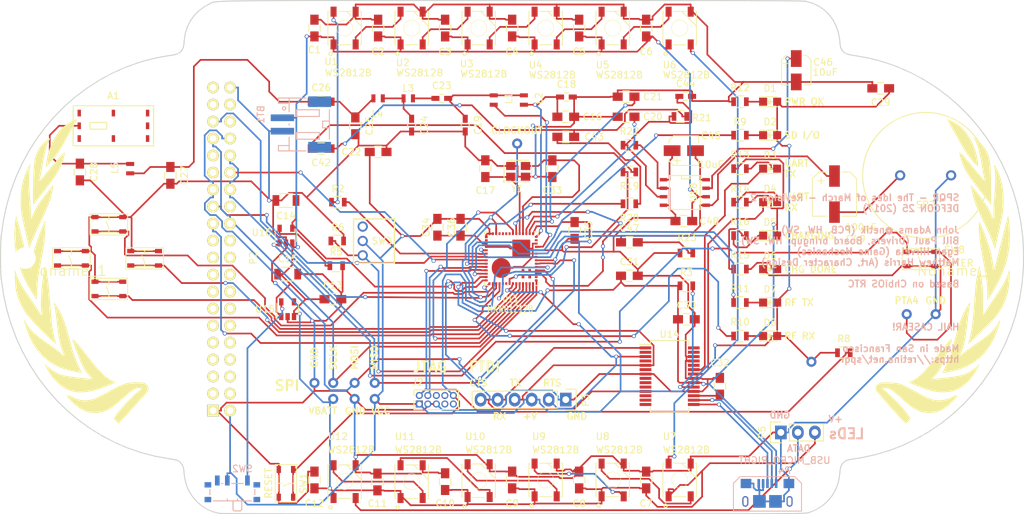
<source format=kicad_pcb>
(kicad_pcb (version 20171130) (host pcbnew "(5.1.12)-1")
  (layers (0 F.Cu mixed) (31 B.Cu mixed) (34 B.Paste user hide) (35 F.Paste user hide) (36 B.SilkS user hide) (37 F.SilkS user hide) (38 B.Mask user hide) (39 F.Mask user hide) (44 Edge.Cuts user))
  (net 0 "")
  (net 1 "Net-(A1-Pad1)")
  (net 2 "Net-(A1-Pad3)")
  (net 3 "Net-(A1-Pad8)")
  (net 4 "Net-(A1-Pad6)")
  (net 5 "Net-(A1-Pad7)")
  (net 6 "Net-(A1-Pad2)")
  (net 7 "Net-(A1-Pad5)")
  (net 8 "Net-(A1-Pad4)")
  (net 9 GND)
  (net 10 VBAT)
  (net 11 VUSB)
  (net 12 VR_PA)
  (net 13 LEDS_IN)
  (net 14 "Net-(C19-Pad1)")
  (net 15 "Net-(C20-Pad2)")
  (net 16 "Net-(C21-Pad2)")
  (net 17 VCC)
  (net 18 "Net-(C23-Pad1)")
  (net 19 "Net-(C24-Pad1)")
  (net 20 "Net-(C25-Pad1)")
  (net 21 "Net-(C26-Pad1)")
  (net 22 +3V3)
  (net 23 "Net-(D1-Pad1)")
  (net 24 "Net-(D2-Pad1)")
  (net 25 "Net-(D3-Pad1)")
  (net 26 "Net-(D3-Pad2)")
  (net 27 "Net-(D4-Pad2)")
  (net 28 "Net-(D4-Pad1)")
  (net 29 "Net-(D5-Pad1)")
  (net 30 "Net-(D6-Pad2)")
  (net 31 "Net-(D7-Pad1)")
  (net 32 "Net-(D8-Pad1)")
  (net 33 DEBUG_SWD_DIO)
  (net 34 RESET_TGTMCU)
  (net 35 "Net-(J2-Pad8)")
  (net 36 "Net-(J2-Pad6)")
  (net 37 DEBUG_SWD_CLK)
  (net 38 "Net-(J2-Pad9)")
  (net 39 "Net-(J2-Pad7)")
  (net 40 "Net-(L1-Pad1)")
  (net 41 TILTSENS)
  (net 42 "Net-(P2-Pad39)")
  (net 43 "Net-(P2-Pad38)")
  (net 44 "Net-(P2-Pad37)")
  (net 45 "Net-(P2-Pad36)")
  (net 46 PTB0)
  (net 47 "DISP_SDI(MOSI)")
  (net 48 DISP_SCK)
  (net 49 "DISP_SDO(MISO)")
  (net 50 "Net-(P2-Pad31)")
  (net 51 TOUCH_CS)
  (net 52 "Net-(P2-Pad29)")
  (net 53 "Net-(P2-Pad26)")
  (net 54 DISP_DC)
  (net 55 DISP_CS)
  (net 56 "Net-(P2-Pad22)")
  (net 57 "Net-(P2-Pad21)")
  (net 58 "Net-(P2-Pad20)")
  (net 59 "Net-(P2-Pad19)")
  (net 60 "Net-(P2-Pad18)")
  (net 61 "Net-(P2-Pad17)")
  (net 62 "Net-(P2-Pad16)")
  (net 63 "Net-(P2-Pad15)")
  (net 64 "Net-(P2-Pad14)")
  (net 65 "Net-(P2-Pad13)")
  (net 66 "Net-(P2-Pad12)")
  (net 67 "Net-(P2-Pad11)")
  (net 68 "Net-(P2-Pad10)")
  (net 69 "Net-(P2-Pad9)")
  (net 70 "Net-(P2-Pad8)")
  (net 71 "Net-(P2-Pad7)")
  (net 72 "Net-(P2-Pad6)")
  (net 73 "Net-(P2-Pad5)")
  (net 74 "Net-(P2-Pad4)")
  (net 75 "Net-(P2-Pad3)")
  (net 76 "Net-(P3-Pad6)")
  (net 77 UART_RX)
  (net 78 UART_TX)
  (net 79 UART0_CTS)
  (net 80 "Net-(P4-Pad2)")
  (net 81 "Net-(P4-Pad3)")
  (net 82 PWM_SOUND)
  (net 83 "Net-(R2-Pad2)")
  (net 84 "Net-(R3-Pad1)")
  (net 85 "Net-(R5-Pad1)")
  (net 86 RF_RESET)
  (net 87 PTE16)
  (net 88 "Net-(R15-Pad1)")
  (net 89 "Net-(SW2-Pad3)")
  (net 90 "Net-(SW2-Pad1)")
  (net 91 "Net-(U1-PadP$2)")
  (net 92 "Net-(U2-PadP$2)")
  (net 93 "Net-(U3-PadP$2)")
  (net 94 "Net-(U4-PadP$2)")
  (net 95 "Net-(U5-PadP$2)")
  (net 96 "Net-(U6-PadP$2)")
  (net 97 "Net-(U7-PadP$2)")
  (net 98 "Net-(U8-PadP$2)")
  (net 99 "Net-(U10-PadP$4)")
  (net 100 "Net-(U10-PadP$2)")
  (net 101 "Net-(U11-PadP$2)")
  (net 102 "Net-(U13-Pad59)")
  (net 103 "Net-(U13-Pad57)")
  (net 104 "Net-(U13-Pad58)")
  (net 105 "Net-(U13-Pad60)")
  (net 106 CLOCKOUT)
  (net 107 "Net-(U13-Pad53)")
  (net 108 "Net-(U13-Pad52)")
  (net 109 "Net-(U13-Pad51)")
  (net 110 "Net-(U13-Pad50)")
  (net 111 "Net-(U13-Pad41)")
  (net 112 "Net-(U13-Pad37)")
  (net 113 "Net-(U13-Pad30)")
  (net 114 "Net-(U14-Pad28)")
  (net 115 "Net-(U14-Pad27)")
  (net 116 "Net-(U14-Pad24)")
  (net 117 "Net-(U14-Pad14)")
  (net 118 "Net-(U14-Pad13)")
  (net 119 "Net-(U14-Pad12)")
  (net 120 "Net-(U14-Pad10)")
  (net 121 "Net-(U14-Pad9)")
  (net 122 "Net-(U14-Pad8)")
  (net 123 "Net-(U14-Pad6)")
  (net 124 "Net-(U14-Pad4)")
  (net 125 "Net-(U14-Pad2)")
  (net 126 "Net-(U15-Pad4)")
  (net 127 "Net-(C17-Pad1)")
  (net 128 "Net-(C33-Pad1)")
  (net 129 "Net-(P5-Pad2)")
  (net 130 "Net-(SW3-Pad3)")
  (net 131 SWENTER)
  (net 132 SWUP)
  (net 133 SWR)
  (net 134 SWL)
  (net 135 SWDN)
  (net 136 "Net-(C49-PadP$2)")
  (net 137 DIO0)
  (net 138 DACOUT)
  (net 139 "Net-(C45-PadP$1)")
  (net 140 "Net-(C44-Pad1)")
  (net 141 "Net-(C47-Pad1)")
  (net 142 "Net-(C46-PadP$1)")
  (net 143 "Net-(C45-PadP$2)")
  (net 144 "Net-(C47-Pad2)")
  (net 145 "Net-(C43-Pad2)")
  (net 146 "Net-(C42-Pad1)")
  (net 147 "Net-(C42-Pad2)")
  (net 148 "Net-(H5-Pad1)")
  (net 149 "Net-(H6-Pad1)")
  (net 150 "Net-(H1-Pad1)")
  (net 151 "Net-(H2-Pad1)")
  (net 152 "Net-(H3-Pad1)")
  (net 153 "Net-(H4-Pad1)")
  (net 154 "Net-(H7-Pad1)")
  (net 155 PTB1)
  (module MF_Connectors:MF_Connectors-MICROUSB-RIGHT (layer B.Cu) (at 187.13 124.062 180)
    (fp_text reference P4 (at -2.54 3.20548 180) (layer B.SilkS) (effects (font (size 1.016 1.016) (thickness 0.1524)) (justify mirror)))
    (fp_text value USB_MICRO_RIGHT (at -2.54 4.72948 180) (layer B.SilkS) (effects (font (size 1.016 1.016) (thickness 0.1524)) (justify mirror)))
    (pad 1 smd rect (at -1.29794 1.27) (size 0.39878 1.34874) (layers B.Cu B.Paste B.Mask) (net 11 VUSB) (clearance 0.127))
    (pad 2 smd rect (at -0.6477 1.27) (size 0.39878 1.34874) (layers B.Cu B.Paste B.Mask) (net 80 "Net-(P4-Pad2)") (clearance 0.127))
    (pad 3 smd rect (at 0 1.27) (size 0.39878 1.34874) (layers B.Cu B.Paste B.Mask) (net 81 "Net-(P4-Pad3)") (clearance 0.127))
    (pad 4 smd rect (at 0.6477 1.27) (size 0.39878 1.34874) (layers B.Cu B.Paste B.Mask) (net 9 GND) (clearance 0.127))
    (pad 5 smd rect (at 1.29794 1.27) (size 0.39878 1.34874) (layers B.Cu B.Paste B.Mask) (net 9 GND) (clearance 0.127))
    (pad S1 smd oval (at -3.29946 -1.39954) (size 0.89916 1.59766) (layers B.Cu B.Paste B.Mask))
    (pad S2 smd oval (at 3.29946 -1.39954) (size 0.89916 1.59766) (layers B.Cu B.Paste B.Mask))
    (pad S3 smd rect (at -3.19786 1.27 90) (size 1.39954 1.59766) (layers B.Cu B.Paste B.Mask) (net 9 GND))
    (pad S4 smd rect (at 3.19786 1.27 90) (size 1.39954 1.59766) (layers B.Cu B.Paste B.Mask) (net 9 GND))
    (pad S5 smd rect (at -1.19888 -1.40462 180) (size 1.89992 1.89992) (layers B.Cu B.Paste B.Mask) (net 9 GND))
    (pad S6 smd rect (at 1.19888 -1.40462 180) (size 1.89992 1.89992) (layers B.Cu B.Paste B.Mask) (net 9 GND))
    (pad S7 smd oval (at -3.29946 -1.39954) (size 0.89916 1.59766) (layers F.Cu F.Mask))
    (pad S8 smd oval (at 3.29946 -1.39954) (size 0.89916 1.59766) (layers F.Cu F.Mask))
    (pad SLOT thru_hole oval (at -3.3 -1.4 180) (size 0.5 1.2) (drill oval 0.5 1.2) (layers *.Cu *.Mask) (clearance 0.000003))
    (pad SLOT thru_hole oval (at 3.3 -1.4 180) (size 0.5 1.2) (drill oval 0.5 1.2) (layers *.Cu *.Mask) (clearance 0.000003))
  )
  (module logos:laurel_right (layer F.Cu) (at 215.278 91)
    (fp_text reference Noname_2 (at 0 0) (layer F.SilkS) (effects (font (size 1.524 1.524))))
    (fp_text value "" (at 0 0) (layer F.SilkS) (effects (font (size 1.524 1.524))))
  )
  (module logos:laurel (layer F.Cu) (at 82.69 91)
    (fp_text reference Noname_1 (at 0 0) (layer F.SilkS) (effects (font (size 1.524 1.524))))
    (fp_text value "" (at 0 0) (layer F.SilkS) (effects (font (size 1.524 1.524))))
  )
  (module Capacitors_SMD:C_0805_HandSoldering (layer F.Cu) (at 141.33 84.512 90)
    (fp_text reference C34 (at 0 -5.125 90) (layer F.SilkS))
    (fp_text value 0.1uF)
    (pad 2 smd rect (at 1.25 0 90) (size 1.5 1.25) (layers F.Cu F.Paste F.Mask) (net 17 VCC))
    (pad 1 smd rect (at -1.25 0 90) (size 1.5 1.25) (layers F.Cu F.Paste F.Mask) (net 9 GND))
  )
  (module Capacitors_SMD:C_0805_HandSoldering (layer F.Cu) (at 158.355 84.987 270)
    (fp_text reference C35 (at 0 -2.1 270) (layer F.SilkS))
    (fp_text value 0.1uF)
    (pad 1 smd rect (at -1.25 0 270) (size 1.5 1.25) (layers F.Cu F.Paste F.Mask) (net 17 VCC))
    (pad 2 smd rect (at 1.25 0 270) (size 1.5 1.25) (layers F.Cu F.Paste F.Mask) (net 9 GND))
  )
  (module Capacitors_SMD:C_0805_HandSoldering (layer F.Cu) (at 137.88 84.512 270)
    (fp_text reference C36 (at 0 -2.1 270) (layer F.SilkS))
    (fp_text value 0.1uF)
    (pad 2 smd rect (at 1.25 0 270) (size 1.5 1.25) (layers F.Cu F.Paste F.Mask) (net 9 GND))
    (pad 1 smd rect (at -1.25 0 270) (size 1.5 1.25) (layers F.Cu F.Paste F.Mask) (net 17 VCC))
  )
  (module Capacitors_SMD:C_0603_HandSoldering (layer F.Cu) (at 174.93 64.962)
    (fp_text reference C44 (at 0 -1.9) (layer F.SilkS))
    (fp_text value 0.01uF)
    (pad 2 smd rect (at 0.95 0) (size 1.2 0.75) (layers F.Cu F.Paste F.Mask) (net 9 GND))
    (pad 1 smd rect (at -0.95 0) (size 1.2 0.75) (layers F.Cu F.Paste F.Mask) (net 140 "Net-(C44-Pad1)"))
  )
  (module Capacitors_SMD:C_0603_HandSoldering (layer F.Cu) (at 134.03 69.262 270)
    (fp_text reference C24 (at 0 -1.9 270) (layer F.SilkS))
    (fp_text value 7.5pF)
    (pad 1 smd rect (at -0.95 0 270) (size 1.2 0.75) (layers F.Cu F.Paste F.Mask) (net 19 "Net-(C24-Pad1)"))
    (pad 2 smd rect (at 0.95 0 270) (size 1.2 0.75) (layers F.Cu F.Paste F.Mask) (net 9 GND))
  )
  (module Capacitors_SMD:C_0603_HandSoldering (layer F.Cu) (at 138.53 65.262)
    (fp_text reference C23 (at 0 -1.9) (layer F.SilkS))
    (fp_text value 6.8pF)
    (pad 2 smd rect (at 0.95 0) (size 1.2 0.75) (layers F.Cu F.Paste F.Mask) (net 14 "Net-(C19-Pad1)"))
    (pad 1 smd rect (at -0.95 0) (size 1.2 0.75) (layers F.Cu F.Paste F.Mask) (net 18 "Net-(C23-Pad1)"))
  )
  (module Capacitors_SMD:C_0603_HandSoldering (layer F.Cu) (at 142.03 69.262 270)
    (fp_text reference C19 (at 0 -1.9 270) (layer F.SilkS))
    (fp_text value 2pF)
    (pad 1 smd rect (at -0.95 0 270) (size 1.2 0.75) (layers F.Cu F.Paste F.Mask) (net 14 "Net-(C19-Pad1)"))
    (pad 2 smd rect (at 0.95 0 270) (size 1.2 0.75) (layers F.Cu F.Paste F.Mask) (net 9 GND))
  )
  (module Capacitors_SMD:C_0603_HandSoldering (layer F.Cu) (at 157.13 65.062)
    (fp_text reference C18 (at 0 -1.9) (layer F.SilkS))
    (fp_text value 0.01uF)
    (pad 2 smd rect (at 0.95 0) (size 1.2 0.75) (layers F.Cu F.Paste F.Mask) (net 9 GND))
    (pad 1 smd rect (at -0.95 0) (size 1.2 0.75) (layers F.Cu F.Paste F.Mask) (net 12 VR_PA))
  )
  (module Mounting_Holes:MountingHole_3.2mm_M3_DIN965 (layer F.Cu) (at 76.34 89.116)
    (fp_text reference H7 hide)
    (fp_text value CONN_01X01)
    (pad 1 np_thru_hole circle (at 0 0) (size 3.2 3.2) (drill 3.2) (layers *.Cu *.Mask) (net 154 "Net-(H7-Pad1)"))
  )
  (module Capacitors_SMD:C_0805_HandSoldering (layer F.Cu) (at 174.65 83.592 180)
    (fp_text reference C48 (at -3.8 0 180) (layer F.SilkS))
    (fp_text value 10uF)
    (pad 2 smd rect (at 1.25 0 180) (size 1.5 1.25) (layers F.Cu F.Paste F.Mask) (net 9 GND))
    (pad 1 smd rect (at -1.25 0 180) (size 1.5 1.25) (layers F.Cu F.Paste F.Mask) (net 10 VBAT))
  )
  (module Capacitors_SMD:C_0805_HandSoldering (layer F.Cu) (at 166.53 86.762)
    (fp_text reference C47 (at 0 -2.1) (layer F.SilkS))
    (fp_text value .047uF)
    (pad 2 smd rect (at 1.25 0) (size 1.5 1.25) (layers F.Cu F.Paste F.Mask) (net 144 "Net-(C47-Pad2)"))
    (pad 1 smd rect (at -1.25 0) (size 1.5 1.25) (layers F.Cu F.Paste F.Mask) (net 141 "Net-(C47-Pad1)"))
  )
  (module Capacitors_SMD:C_0805_HandSoldering (layer F.Cu) (at 120.53 72.762 180)
    (fp_text reference C42 (at 0 -2.1 180) (layer F.SilkS))
    (fp_text value 10uF)
    (pad 1 smd rect (at -1.25 0 180) (size 1.5 1.25) (layers F.Cu F.Paste F.Mask) (net 146 "Net-(C42-Pad1)"))
    (pad 2 smd rect (at 1.25 0 180) (size 1.5 1.25) (layers F.Cu F.Paste F.Mask) (net 147 "Net-(C42-Pad2)"))
  )
  (module Capacitors_SMD:C_0805_HandSoldering (layer F.Cu) (at 157.03 71.012 180)
    (fp_text reference C43 (at -4.25 0 180) (layer F.SilkS))
    (fp_text value 10uF)
    (pad 2 smd rect (at 1.25 0 180) (size 1.5 1.25) (layers F.Cu F.Paste F.Mask) (net 145 "Net-(C43-Pad2)"))
    (pad 1 smd rect (at -1.25 0 180) (size 1.5 1.25) (layers F.Cu F.Paste F.Mask) (net 146 "Net-(C42-Pad1)"))
  )
  (module MF_Passives:MF_Passives-CP4MM (layer F.Cu) (at 174.65 73.072 270)
    (fp_text reference C45 (at -2.244 -4.052) (layer F.SilkS) (effects (font (size 1.016 1.016) (thickness 0.1524))))
    (fp_text value 10uF (at 2.074 -4.052) (layer F.SilkS) (effects (font (size 1.016 1.016) (thickness 0.1524))))
    (pad P$1 smd rect (at 0 1.74752) (size 2.49936 1.59766) (layers F.Cu F.Paste F.Mask) (net 139 "Net-(C45-PadP$1)"))
    (pad P$2 smd rect (at 0 -1.74752) (size 2.49936 1.59766) (layers F.Cu F.Paste F.Mask) (net 143 "Net-(C45-PadP$2)"))
  )
  (module MF_Passives:MF_Passives-CP4MM (layer F.Cu) (at 191.43 61.062 180)
    (fp_text reference C46 (at -4 1.2 180) (layer F.SilkS) (effects (font (size 1.016 1.016) (thickness 0.1524))))
    (fp_text value 10uF (at -4.3 -0.3 180) (layer F.SilkS) (effects (font (size 1.016 1.016) (thickness 0.1524))))
    (pad P$2 smd rect (at 0 -1.74752 270) (size 2.49936 1.59766) (layers F.Cu F.Paste F.Mask) (net 9 GND))
    (pad P$1 smd rect (at 0 1.74752 270) (size 2.49936 1.59766) (layers F.Cu F.Paste F.Mask) (net 142 "Net-(C46-PadP$1)"))
  )
  (module MF_Passives:MF_Passives-CP6.3MM (layer F.Cu) (at 197.13 79.562 180)
    (fp_text reference C49 (at -3.15 -6.7 180) (layer F.SilkS) (effects (font (size 1.016 1.016) (thickness 0.1524))))
    (fp_text value 100uF (at -3.9 -4.95 180) (layer F.SilkS) (effects (font (size 1.016 1.016) (thickness 0.1524))))
    (pad P$1 smd rect (at 0 2.69748 270) (size 3.19786 1.59766) (layers F.Cu F.Paste F.Mask) (net 141 "Net-(C47-Pad1)"))
    (pad P$2 smd rect (at 0 -2.69748 270) (size 3.19786 1.59766) (layers F.Cu F.Paste F.Mask) (net 136 "Net-(C49-PadP$2)"))
  )
  (module Measurement_Points:Measurement_Point_Round-TH_Small (layer F.Cu) (at 128.53 110.162)
    (fp_text reference TP3 hide)
    (fp_text value VCC)
    (pad 1 thru_hole circle (at 0 0) (size 1.5 1.5) (drill 0.8) (layers *.Cu *.Mask) (net 17 VCC))
  )
  (module Measurement_Points:Measurement_Point_Round-TH_Small (layer F.Cu) (at 128.53 107.762)
    (fp_text reference TP20 hide)
    (fp_text value SPI_CH1_MISO)
    (pad 1 thru_hole circle (at 0 0) (size 1.5 1.5) (drill 0.8) (layers *.Cu *.Mask) (net 49 "DISP_SDO(MISO)"))
  )
  (module Measurement_Points:Measurement_Point_Round-TH_Small (layer F.Cu) (at 125.53 110.162)
    (fp_text reference TP10 hide)
    (fp_text value GND)
    (pad 1 thru_hole circle (at 0 0) (size 1.5 1.5) (drill 0.8) (layers *.Cu *.Mask) (net 9 GND))
  )
  (module Measurement_Points:Measurement_Point_Round-TH_Small (layer F.Cu) (at 193.688 104.61)
    (fp_text reference TP9 hide)
    (fp_text value VCC)
    (pad 1 thru_hole circle (at 0 0) (size 1.5 1.5) (drill 0.8) (layers *.Cu *.Mask) (net 17 VCC))
  )
  (module Measurement_Points:Measurement_Point_Round-TH_Small (layer F.Cu) (at 207.912 97.498)
    (fp_text reference TP1 hide)
    (fp_text value PTA4)
    (pad 1 thru_hole circle (at 0 0) (size 1.5 1.5) (drill 0.8) (layers *.Cu *.Mask) (net 131 SWENTER))
  )
  (module Measurement_Points:Measurement_Point_Round-TH_Small (layer F.Cu) (at 212.23 97.498)
    (fp_text reference TP2 hide)
    (fp_text value GND)
    (pad 1 thru_hole circle (at 0 0) (size 1.5 1.5) (drill 0.8) (layers *.Cu *.Mask) (net 9 GND))
  )
  (module Measurement_Points:Measurement_Point_Round-TH_Small (layer F.Cu) (at 125.53 107.762)
    (fp_text reference TP19 hide)
    (fp_text value SPI_CH1_MOSI)
    (pad 1 thru_hole circle (at 0 0) (size 1.5 1.5) (drill 0.8) (layers *.Cu *.Mask) (net 47 "DISP_SDI(MOSI)"))
  )
  (module Measurement_Points:Measurement_Point_Round-TH_Small (layer F.Cu) (at 122.33 110.162)
    (fp_text reference TP4 hide)
    (fp_text value VBAT)
    (pad 1 thru_hole circle (at 0 0) (size 1.5 1.5) (drill 0.8) (layers *.Cu *.Mask) (net 10 VBAT))
  )
  (module Measurement_Points:Measurement_Point_Round-TH_Small (layer F.Cu) (at 149.78 72.012)
    (fp_text reference TP18 hide)
    (fp_text value CLOCKOUT)
    (pad 1 thru_hole circle (at 0 0) (size 1.5 1.5) (drill 0.8) (layers *.Cu *.Mask) (net 106 CLOCKOUT))
  )
  (module Measurement_Points:Measurement_Point_Round-TH_Small (layer F.Cu) (at 122.33 107.762)
    (fp_text reference TP17 hide)
    (fp_text value SPI_CH1_SCLK)
    (pad 1 thru_hole circle (at 0 0) (size 1.5 1.5) (drill 0.8) (layers *.Cu *.Mask) (net 48 DISP_SCK))
  )
  (module Measurement_Points:Measurement_Point_Round-TH_Small (layer F.Cu) (at 119.53 107.762)
    (fp_text reference TP5 hide)
    (fp_text value GND)
    (pad 1 thru_hole circle (at 0 0) (size 1.5 1.5) (drill 0.8) (layers *.Cu *.Mask) (net 9 GND))
  )
  (module Resistors_SMD:R_0805 (layer F.Cu) (at 166.53 76.262 180)
    (fp_text reference R19 (at 0 -2.1 180) (layer F.SilkS))
    (fp_text value 1k)
    (pad 1 smd rect (at -0.95 0 180) (size 0.7 1.3) (layers F.Cu F.Paste F.Mask) (net 147 "Net-(C42-Pad2)"))
    (pad 2 smd rect (at 0.95 0 180) (size 0.7 1.3) (layers F.Cu F.Paste F.Mask) (net 82 PWM_SOUND))
  )
  (module Resistors_SMD:R_0805 (layer F.Cu) (at 175.03 88.362 180)
    (fp_text reference R23 (at -0.1 2.3 180) (layer F.SilkS))
    (fp_text value 10k)
    (pad 2 smd rect (at 0.95 0 180) (size 0.7 1.3) (layers F.Cu F.Paste F.Mask) (net 9 GND))
    (pad 1 smd rect (at -0.95 0 180) (size 0.7 1.3) (layers F.Cu F.Paste F.Mask) (net 144 "Net-(C47-Pad2)"))
  )
  (module Resistors_SMD:R_0805 (layer F.Cu) (at 166.53 72.262)
    (fp_text reference R22 (at 0 -2.1) (layer F.SilkS))
    (fp_text value 1k)
    (pad 1 smd rect (at -0.95 0) (size 0.7 1.3) (layers F.Cu F.Paste F.Mask) (net 140 "Net-(C44-Pad1)"))
    (pad 2 smd rect (at 0.95 0) (size 0.7 1.3) (layers F.Cu F.Paste F.Mask) (net 9 GND))
  )
  (module Resistors_SMD:R_0805 (layer F.Cu) (at 174.13 67.962)
    (fp_text reference R21 (at 3.2 0.2) (layer F.SilkS))
    (fp_text value 100k)
    (pad 2 smd rect (at 0.95 0) (size 0.7 1.3) (layers F.Cu F.Paste F.Mask) (net 146 "Net-(C42-Pad1)"))
    (pad 1 smd rect (at -0.95 0) (size 0.7 1.3) (layers F.Cu F.Paste F.Mask) (net 140 "Net-(C44-Pad1)"))
  )
  (module Resistors_SMD:R_0805 (layer F.Cu) (at 166.53 81.012 180)
    (fp_text reference R20 (at 0 -2.1 180) (layer F.SilkS))
    (fp_text value 1k)
    (pad 2 smd rect (at 0.95 0 180) (size 0.7 1.3) (layers F.Cu F.Paste F.Mask) (net 138 DACOUT))
    (pad 1 smd rect (at -0.95 0 180) (size 0.7 1.3) (layers F.Cu F.Paste F.Mask) (net 145 "Net-(C43-Pad2)"))
  )
  (module SMD_Packages:SOIC-8-N (layer F.Cu) (at 174.8 79.322 270)
    (fp_text reference U18 (at 0 -1.27 270) (layer F.SilkS))
    (fp_text value LM386)
    (pad 1 smd rect (at -1.905 3.175 270) (size 0.508 1.143) (layers F.Cu F.Paste F.Mask) (net 139 "Net-(C45-PadP$1)"))
    (pad 2 smd rect (at -0.635 3.175 270) (size 0.508 1.143) (layers F.Cu F.Paste F.Mask) (net 9 GND))
    (pad 3 smd rect (at 0.635 3.175 270) (size 0.508 1.143) (layers F.Cu F.Paste F.Mask) (net 140 "Net-(C44-Pad1)"))
    (pad 4 smd rect (at 1.905 3.175 270) (size 0.508 1.143) (layers F.Cu F.Paste F.Mask) (net 9 GND))
    (pad 5 smd rect (at 1.905 -3.175 270) (size 0.508 1.143) (layers F.Cu F.Paste F.Mask) (net 141 "Net-(C47-Pad1)"))
    (pad 6 smd rect (at 0.635 -3.175 270) (size 0.508 1.143) (layers F.Cu F.Paste F.Mask) (net 10 VBAT))
    (pad 7 smd rect (at -0.635 -3.175 270) (size 0.508 1.143) (layers F.Cu F.Paste F.Mask) (net 142 "Net-(C46-PadP$1)"))
    (pad 8 smd rect (at -1.905 -3.175 270) (size 0.508 1.143) (layers F.Cu F.Paste F.Mask) (net 143 "Net-(C45-PadP$2)"))
  )
  (module jna-parts:SPEAKER_AST_01708MR_R (layer F.Cu) (at 210.73 76.762)
    (fp_text reference SP2 (at 0 4.4) (layer F.SilkS))
    (fp_text value "MODEL TBD")
    (pad 1 thru_hole circle (at -3.8 0) (size 1.524 1.524) (drill 0.9) (layers *.Cu *.Mask) (net 136 "Net-(C49-PadP$2)"))
    (pad 2 thru_hole circle (at 3.8 0) (size 1.524 1.524) (drill 0.9) (layers *.Cu *.Mask) (net 9 GND))
  )
  (module jna-parts:Crystal_EXS00A-CS02368 (layer F.Cu) (at 149.93 76.162)
    (fp_text reference Y1 (at -0.15 2.6) (layer F.SilkS))
    (fp_text value EXS00A-CS02368)
    (pad 4 smd rect (at -1.1 -0.8) (size 1.4 1.2) (layers F.Cu F.Paste F.Mask) (net 9 GND))
    (pad 3 smd rect (at 1.1 -0.8) (size 1.4 1.2) (layers F.Cu F.Paste F.Mask) (net 128 "Net-(C33-Pad1)"))
    (pad 2 smd rect (at 1.1 0.8) (size 1.4 1.2) (layers F.Cu F.Paste F.Mask) (net 9 GND))
    (pad 1 smd rect (at -1.1 0.8) (size 1.4 1.2) (layers F.Cu F.Paste F.Mask) (net 127 "Net-(C17-Pad1)"))
  )
  (module jna-parts:98ASA00302D (layer F.Cu) (at 148.9 89.2)
    (fp_text reference U13 (at -0.17 6.012) (layer F.SilkS) (effects (font (size 1.016 0.762) (thickness 0.127))))
    (fp_text value MKW01Z128 (at -0.17 7.536 -180) (layer F.SilkS) (effects (font (size 1.016 0.762) (thickness 0.127))))
    (pad 59 smd rect (at 1.749806 2.749804) (size 0.4064 0.4064) (layers F.Cu F.Paste F.Mask) (net 102 "Net-(U13-Pad59)") (clearance 0.254))
    (pad 57 smd rect (at 1.749806 1.749806) (size 0.4064 0.4064) (layers F.Cu F.Paste F.Mask) (net 103 "Net-(U13-Pad57)") (clearance 0.254))
    (pad 58 smd rect (at 2.749804 1.749806) (size 0.4064 0.4064) (layers F.Cu F.Paste F.Mask) (net 104 "Net-(U13-Pad58)") (clearance 0.254))
    (pad 60 smd rect (at 2.749804 2.749804) (size 0.4064 0.4064) (layers F.Cu F.Paste F.Mask) (net 105 "Net-(U13-Pad60)") (clearance 0.254))
    (pad 61 smd oval (at -1.49987 1.399794 270) (size 2.9464 2.8194) (layers F.Cu F.Paste F.Mask) (net 9 GND) (clearance 0.254))
    (pad 62 smd rect (at 1.49987 -1.49987) (size 2.667 2.667) (layers F.Cu F.Paste F.Mask) (net 9 GND) (clearance 0.254))
    (pad 56 smd rect (at -3.24993 -3.724911 270) (size 0.4064 0.3048) (layers F.Cu F.Paste F.Mask) (net 17 VCC) (clearance 0.254))
    (pad 55 smd rect (at -2.749804 -3.72491 270) (size 0.4064 0.3048) (layers F.Cu F.Paste F.Mask) (net 17 VCC) (clearance 0.254))
    (pad 54 smd rect (at -2.249932 -3.72491 270) (size 0.4064 0.3048) (layers F.Cu F.Paste F.Mask) (net 106 CLOCKOUT) (clearance 0.254))
    (pad 53 smd rect (at -1.749806 -3.72491 270) (size 0.4064 0.3048) (layers F.Cu F.Paste F.Mask) (net 107 "Net-(U13-Pad53)") (clearance 0.254))
    (pad 52 smd rect (at -1.249934 -3.72491 270) (size 0.4064 0.3048) (layers F.Cu F.Paste F.Mask) (net 108 "Net-(U13-Pad52)") (clearance 0.254))
    (pad 51 smd rect (at -0.749808 -3.72491 270) (size 0.4064 0.3048) (layers F.Cu F.Paste F.Mask) (net 109 "Net-(U13-Pad51)") (clearance 0.254))
    (pad 50 smd rect (at -0.249936 -3.724911 270) (size 0.4064 0.3048) (layers F.Cu F.Paste F.Mask) (net 110 "Net-(U13-Pad50)") (clearance 0.254))
    (pad 49 smd rect (at 0.249936 -3.724911 270) (size 0.4064 0.3048) (layers F.Cu F.Paste F.Mask) (net 137 DIO0) (clearance 0.254))
    (pad 48 smd rect (at 0.749808 -3.72491 270) (size 0.4064 0.3048) (layers F.Cu F.Paste F.Mask) (net 86 RF_RESET) (clearance 0.254))
    (pad 47 smd rect (at 1.249934 -3.72491 270) (size 0.4064 0.3048) (layers F.Cu F.Paste F.Mask) (net 127 "Net-(C17-Pad1)") (clearance 0.254))
    (pad 46 smd rect (at 1.749806 -3.72491 270) (size 0.4064 0.3048) (layers F.Cu F.Paste F.Mask) (net 128 "Net-(C33-Pad1)") (clearance 0.254))
    (pad 45 smd rect (at 2.249932 -3.72491 270) (size 0.4064 0.3048) (layers F.Cu F.Paste F.Mask) (net 15 "Net-(C20-Pad2)") (clearance 0.254))
    (pad 44 smd rect (at 2.749804 -3.72491 270) (size 0.4064 0.3048) (layers F.Cu F.Paste F.Mask) (net 16 "Net-(C21-Pad2)") (clearance 0.254))
    (pad 43 smd rect (at 3.24993 -3.724911 270) (size 0.4064 0.3048) (layers F.Cu F.Paste F.Mask) (net 17 VCC) (clearance 0.254))
    (pad 42 smd rect (at 3.724911 -3.24993) (size 0.4064 0.3048) (layers F.Cu F.Paste F.Mask) (net 12 VR_PA) (clearance 0.254))
    (pad 41 smd rect (at 3.72491 -2.749804) (size 0.4064 0.3048) (layers F.Cu F.Paste F.Mask) (net 111 "Net-(U13-Pad41)") (clearance 0.254))
    (pad 40 smd rect (at 3.72491 -2.249932) (size 0.4064 0.3048) (layers F.Cu F.Paste F.Mask) (net 9 GND) (clearance 0.254))
    (pad 39 smd rect (at 3.72491 -1.749806) (size 0.4064 0.3048) (layers F.Cu F.Paste F.Mask) (net 40 "Net-(L1-Pad1)") (clearance 0.254))
    (pad 38 smd rect (at 3.72491 -1.249934) (size 0.4064 0.3048) (layers F.Cu F.Paste F.Mask) (net 9 GND) (clearance 0.254))
    (pad 37 smd rect (at 3.72491 -0.749808) (size 0.4064 0.3048) (layers F.Cu F.Paste F.Mask) (net 112 "Net-(U13-Pad37)") (clearance 0.254))
    (pad 36 smd rect (at 3.724911 -0.249936) (size 0.4064 0.3048) (layers F.Cu F.Paste F.Mask) (net 9 GND) (clearance 0.254))
    (pad 35 smd rect (at 3.724911 0.249936) (size 0.4064 0.3048) (layers F.Cu F.Paste F.Mask) (net 17 VCC) (clearance 0.254))
    (pad 34 smd rect (at 3.72491 0.749808) (size 0.4064 0.3048) (layers F.Cu F.Paste F.Mask) (net 47 "DISP_SDI(MOSI)") (clearance 0.254))
    (pad 33 smd rect (at 3.72491 1.249934) (size 0.4064 0.3048) (layers F.Cu F.Paste F.Mask) (net 34 RESET_TGTMCU) (clearance 0.254))
    (pad 32 smd rect (at 3.72491 1.749806) (size 0.4064 0.3048) (layers F.Cu F.Paste F.Mask) (net 49 "DISP_SDO(MISO)") (clearance 0.254))
    (pad 31 smd rect (at 3.72491 2.249932) (size 0.4064 0.3048) (layers F.Cu F.Paste F.Mask) (net 86 RF_RESET) (clearance 0.254))
    (pad 30 smd rect (at 3.72491 2.749804) (size 0.4064 0.3048) (layers F.Cu F.Paste F.Mask) (net 113 "Net-(U13-Pad30)") (clearance 0.254))
    (pad 29 smd rect (at 3.724911 3.24993) (size 0.4064 0.3048) (layers F.Cu F.Paste F.Mask) (net 41 TILTSENS) (clearance 0.254))
    (pad 28 smd rect (at 3.24993 3.724911 270) (size 0.4064 0.3048) (layers F.Cu F.Paste F.Mask) (net 48 DISP_SCK) (clearance 0.254))
    (pad 27 smd rect (at 2.749804 3.72491 270) (size 0.4064 0.3048) (layers F.Cu F.Paste F.Mask) (net 55 DISP_CS) (clearance 0.254))
    (pad 26 smd rect (at 2.249932 3.72491 270) (size 0.4064 0.3048) (layers F.Cu F.Paste F.Mask) (net 137 DIO0) (clearance 0.254))
    (pad 25 smd rect (at 1.749806 3.72491 270) (size 0.4064 0.3048) (layers F.Cu F.Paste F.Mask) (net 134 SWL) (clearance 0.254))
    (pad 24 smd rect (at 1.249934 3.72491 270) (size 0.4064 0.3048) (layers F.Cu F.Paste F.Mask) (net 133 SWR) (clearance 0.254))
    (pad 23 smd rect (at 0.749808 3.72491 270) (size 0.4064 0.3048) (layers F.Cu F.Paste F.Mask) (net 135 SWDN) (clearance 0.254))
    (pad 22 smd rect (at 0.249936 3.724911 270) (size 0.4064 0.3048) (layers F.Cu F.Paste F.Mask) (net 79 UART0_CTS) (clearance 0.254))
    (pad 21 smd rect (at -0.249936 3.724911 270) (size 0.4064 0.3048) (layers F.Cu F.Paste F.Mask) (net 82 PWM_SOUND) (clearance 0.254))
    (pad 20 smd rect (at -0.749808 3.72491 270) (size 0.4064 0.3048) (layers F.Cu F.Paste F.Mask) (clearance 0.254))
    (pad 19 smd rect (at -1.249934 3.72491 270) (size 0.4064 0.3048) (layers F.Cu F.Paste F.Mask) (net 17 VCC) (clearance 0.254))
    (pad 18 smd rect (at -1.749806 3.72491 270) (size 0.4064 0.3048) (layers F.Cu F.Paste F.Mask) (net 155 PTB1) (clearance 0.254))
    (pad 17 smd rect (at -2.249932 3.72491 270) (size 0.4064 0.3048) (layers F.Cu F.Paste F.Mask) (net 46 PTB0) (clearance 0.254))
    (pad 16 smd rect (at -2.749804 3.72491 270) (size 0.4064 0.3048) (layers F.Cu F.Paste F.Mask) (net 132 SWUP) (clearance 0.254))
    (pad 15 smd rect (at -3.24993 3.724911 270) (size 0.4064 0.3048) (layers F.Cu F.Paste F.Mask) (net 106 CLOCKOUT) (clearance 0.254))
    (pad 14 smd rect (at -3.724911 3.24993) (size 0.4064 0.3048) (layers F.Cu F.Paste F.Mask) (net 77 UART_RX) (clearance 0.254))
    (pad 13 smd rect (at -3.72491 2.749804) (size 0.4064 0.3048) (layers F.Cu F.Paste F.Mask) (net 78 UART_TX) (clearance 0.254))
    (pad 12 smd rect (at -3.72491 2.249932) (size 0.4064 0.3048) (layers F.Cu F.Paste F.Mask) (net 131 SWENTER) (clearance 0.254))
    (pad 11 smd rect (at -3.72491 1.749806) (size 0.4064 0.3048) (layers F.Cu F.Paste F.Mask) (net 33 DEBUG_SWD_DIO) (clearance 0.254))
    (pad 10 smd rect (at -3.72491 1.249934) (size 0.4064 0.3048) (layers F.Cu F.Paste F.Mask) (net 37 DEBUG_SWD_CLK) (clearance 0.254))
    (pad 9 smd rect (at -3.72491 0.749808) (size 0.4064 0.3048) (layers F.Cu F.Paste F.Mask) (net 138 DACOUT) (clearance 0.254))
    (pad 8 smd rect (at -3.724911 0.249936) (size 0.4064 0.3048) (layers F.Cu F.Paste F.Mask) (net 51 TOUCH_CS) (clearance 0.254))
    (pad 7 smd rect (at -3.724911 -0.249936) (size 0.4064 0.3048) (layers F.Cu F.Paste F.Mask) (net 54 DISP_DC) (clearance 0.254))
    (pad 6 smd rect (at -3.72491 -0.749808) (size 0.4064 0.3048) (layers F.Cu F.Paste F.Mask) (net 13 LEDS_IN) (clearance 0.254))
    (pad 5 smd rect (at -3.72491 -1.249934) (size 0.4064 0.3048) (layers F.Cu F.Paste F.Mask) (net 87 PTE16) (clearance 0.254))
    (pad 4 smd rect (at -3.72491 -1.749806) (size 0.4064 0.3048) (layers F.Cu F.Paste F.Mask) (net 9 GND) (clearance 0.254))
    (pad 3 smd rect (at -3.72491 -2.249932) (size 0.4064 0.3048) (layers F.Cu F.Paste F.Mask) (net 9 GND) (clearance 0.254))
    (pad 2 smd rect (at -3.72491 -2.749804) (size 0.4064 0.3048) (layers F.Cu F.Paste F.Mask) (clearance 0.254))
    (pad 1 smd rect (at -3.724911 -3.24993) (size 0.4064 0.4064) (layers F.Cu F.Paste F.Mask) (net 17 VCC) (clearance 0.254))
  )
  (module jna-parts:Antenna_Wurth_7488910092 (layer F.Cu) (at 89.53 69.362 180)
    (fp_text reference A1 (at 0 4.5 180) (layer F.SilkS))
    (fp_text value 7488910092_ANTENNA)
    (pad 1 smd rect (at 5.1 -1.9 180) (size 0.5 1) (layers F.Cu F.Paste F.Mask) (net 1 "Net-(A1-Pad1)"))
    (pad 3 smd rect (at 5.1 1.9 180) (size 0.5 1) (layers F.Cu F.Paste F.Mask) (net 2 "Net-(A1-Pad3)"))
    (pad 8 smd rect (at -5.1 1.9 180) (size 0.5 1) (layers F.Cu F.Paste F.Mask) (net 3 "Net-(A1-Pad8)"))
    (pad 6 smd rect (at -5.1 -1.9 180) (size 0.5 1) (layers F.Cu F.Paste F.Mask) (net 4 "Net-(A1-Pad6)"))
    (pad 7 smd rect (at -5.1 0 180) (size 0.5 1) (layers F.Cu F.Paste F.Mask) (net 5 "Net-(A1-Pad7)"))
    (pad 2 smd rect (at 5.1 0 180) (size 0.5 1) (layers F.Cu F.Paste F.Mask) (net 6 "Net-(A1-Pad2)"))
    (pad 5 smd rect (at 0 1.9 180) (size 0.5 1) (layers F.Cu F.Paste F.Mask) (net 7 "Net-(A1-Pad5)"))
    (pad 4 smd rect (at 0 -1.9 180) (size 0.5 1) (layers F.Cu F.Paste F.Mask) (net 8 "Net-(A1-Pad4)"))
  )
  (module Connectors_JST:JST_PH_S2B-PH-SM4-TB_02x2.00mm_Angled (layer B.Cu) (at 117.53 69.162 270)
    (fp_text reference BT1 (at -1.5 6 270) (layer B.SilkS) (effects (justify mirror)))
    (fp_text value "Battery 3.7v 1000mAh")
    (pad "" smd rect (at 3.4 -2.775 270) (size 1.6 3.4) (layers B.Cu B.Paste B.Mask))
    (pad "" smd rect (at -3.4 -2.775 270) (size 1.6 3.4) (layers B.Cu B.Paste B.Mask))
    (pad 2 smd rect (at 1 2.775 270) (size 1 3.5) (layers B.Cu B.Paste B.Mask) (net 9 GND))
    (pad 1 smd rect (at -1 2.775 270) (size 1 3.5) (layers B.Cu B.Paste B.Mask) (net 10 VBAT))
  )
  (module Pin_Headers:Pin_Header_Straight_2x05_Pitch1.27mm (layer F.Cu) (at 135.18 110.912 90)
    (fp_text reference J2 (at 3.25 -0.25) (layer F.SilkS))
    (fp_text value JTAG)
    (pad 2 thru_hole circle (at 1.27 0 90) (size 1.05 1.05) (drill 0.65) (layers *.Cu *.Mask) (net 33 DEBUG_SWD_DIO))
    (pad 10 thru_hole circle (at 1.27 5.08 90) (size 1.05 1.05) (drill 0.65) (layers *.Cu *.Mask) (net 34 RESET_TGTMCU))
    (pad 8 thru_hole circle (at 1.27 3.81 90) (size 1.05 1.05) (drill 0.65) (layers *.Cu *.Mask) (net 35 "Net-(J2-Pad8)"))
    (pad 6 thru_hole circle (at 1.27 2.54 90) (size 1.05 1.05) (drill 0.65) (layers *.Cu *.Mask) (net 36 "Net-(J2-Pad6)"))
    (pad 4 thru_hole circle (at 1.27 1.27 90) (size 1.05 1.05) (drill 0.65) (layers *.Cu *.Mask) (net 37 DEBUG_SWD_CLK))
    (pad 9 thru_hole circle (at 0 5.08 90) (size 1.05 1.05) (drill 0.65) (layers *.Cu *.Mask) (net 38 "Net-(J2-Pad9)"))
    (pad 7 thru_hole circle (at 0 3.81 90) (size 1.05 1.05) (drill 0.65) (layers *.Cu *.Mask) (net 39 "Net-(J2-Pad7)"))
    (pad 5 thru_hole circle (at 0 2.54 90) (size 1.05 1.05) (drill 0.65) (layers *.Cu *.Mask) (net 9 GND))
    (pad 3 thru_hole circle (at 0 1.27 90) (size 1.05 1.05) (drill 0.65) (layers *.Cu *.Mask) (net 9 GND))
    (pad 1 thru_hole rect (at 0 0 90) (size 1.05 1.05) (drill 0.65) (layers *.Cu *.Mask) (net 17 VCC))
  )
  (module jna-parts:IDC_HEADER_FEMALE (layer F.Cu) (at 104.4 111.9 90)
    (fp_text reference P2 (at 22.784 5.976 90) (layer F.SilkS))
    (fp_text value CONN_02X20)
    (pad 40 thru_hole oval (at 48.26 2.54 90) (size 1.7272 1.7272) (drill 1.016) (layers *.Cu *.Mask F.SilkS) (net 9 GND))
    (pad 39 thru_hole oval (at 48.26 0 90) (size 1.7272 1.7272) (drill 1.016) (layers *.Cu *.Mask F.SilkS) (net 42 "Net-(P2-Pad39)"))
    (pad 38 thru_hole oval (at 45.72 2.54 90) (size 1.7272 1.7272) (drill 1.016) (layers *.Cu *.Mask F.SilkS) (net 43 "Net-(P2-Pad38)"))
    (pad 37 thru_hole oval (at 45.72 0 90) (size 1.7272 1.7272) (drill 1.016) (layers *.Cu *.Mask F.SilkS) (net 44 "Net-(P2-Pad37)"))
    (pad 36 thru_hole oval (at 43.18 2.54 90) (size 1.7272 1.7272) (drill 1.016) (layers *.Cu *.Mask F.SilkS) (net 45 "Net-(P2-Pad36)"))
    (pad 35 thru_hole oval (at 43.18 0 90) (size 1.7272 1.7272) (drill 1.016) (layers *.Cu *.Mask F.SilkS) (net 46 PTB0))
    (pad 34 thru_hole oval (at 40.64 2.54 90) (size 1.7272 1.7272) (drill 1.016) (layers *.Cu *.Mask F.SilkS) (net 47 "DISP_SDI(MOSI)"))
    (pad 33 thru_hole oval (at 40.64 0 90) (size 1.7272 1.7272) (drill 1.016) (layers *.Cu *.Mask F.SilkS) (net 48 DISP_SCK))
    (pad 32 thru_hole oval (at 38.1 2.54 90) (size 1.7272 1.7272) (drill 1.016) (layers *.Cu *.Mask F.SilkS) (net 49 "DISP_SDO(MISO)"))
    (pad 31 thru_hole oval (at 38.1 0 90) (size 1.7272 1.7272) (drill 1.016) (layers *.Cu *.Mask F.SilkS) (net 50 "Net-(P2-Pad31)"))
    (pad 30 thru_hole oval (at 35.56 2.54 90) (size 1.7272 1.7272) (drill 1.016) (layers *.Cu *.Mask F.SilkS) (net 51 TOUCH_CS))
    (pad 29 thru_hole oval (at 35.56 0 90) (size 1.7272 1.7272) (drill 1.016) (layers *.Cu *.Mask F.SilkS) (net 52 "Net-(P2-Pad29)"))
    (pad 28 thru_hole oval (at 33.02 2.54 90) (size 1.7272 1.7272) (drill 1.016) (layers *.Cu *.Mask F.SilkS) (net 49 "DISP_SDO(MISO)"))
    (pad 27 thru_hole oval (at 33.02 0 90) (size 1.7272 1.7272) (drill 1.016) (layers *.Cu *.Mask F.SilkS) (net 47 "DISP_SDI(MOSI)"))
    (pad 26 thru_hole oval (at 30.48 2.54 90) (size 1.7272 1.7272) (drill 1.016) (layers *.Cu *.Mask F.SilkS) (net 53 "Net-(P2-Pad26)"))
    (pad 25 thru_hole oval (at 30.48 0 90) (size 1.7272 1.7272) (drill 1.016) (layers *.Cu *.Mask F.SilkS) (net 54 DISP_DC))
    (pad 24 thru_hole oval (at 27.94 2.54 90) (size 1.7272 1.7272) (drill 1.016) (layers *.Cu *.Mask F.SilkS) (net 48 DISP_SCK))
    (pad 23 thru_hole oval (at 27.94 0 90) (size 1.7272 1.7272) (drill 1.016) (layers *.Cu *.Mask F.SilkS) (net 55 DISP_CS))
    (pad 22 thru_hole oval (at 25.4 2.54 90) (size 1.7272 1.7272) (drill 1.016) (layers *.Cu *.Mask F.SilkS) (net 56 "Net-(P2-Pad22)"))
    (pad 21 thru_hole oval (at 25.4 0 90) (size 1.7272 1.7272) (drill 1.016) (layers *.Cu *.Mask F.SilkS) (net 57 "Net-(P2-Pad21)"))
    (pad 20 thru_hole oval (at 22.86 2.54 90) (size 1.7272 1.7272) (drill 1.016) (layers *.Cu *.Mask F.SilkS) (net 58 "Net-(P2-Pad20)"))
    (pad 19 thru_hole oval (at 22.86 0 90) (size 1.7272 1.7272) (drill 1.016) (layers *.Cu *.Mask F.SilkS) (net 59 "Net-(P2-Pad19)"))
    (pad 18 thru_hole oval (at 20.32 2.54 90) (size 1.7272 1.7272) (drill 1.016) (layers *.Cu *.Mask F.SilkS) (net 60 "Net-(P2-Pad18)"))
    (pad 17 thru_hole oval (at 20.32 0 90) (size 1.7272 1.7272) (drill 1.016) (layers *.Cu *.Mask F.SilkS) (net 61 "Net-(P2-Pad17)"))
    (pad 16 thru_hole oval (at 17.78 2.54 90) (size 1.7272 1.7272) (drill 1.016) (layers *.Cu *.Mask F.SilkS) (net 62 "Net-(P2-Pad16)"))
    (pad 15 thru_hole oval (at 17.78 0 90) (size 1.7272 1.7272) (drill 1.016) (layers *.Cu *.Mask F.SilkS) (net 63 "Net-(P2-Pad15)"))
    (pad 14 thru_hole oval (at 15.24 2.54 90) (size 1.7272 1.7272) (drill 1.016) (layers *.Cu *.Mask F.SilkS) (net 64 "Net-(P2-Pad14)"))
    (pad 13 thru_hole oval (at 15.24 0 90) (size 1.7272 1.7272) (drill 1.016) (layers *.Cu *.Mask F.SilkS) (net 65 "Net-(P2-Pad13)"))
    (pad 12 thru_hole oval (at 12.7 2.54 90) (size 1.7272 1.7272) (drill 1.016) (layers *.Cu *.Mask F.SilkS) (net 66 "Net-(P2-Pad12)"))
    (pad 11 thru_hole oval (at 12.7 0 90) (size 1.7272 1.7272) (drill 1.016) (layers *.Cu *.Mask F.SilkS) (net 67 "Net-(P2-Pad11)"))
    (pad 10 thru_hole oval (at 10.16 2.54 90) (size 1.7272 1.7272) (drill 1.016) (layers *.Cu *.Mask F.SilkS) (net 68 "Net-(P2-Pad10)"))
    (pad 9 thru_hole oval (at 10.16 0 90) (size 1.7272 1.7272) (drill 1.016) (layers *.Cu *.Mask F.SilkS) (net 69 "Net-(P2-Pad9)"))
    (pad 8 thru_hole oval (at 7.62 2.54 90) (size 1.7272 1.7272) (drill 1.016) (layers *.Cu *.Mask F.SilkS) (net 70 "Net-(P2-Pad8)"))
    (pad 7 thru_hole oval (at 7.62 0 90) (size 1.7272 1.7272) (drill 1.016) (layers *.Cu *.Mask F.SilkS) (net 71 "Net-(P2-Pad7)"))
    (pad 6 thru_hole oval (at 5.08 2.54 90) (size 1.7272 1.7272) (drill 1.016) (layers *.Cu *.Mask F.SilkS) (net 72 "Net-(P2-Pad6)"))
    (pad 5 thru_hole oval (at 5.08 0 90) (size 1.7272 1.7272) (drill 1.016) (layers *.Cu *.Mask F.SilkS) (net 73 "Net-(P2-Pad5)"))
    (pad 4 thru_hole oval (at 2.54 2.54 90) (size 1.7272 1.7272) (drill 1.016) (layers *.Cu *.Mask F.SilkS) (net 74 "Net-(P2-Pad4)"))
    (pad 3 thru_hole oval (at 2.54 0 90) (size 1.7272 1.7272) (drill 1.016) (layers *.Cu *.Mask F.SilkS) (net 75 "Net-(P2-Pad3)"))
    (pad 2 thru_hole oval (at 0 2.54 90) (size 1.7272 1.7272) (drill 1.016) (layers *.Cu *.Mask F.SilkS) (net 17 VCC))
    (pad 1 thru_hole rect (at 0 0 90) (size 1.7272 1.7272) (drill 1.016) (layers *.Cu *.Mask F.SilkS) (net 9 GND))
  )
  (module Pin_Headers:Pin_Header_Straight_1x06 (layer F.Cu) (at 157.03 110.262 270)
    (fp_text reference P3 (at 0.1 -2.976 270) (layer F.SilkS))
    (fp_text value "FTDI BACKUP")
    (pad 6 thru_hole oval (at 0 12.7 270) (size 2.032 1.7272) (drill 1.016) (layers *.Cu *.Mask) (net 76 "Net-(P3-Pad6)"))
    (pad 5 thru_hole oval (at 0 10.16 270) (size 2.032 1.7272) (drill 1.016) (layers *.Cu *.Mask) (net 77 UART_RX))
    (pad 4 thru_hole oval (at 0 7.62 270) (size 2.032 1.7272) (drill 1.016) (layers *.Cu *.Mask) (net 78 UART_TX))
    (pad 3 thru_hole oval (at 0 5.08 270) (size 2.032 1.7272) (drill 1.016) (layers *.Cu *.Mask) (net 17 VCC))
    (pad 2 thru_hole oval (at 0 2.54 270) (size 2.032 1.7272) (drill 1.016) (layers *.Cu *.Mask) (net 79 UART0_CTS))
    (pad 1 thru_hole rect (at 0 0 270) (size 2.032 1.7272) (drill 1.016) (layers *.Cu *.Mask) (net 9 GND))
  )
  (module Buttons_Switches_SMD:SW_SPDT_PCM12 (layer B.Cu) (at 107.28 123.762 180)
    (fp_text reference SW2 (at -1.5 3.175 180) (layer B.SilkS) (effects (justify mirror)))
    (fp_text value POWERON)
    (pad "" smd rect (at -3.65 0.775 180) (size 1 0.8) (layers B.Cu B.Paste B.Mask))
    (pad "" smd rect (at 3.65 0.775 180) (size 1 0.8) (layers B.Cu B.Paste B.Mask))
    (pad "" smd rect (at 3.65 -1.425 180) (size 1 0.8) (layers B.Cu B.Paste B.Mask))
    (pad "" smd rect (at -3.65 -1.425 180) (size 1 0.8) (layers B.Cu B.Paste B.Mask))
    (pad 3 smd rect (at 2.25 1.425 180) (size 0.7 1.5) (layers B.Cu B.Paste B.Mask) (net 89 "Net-(SW2-Pad3)"))
    (pad 2 smd rect (at 0.75 1.425 180) (size 0.7 1.5) (layers B.Cu B.Paste B.Mask) (net 17 VCC))
    (pad 1 smd rect (at -2.25 1.425 180) (size 0.7 1.5) (layers B.Cu B.Paste B.Mask) (net 90 "Net-(SW2-Pad1)"))
    (pad "" np_thru_hole circle (at 1.5 -0.325 180) (size 0.9 0.9) (drill 0.9) (layers *.Cu *.Mask))
    (pad "" np_thru_hole circle (at -1.5 -0.325 180) (size 0.9 0.9) (drill 0.9) (layers *.Cu *.Mask))
  )
  (module Housings_SSOP:SSOP-28_5.3x10.2mm_Pitch0.65mm (layer F.Cu) (at 172.53 106.762)
    (fp_text reference U14 (at 0 -6.25) (layer F.SilkS))
    (fp_text value "FT232RL SSOP")
    (pad 28 smd rect (at 3.6 -4.225) (size 1.75 0.45) (layers F.Cu F.Paste F.Mask) (net 114 "Net-(U14-Pad28)"))
    (pad 27 smd rect (at 3.6 -3.575) (size 1.75 0.45) (layers F.Cu F.Paste F.Mask) (net 115 "Net-(U14-Pad27)"))
    (pad 26 smd rect (at 3.6 -2.925) (size 1.75 0.45) (layers F.Cu F.Paste F.Mask) (net 9 GND))
    (pad 25 smd rect (at 3.6 -2.275) (size 1.75 0.45) (layers F.Cu F.Paste F.Mask) (net 9 GND))
    (pad 24 smd rect (at 3.6 -1.625) (size 1.75 0.45) (layers F.Cu F.Paste F.Mask) (net 116 "Net-(U14-Pad24)"))
    (pad 23 smd rect (at 3.6 -0.975) (size 1.75 0.45) (layers F.Cu F.Paste F.Mask) (net 25 "Net-(D3-Pad1)"))
    (pad 22 smd rect (at 3.6 -0.325) (size 1.75 0.45) (layers F.Cu F.Paste F.Mask) (net 28 "Net-(D4-Pad1)"))
    (pad 21 smd rect (at 3.6 0.325) (size 1.75 0.45) (layers F.Cu F.Paste F.Mask) (net 9 GND))
    (pad 20 smd rect (at 3.6 0.975) (size 1.75 0.45) (layers F.Cu F.Paste F.Mask) (net 11 VUSB))
    (pad 19 smd rect (at 3.6 1.625) (size 1.75 0.45) (layers F.Cu F.Paste F.Mask) (net 84 "Net-(R3-Pad1)"))
    (pad 18 smd rect (at 3.6 2.275) (size 1.75 0.45) (layers F.Cu F.Paste F.Mask) (net 9 GND))
    (pad 17 smd rect (at 3.6 2.925) (size 1.75 0.45) (layers F.Cu F.Paste F.Mask) (net 22 +3V3))
    (pad 16 smd rect (at 3.6 3.575) (size 1.75 0.45) (layers F.Cu F.Paste F.Mask) (net 80 "Net-(P4-Pad2)"))
    (pad 15 smd rect (at 3.6 4.225) (size 1.75 0.45) (layers F.Cu F.Paste F.Mask) (net 81 "Net-(P4-Pad3)"))
    (pad 14 smd rect (at -3.6 4.225) (size 1.75 0.45) (layers F.Cu F.Paste F.Mask) (net 117 "Net-(U14-Pad14)"))
    (pad 13 smd rect (at -3.6 3.575) (size 1.75 0.45) (layers F.Cu F.Paste F.Mask) (net 118 "Net-(U14-Pad13)"))
    (pad 12 smd rect (at -3.6 2.925) (size 1.75 0.45) (layers F.Cu F.Paste F.Mask) (net 119 "Net-(U14-Pad12)"))
    (pad 11 smd rect (at -3.6 2.275) (size 1.75 0.45) (layers F.Cu F.Paste F.Mask) (net 76 "Net-(P3-Pad6)"))
    (pad 10 smd rect (at -3.6 1.625) (size 1.75 0.45) (layers F.Cu F.Paste F.Mask) (net 120 "Net-(U14-Pad10)"))
    (pad 9 smd rect (at -3.6 0.975) (size 1.75 0.45) (layers F.Cu F.Paste F.Mask) (net 121 "Net-(U14-Pad9)"))
    (pad 8 smd rect (at -3.6 0.325) (size 1.75 0.45) (layers F.Cu F.Paste F.Mask) (net 122 "Net-(U14-Pad8)"))
    (pad 7 smd rect (at -3.6 -0.325) (size 1.75 0.45) (layers F.Cu F.Paste F.Mask) (net 9 GND))
    (pad 6 smd rect (at -3.6 -0.975) (size 1.75 0.45) (layers F.Cu F.Paste F.Mask) (net 123 "Net-(U14-Pad6)"))
    (pad 5 smd rect (at -3.6 -1.625) (size 1.75 0.45) (layers F.Cu F.Paste F.Mask) (net 78 UART_TX))
    (pad 4 smd rect (at -3.6 -2.275) (size 1.75 0.45) (layers F.Cu F.Paste F.Mask) (net 124 "Net-(U14-Pad4)"))
    (pad 3 smd rect (at -3.6 -2.925) (size 1.75 0.45) (layers F.Cu F.Paste F.Mask) (net 79 UART0_CTS))
    (pad 2 smd rect (at -3.6 -3.575) (size 1.75 0.45) (layers F.Cu F.Paste F.Mask) (net 125 "Net-(U14-Pad2)"))
    (pad 1 smd rect (at -3.6 -4.225) (size 1.75 0.45) (layers F.Cu F.Paste F.Mask) (net 77 UART_RX))
  )
  (module TO_SOT_Packages_SMD:SOT-23-5 (layer F.Cu) (at 115.53 96.762 90)
    (fp_text reference U15 (at 0.026 -3.376 180) (layer F.SilkS))
    (fp_text value MF-REG-SOT235-3.3V-300mA)
    (pad 1 smd rect (at -1.1 -0.95 90) (size 1.06 0.65) (layers F.Cu F.Paste F.Mask) (net 10 VBAT))
    (pad 2 smd rect (at -1.1 0 90) (size 1.06 0.65) (layers F.Cu F.Paste F.Mask) (net 9 GND))
    (pad 3 smd rect (at -1.1 0.95 90) (size 1.06 0.65) (layers F.Cu F.Paste F.Mask) (net 10 VBAT))
    (pad 4 smd rect (at 1.1 0.95 90) (size 1.06 0.65) (layers F.Cu F.Paste F.Mask) (net 126 "Net-(U15-Pad4)"))
    (pad 5 smd rect (at 1.1 -0.95 90) (size 1.06 0.65) (layers F.Cu F.Paste F.Mask) (net 90 "Net-(SW2-Pad1)"))
  )
  (module TO_SOT_Packages_SMD:SOT-23-5 (layer F.Cu) (at 115.28 85.762 90)
    (fp_text reference U16 (at 0.456 -3.634 180) (layer F.SilkS))
    (fp_text value MCP73831T-2ACI/OT)
    (pad 5 smd rect (at 1.1 -0.95 90) (size 1.06 0.65) (layers F.Cu F.Paste F.Mask) (net 85 "Net-(R5-Pad1)"))
    (pad 4 smd rect (at 1.1 0.95 90) (size 1.06 0.65) (layers F.Cu F.Paste F.Mask) (net 11 VUSB))
    (pad 3 smd rect (at -1.1 0.95 90) (size 1.06 0.65) (layers F.Cu F.Paste F.Mask) (net 10 VBAT))
    (pad 2 smd rect (at -1.1 0 90) (size 1.06 0.65) (layers F.Cu F.Paste F.Mask) (net 9 GND))
    (pad 1 smd rect (at -1.1 -0.95 90) (size 1.06 0.65) (layers F.Cu F.Paste F.Mask) (net 88 "Net-(R15-Pad1)"))
  )
  (module Capacitors_SMD:C_0805_HandSoldering (layer F.Cu) (at 119.53 54.762 90)
    (fp_text reference C1 (at -3.25 0 180) (layer F.SilkS))
    (fp_text value 0.1uF)
    (pad 2 smd rect (at 1.25 0 90) (size 1.5 1.25) (layers F.Cu F.Paste F.Mask) (net 9 GND))
    (pad 1 smd rect (at -1.25 0 90) (size 1.5 1.25) (layers F.Cu F.Paste F.Mask) (net 10 VBAT))
  )
  (module Capacitors_SMD:C_0805_HandSoldering (layer F.Cu) (at 129.03 54.762 90)
    (fp_text reference C2 (at -3.5 0 180) (layer F.SilkS))
    (fp_text value 0.1uF)
    (pad 1 smd rect (at -1.25 0 90) (size 1.5 1.25) (layers F.Cu F.Paste F.Mask) (net 10 VBAT))
    (pad 2 smd rect (at 1.25 0 90) (size 1.5 1.25) (layers F.Cu F.Paste F.Mask) (net 9 GND))
  )
  (module Capacitors_SMD:C_0805_HandSoldering (layer F.Cu) (at 139.03 54.762 90)
    (fp_text reference C3 (at -3.556 0 180) (layer F.SilkS))
    (fp_text value 0.1uF)
    (pad 1 smd rect (at -1.25 0 90) (size 1.5 1.25) (layers F.Cu F.Paste F.Mask) (net 10 VBAT))
    (pad 2 smd rect (at 1.25 0 90) (size 1.5 1.25) (layers F.Cu F.Paste F.Mask) (net 9 GND))
  )
  (module Capacitors_SMD:C_0805_HandSoldering (layer F.Cu) (at 149.03 54.762 90)
    (fp_text reference C4 (at -3.5 0 180) (layer F.SilkS))
    (fp_text value 0.1uF)
    (pad 2 smd rect (at 1.25 0 90) (size 1.5 1.25) (layers F.Cu F.Paste F.Mask) (net 9 GND))
    (pad 1 smd rect (at -1.25 0 90) (size 1.5 1.25) (layers F.Cu F.Paste F.Mask) (net 10 VBAT))
  )
  (module Capacitors_SMD:C_0805_HandSoldering (layer F.Cu) (at 159.03 54.762 90)
    (fp_text reference C5 (at -3.5 0 180) (layer F.SilkS))
    (fp_text value 0.1uF)
    (pad 1 smd rect (at -1.25 0 90) (size 1.5 1.25) (layers F.Cu F.Paste F.Mask) (net 10 VBAT))
    (pad 2 smd rect (at 1.25 0 90) (size 1.5 1.25) (layers F.Cu F.Paste F.Mask) (net 9 GND))
  )
  (module Capacitors_SMD:C_0805_HandSoldering (layer F.Cu) (at 169.03 54.762 90)
    (fp_text reference C6 (at -3.5 0 180) (layer F.SilkS))
    (fp_text value 0.1uF)
    (pad 2 smd rect (at 1.25 0 90) (size 1.5 1.25) (layers F.Cu F.Paste F.Mask) (net 9 GND))
    (pad 1 smd rect (at -1.25 0 90) (size 1.5 1.25) (layers F.Cu F.Paste F.Mask) (net 10 VBAT))
  )
  (module Capacitors_SMD:C_0805_HandSoldering (layer F.Cu) (at 169.03 122.262 90)
    (fp_text reference C7 (at -3.5 0 180) (layer F.SilkS))
    (fp_text value 0.1uF)
    (pad 1 smd rect (at -1.25 0 90) (size 1.5 1.25) (layers F.Cu F.Paste F.Mask) (net 10 VBAT))
    (pad 2 smd rect (at 1.25 0 90) (size 1.5 1.25) (layers F.Cu F.Paste F.Mask) (net 9 GND))
  )
  (module Capacitors_SMD:C_0805_HandSoldering (layer F.Cu) (at 159.03 122.262 90)
    (fp_text reference C8 (at -3.5 0 180) (layer F.SilkS))
    (fp_text value 0.1uF)
    (pad 2 smd rect (at 1.25 0 90) (size 1.5 1.25) (layers F.Cu F.Paste F.Mask) (net 9 GND))
    (pad 1 smd rect (at -1.25 0 90) (size 1.5 1.25) (layers F.Cu F.Paste F.Mask) (net 10 VBAT))
  )
  (module Capacitors_SMD:C_0805_HandSoldering (layer F.Cu) (at 149.03 122.262 90)
    (fp_text reference C9 (at -3.5 0 180) (layer F.SilkS))
    (fp_text value 0.1uF)
    (pad 1 smd rect (at -1.25 0 90) (size 1.5 1.25) (layers F.Cu F.Paste F.Mask) (net 10 VBAT))
    (pad 2 smd rect (at 1.25 0 90) (size 1.5 1.25) (layers F.Cu F.Paste F.Mask) (net 9 GND))
  )
  (module Capacitors_SMD:C_0805_HandSoldering (layer F.Cu) (at 139.03 122.512 90)
    (fp_text reference C10 (at -3.25 0 180) (layer F.SilkS))
    (fp_text value 0.1uF)
    (pad 2 smd rect (at 1.25 0 90) (size 1.5 1.25) (layers F.Cu F.Paste F.Mask) (net 9 GND))
    (pad 1 smd rect (at -1.25 0 90) (size 1.5 1.25) (layers F.Cu F.Paste F.Mask) (net 10 VBAT))
  )
  (module Capacitors_SMD:C_0805_HandSoldering (layer F.Cu) (at 128.93 122.562 90)
    (fp_text reference C11 (at -3.2 0 180) (layer F.SilkS))
    (fp_text value 0.1uF)
    (pad 1 smd rect (at -1.25 0 90) (size 1.5 1.25) (layers F.Cu F.Paste F.Mask) (net 10 VBAT))
    (pad 2 smd rect (at 1.25 0 90) (size 1.5 1.25) (layers F.Cu F.Paste F.Mask) (net 9 GND))
  )
  (module Capacitors_SMD:C_0805_HandSoldering (layer F.Cu) (at 119.53 122.262 90)
    (fp_text reference C12 (at -3.5 0 180) (layer F.SilkS))
    (fp_text value 0.1uF)
    (pad 2 smd rect (at 1.25 0 90) (size 1.5 1.25) (layers F.Cu F.Paste F.Mask) (net 9 GND))
    (pad 1 smd rect (at -1.25 0 90) (size 1.5 1.25) (layers F.Cu F.Paste F.Mask) (net 10 VBAT))
  )
  (module Capacitors_SMD:C_0805_HandSoldering (layer F.Cu) (at 122.28 95.262)
    (fp_text reference C13 (at 0 -2.1) (layer F.SilkS))
    (fp_text value 1uF)
    (pad 2 smd rect (at 1.25 0) (size 1.5 1.25) (layers F.Cu F.Paste F.Mask) (net 9 GND))
    (pad 1 smd rect (at -1.25 0) (size 1.5 1.25) (layers F.Cu F.Paste F.Mask) (net 10 VBAT))
  )
  (module Capacitors_SMD:C_1206 (layer F.Cu) (at 115.28 80.512 180)
    (fp_text reference C14 (at 0 -2.3 180) (layer F.SilkS))
    (fp_text value 10uF)
    (pad 2 smd rect (at 1.5 0 180) (size 1 1.6) (layers F.Cu F.Paste F.Mask) (net 9 GND))
    (pad 1 smd rect (at -1.5 0 180) (size 1 1.6) (layers F.Cu F.Paste F.Mask) (net 11 VUSB))
  )
  (module Capacitors_SMD:C_1206 (layer F.Cu) (at 115.53 91.512)
    (fp_text reference C15 (at 0 -2.3) (layer F.SilkS))
    (fp_text value 10uF)
    (pad 1 smd rect (at -1.5 0) (size 1 1.6) (layers F.Cu F.Paste F.Mask) (net 10 VBAT))
    (pad 2 smd rect (at 1.5 0) (size 1 1.6) (layers F.Cu F.Paste F.Mask) (net 9 GND))
  )
  (module Capacitors_SMD:C_0805_HandSoldering (layer F.Cu) (at 157.03 68.012)
    (fp_text reference C16 (at 4 0) (layer F.SilkS))
    (fp_text value 220pF)
    (pad 2 smd rect (at 1.25 0) (size 1.5 1.25) (layers F.Cu F.Paste F.Mask) (net 9 GND))
    (pad 1 smd rect (at -1.25 0) (size 1.5 1.25) (layers F.Cu F.Paste F.Mask) (net 12 VR_PA))
  )
  (module Capacitors_SMD:C_0805_HandSoldering (layer F.Cu) (at 145.03 75.762 90)
    (fp_text reference C17 (at -3.25 0 180) (layer F.SilkS))
    (fp_text value 11pF)
    (pad 2 smd rect (at 1.25 0 90) (size 1.5 1.25) (layers F.Cu F.Paste F.Mask) (net 9 GND))
    (pad 1 smd rect (at -1.25 0 90) (size 1.5 1.25) (layers F.Cu F.Paste F.Mask) (net 127 "Net-(C17-Pad1)"))
  )
  (module Capacitors_SMD:C_0805_HandSoldering (layer F.Cu) (at 166.03 68.012)
    (fp_text reference C20 (at 4 0) (layer F.SilkS))
    (fp_text value 0.1uF)
    (pad 2 smd rect (at 1.25 0) (size 1.5 1.25) (layers F.Cu F.Paste F.Mask) (net 15 "Net-(C20-Pad2)"))
    (pad 1 smd rect (at -1.25 0) (size 1.5 1.25) (layers F.Cu F.Paste F.Mask) (net 9 GND))
  )
  (module Capacitors_SMD:C_0805_HandSoldering (layer F.Cu) (at 166.03 65.012)
    (fp_text reference C21 (at 4 0) (layer F.SilkS))
    (fp_text value 0.1uF)
    (pad 1 smd rect (at -1.25 0) (size 1.5 1.25) (layers F.Cu F.Paste F.Mask) (net 9 GND))
    (pad 2 smd rect (at 1.25 0) (size 1.5 1.25) (layers F.Cu F.Paste F.Mask) (net 16 "Net-(C21-Pad2)"))
  )
  (module Capacitors_SMD:C_0805_HandSoldering (layer F.Cu) (at 129.03 73.262)
    (fp_text reference C22 (at -4 0) (layer F.SilkS))
    (fp_text value 0.1uF)
    (pad 2 smd rect (at 1.25 0) (size 1.5 1.25) (layers F.Cu F.Paste F.Mask) (net 9 GND))
    (pad 1 smd rect (at -1.25 0) (size 1.5 1.25) (layers F.Cu F.Paste F.Mask) (net 17 VCC))
  )
  (module Capacitors_SMD:C_0805_HandSoldering (layer F.Cu) (at 125.63 69.362 270)
    (fp_text reference C25 (at 0 -2.1 270) (layer F.SilkS))
    (fp_text value 5.6pF)
    (pad 2 smd rect (at 1.25 0 270) (size 1.5 1.25) (layers F.Cu F.Paste F.Mask) (net 9 GND))
    (pad 1 smd rect (at -1.25 0 270) (size 1.5 1.25) (layers F.Cu F.Paste F.Mask) (net 20 "Net-(C25-Pad1)"))
  )
  (module Capacitors_SMD:C_0805_HandSoldering (layer F.Cu) (at 120.53 65.762)
    (fp_text reference C26 (at 0 -2.1) (layer F.SilkS))
    (fp_text value 100pF)
    (pad 1 smd rect (at -1.25 0) (size 1.5 1.25) (layers F.Cu F.Paste F.Mask) (net 21 "Net-(C26-Pad1)"))
    (pad 2 smd rect (at 1.25 0) (size 1.5 1.25) (layers F.Cu F.Paste F.Mask) (net 20 "Net-(C25-Pad1)"))
  )
  (module Capacitors_SMD:C_0805_HandSoldering (layer F.Cu) (at 98.03 76.762 270)
    (fp_text reference C27 (at 0 -2.1 270) (layer F.SilkS))
    (fp_text value 1.2pF)
    (pad 2 smd rect (at 1.25 0 270) (size 1.5 1.25) (layers F.Cu F.Paste F.Mask) (net 9 GND))
    (pad 1 smd rect (at -1.25 0 270) (size 1.5 1.25) (layers F.Cu F.Paste F.Mask) (net 21 "Net-(C26-Pad1)"))
  )
  (module Capacitors_SMD:C_0805_HandSoldering (layer F.Cu) (at 84.53 76.262 270)
    (fp_text reference C28 (at 0 -2.1 270) (layer F.SilkS))
    (fp_text value 3.3pF)
    (pad 1 smd rect (at -1.25 0 270) (size 1.5 1.25) (layers F.Cu F.Paste F.Mask) (net 6 "Net-(A1-Pad2)"))
    (pad 2 smd rect (at 1.25 0 270) (size 1.5 1.25) (layers F.Cu F.Paste F.Mask) (net 9 GND))
  )
  (module Capacitors_SMD:C_0805_HandSoldering (layer F.Cu) (at 204.03 63.762 180)
    (fp_text reference C29 (at 0 -2.1 180) (layer F.SilkS))
    (fp_text value 1uF)
    (pad 2 smd rect (at 1.25 0 180) (size 1.5 1.25) (layers F.Cu F.Paste F.Mask) (net 9 GND))
    (pad 1 smd rect (at -1.25 0 180) (size 1.5 1.25) (layers F.Cu F.Paste F.Mask) (net 17 VCC))
  )
  (module Capacitors_SMD:C_0805_HandSoldering (layer F.Cu) (at 175.03 98.262)
    (fp_text reference C30 (at 0 -2.1) (layer F.SilkS))
    (fp_text value 0.1uF)
    (pad 2 smd rect (at 1.25 0) (size 1.5 1.25) (layers F.Cu F.Paste F.Mask) (net 9 GND))
    (pad 1 smd rect (at -1.25 0) (size 1.5 1.25) (layers F.Cu F.Paste F.Mask) (net 11 VUSB))
  )
  (module Capacitors_SMD:C_0805_HandSoldering (layer F.Cu) (at 166.53 91.762)
    (fp_text reference C31 (at 0 -2.1) (layer F.SilkS))
    (fp_text value 10uF)
    (pad 2 smd rect (at 1.25 0) (size 1.5 1.25) (layers F.Cu F.Paste F.Mask) (net 9 GND))
    (pad 1 smd rect (at -1.25 0) (size 1.5 1.25) (layers F.Cu F.Paste F.Mask) (net 11 VUSB))
  )
  (module Capacitors_SMD:C_0805_HandSoldering (layer F.Cu) (at 180.03 108.262 90)
    (fp_text reference C32 (at 3.5 0 180) (layer F.SilkS))
    (fp_text value 0.1uF)
    (pad 1 smd rect (at -1.25 0 90) (size 1.5 1.25) (layers F.Cu F.Paste F.Mask) (net 22 +3V3))
    (pad 2 smd rect (at 1.25 0 90) (size 1.5 1.25) (layers F.Cu F.Paste F.Mask) (net 9 GND))
  )
  (module Capacitors_SMD:C_0805_HandSoldering (layer F.Cu) (at 155.03 75.762 270)
    (fp_text reference C33 (at 3.25 0) (layer F.SilkS))
    (fp_text value 11pF)
    (pad 1 smd rect (at -1.25 0 270) (size 1.5 1.25) (layers F.Cu F.Paste F.Mask) (net 128 "Net-(C33-Pad1)"))
    (pad 2 smd rect (at 1.25 0 270) (size 1.5 1.25) (layers F.Cu F.Paste F.Mask) (net 9 GND))
  )
  (module LEDs:LED_0805 (layer F.Cu) (at 187.53 65.762)
    (fp_text reference D1 (at 0 -2) (layer F.SilkS))
    (fp_text value "RED PWROK")
    (pad 2 smd rect (at 1.04902 0 180) (size 1.19888 1.19888) (layers F.Cu F.Paste F.Mask) (net 17 VCC))
    (pad 1 smd rect (at -1.04902 0 180) (size 1.19888 1.19888) (layers F.Cu F.Paste F.Mask) (net 23 "Net-(D1-Pad1)"))
  )
  (module LEDs:LED_0805 (layer F.Cu) (at 187.53 70.762)
    (fp_text reference D2 (at 0 -2) (layer F.SilkS))
    (fp_text value "GREEN SDIO")
    (pad 2 smd rect (at 1.04902 0 180) (size 1.19888 1.19888) (layers F.Cu F.Paste F.Mask) (net 17 VCC))
    (pad 1 smd rect (at -1.04902 0 180) (size 1.19888 1.19888) (layers F.Cu F.Paste F.Mask) (net 24 "Net-(D2-Pad1)"))
  )
  (module LEDs:LED_0805 (layer F.Cu) (at 187.53 75.762)
    (fp_text reference D3 (at 0 -2) (layer F.SilkS))
    (fp_text value "RED UTX")
    (pad 2 smd rect (at 1.04902 0 180) (size 1.19888 1.19888) (layers F.Cu F.Paste F.Mask) (net 26 "Net-(D3-Pad2)"))
    (pad 1 smd rect (at -1.04902 0 180) (size 1.19888 1.19888) (layers F.Cu F.Paste F.Mask) (net 25 "Net-(D3-Pad1)"))
  )
  (module LEDs:LED_0805 (layer F.Cu) (at 187.53 80.762)
    (fp_text reference D4 (at 0 -2) (layer F.SilkS))
    (fp_text value "GREEN URX")
    (pad 1 smd rect (at -1.04902 0 180) (size 1.19888 1.19888) (layers F.Cu F.Paste F.Mask) (net 28 "Net-(D4-Pad1)"))
    (pad 2 smd rect (at 1.04902 0 180) (size 1.19888 1.19888) (layers F.Cu F.Paste F.Mask) (net 27 "Net-(D4-Pad2)"))
  )
  (module LEDs:LED_0805 (layer F.Cu) (at 187.53 85.762)
    (fp_text reference D5 (at 0 -2) (layer F.SilkS))
    (fp_text value "RED (CHARGING)")
    (pad 1 smd rect (at -1.04902 0 180) (size 1.19888 1.19888) (layers F.Cu F.Paste F.Mask) (net 29 "Net-(D5-Pad1)"))
    (pad 2 smd rect (at 1.04902 0 180) (size 1.19888 1.19888) (layers F.Cu F.Paste F.Mask) (net 11 VUSB))
  )
  (module LEDs:LED_0805 (layer F.Cu) (at 187.53 90.762)
    (fp_text reference D6 (at 0 -2) (layer F.SilkS))
    (fp_text value "GRN (DONE)")
    (pad 2 smd rect (at 1.04902 0 180) (size 1.19888 1.19888) (layers F.Cu F.Paste F.Mask) (net 30 "Net-(D6-Pad2)"))
    (pad 1 smd rect (at -1.04902 0 180) (size 1.19888 1.19888) (layers F.Cu F.Paste F.Mask) (net 9 GND))
  )
  (module LEDs:LED_0805 (layer F.Cu) (at 187.53 95.762)
    (fp_text reference D7 (at 0 -2) (layer F.SilkS))
    (fp_text value "RED RFTX")
    (pad 1 smd rect (at -1.04902 0 180) (size 1.19888 1.19888) (layers F.Cu F.Paste F.Mask) (net 31 "Net-(D7-Pad1)"))
    (pad 2 smd rect (at 1.04902 0 180) (size 1.19888 1.19888) (layers F.Cu F.Paste F.Mask) (net 17 VCC))
  )
  (module LEDs:LED_0805 (layer F.Cu) (at 187.53 100.762)
    (fp_text reference D8 (at 0 -2) (layer F.SilkS))
    (fp_text value "GRN RFRX")
    (pad 1 smd rect (at -1.04902 0 180) (size 1.19888 1.19888) (layers F.Cu F.Paste F.Mask) (net 32 "Net-(D8-Pad1)"))
    (pad 2 smd rect (at 1.04902 0 180) (size 1.19888 1.19888) (layers F.Cu F.Paste F.Mask) (net 17 VCC))
  )
  (module Mounting_Holes:MountingHole_3.2mm_M3_DIN965 (layer F.Cu) (at 115.33 59.762)
    (fp_text reference H1 hide)
    (fp_text value CONN_01X01)
    (pad 1 np_thru_hole circle (at 0 0) (size 3.2 3.2) (drill 3.2) (layers *.Cu *.Mask) (net 150 "Net-(H1-Pad1)"))
  )
  (module Mounting_Holes:MountingHole_3.2mm_M3_DIN965 (layer F.Cu) (at 181.83 59.662)
    (fp_text reference H2 hide)
    (fp_text value CONN_01X01)
    (pad 1 np_thru_hole circle (at 0 0) (size 3.2 3.2) (drill 3.2) (layers *.Cu *.Mask) (net 151 "Net-(H2-Pad1)"))
  )
  (module Mounting_Holes:MountingHole_3.2mm_M3_DIN965 (layer F.Cu) (at 115.33 115.662)
    (fp_text reference H3 hide)
    (fp_text value CONN_01X01)
    (pad 1 np_thru_hole circle (at 0 0) (size 3.2 3.2) (drill 3.2) (layers *.Cu *.Mask) (net 152 "Net-(H3-Pad1)"))
  )
  (module Mounting_Holes:MountingHole_3.2mm_M3_DIN965 (layer F.Cu) (at 181.83 115.662)
    (fp_text reference H4 hide)
    (fp_text value CONN_01X01)
    (pad 1 np_thru_hole circle (at 0 0) (size 3.2 3.2) (drill 3.2) (layers *.Cu *.Mask) (net 153 "Net-(H4-Pad1)"))
  )
  (module Mounting_Holes:MountingHole_3.2mm_M3_DIN965 (layer F.Cu) (at 104.53 54.762)
    (fp_text reference H5 hide)
    (fp_text value CONN_01X01)
    (pad 1 np_thru_hole circle (at 0 0) (size 3.2 3.2) (drill 3.2) (layers *.Cu *.Mask) (net 148 "Net-(H5-Pad1)"))
  )
  (module Mounting_Holes:MountingHole_3.2mm_M3_DIN965 (layer F.Cu) (at 193.53 54.762)
    (fp_text reference H6 hide)
    (fp_text value CONN_01X01)
    (pad 1 np_thru_hole circle (at 0 0) (size 3.2 3.2) (drill 3.2) (layers *.Cu *.Mask) (net 149 "Net-(H6-Pad1)"))
  )
  (module Inductors_NEOSID:Neosid_Inductor_SM0603CG (layer F.Cu) (at 146.28 65.512 90)
    (fp_text reference L1 (at 0.25 2.25 90) (layer F.SilkS))
    (fp_text value 4.7nH)
    (pad 2 smd rect (at 0.70104 0 90) (size 0.59944 1.19888) (layers F.Cu F.Paste F.Mask) (net 14 "Net-(C19-Pad1)"))
    (pad 1 smd rect (at -0.70104 0 90) (size 0.59944 1.19888) (layers F.Cu F.Paste F.Mask) (net 40 "Net-(L1-Pad1)"))
  )
  (module Inductors_NEOSID:Neosid_Inductor_SM0603CG (layer F.Cu) (at 150.78 65.512 90)
    (fp_text reference L2 (at 0.25 2.25 90) (layer F.SilkS))
    (fp_text value 33nH)
    (pad 1 smd rect (at -0.70104 0 90) (size 0.59944 1.19888) (layers F.Cu F.Paste F.Mask) (net 12 VR_PA))
    (pad 2 smd rect (at 0.70104 0 90) (size 0.59944 1.19888) (layers F.Cu F.Paste F.Mask) (net 14 "Net-(C19-Pad1)"))
  )
  (module Inductors_NEOSID:Neosid_Inductor_SM0603CG (layer F.Cu) (at 133.53 65.262 180)
    (fp_text reference L3 (at 0 1.5 180) (layer F.SilkS))
    (fp_text value "0.0068 uH")
    (pad 2 smd rect (at 0.70104 0 180) (size 0.59944 1.19888) (layers F.Cu F.Paste F.Mask) (net 19 "Net-(C24-Pad1)"))
    (pad 1 smd rect (at -0.70104 0 180) (size 0.59944 1.19888) (layers F.Cu F.Paste F.Mask) (net 18 "Net-(C23-Pad1)"))
  )
  (module Inductors_NEOSID:Neosid_Inductor_SM0603CG (layer F.Cu) (at 129.03 65.262 180)
    (fp_text reference L4 (at 0.09906 -2.30124 180) (layer F.SilkS))
    (fp_text value "0.0068 uH")
    (pad 1 smd rect (at -0.70104 0 180) (size 0.59944 1.19888) (layers F.Cu F.Paste F.Mask) (net 19 "Net-(C24-Pad1)"))
    (pad 2 smd rect (at 0.70104 0 180) (size 0.59944 1.19888) (layers F.Cu F.Paste F.Mask) (net 20 "Net-(C25-Pad1)"))
  )
  (module Inductors_NEOSID:Neosid_Inductor_SM0603CG (layer F.Cu) (at 92.03 75.762 90)
    (fp_text reference L5 (at 0.09906 -2.30124 90) (layer F.SilkS))
    (fp_text value 15nH)
    (pad 1 smd rect (at -0.70104 0 90) (size 0.59944 1.19888) (layers F.Cu F.Paste F.Mask) (net 21 "Net-(C26-Pad1)"))
    (pad 2 smd rect (at 0.70104 0 90) (size 0.59944 1.19888) (layers F.Cu F.Paste F.Mask) (net 6 "Net-(A1-Pad2)"))
  )
  (module Pin_Headers:Pin_Header_Straight_1x03 (layer F.Cu) (at 189.13 115.162 90)
    (fp_text reference P5 (at 0 -2.794 90) (layer F.SilkS))
    (fp_text value "LED OUT (DNP)")
    (pad 3 thru_hole oval (at 0 5.08 90) (size 2.032 1.7272) (drill 1.016) (layers *.Cu *.Mask) (net 10 VBAT))
    (pad 2 thru_hole oval (at 0 2.54 90) (size 2.032 1.7272) (drill 1.016) (layers *.Cu *.Mask) (net 129 "Net-(P5-Pad2)"))
    (pad 1 thru_hole rect (at 0 0 90) (size 2.032 1.7272) (drill 1.016) (layers *.Cu *.Mask) (net 9 GND))
  )
  (module Resistors_SMD:R_0805 (layer F.Cu) (at 123.03 80.762 180)
    (fp_text reference R2 (at 0 2 180) (layer F.SilkS))
    (fp_text value 100)
    (pad 2 smd rect (at 0.95 0 180) (size 0.7 1.3) (layers F.Cu F.Paste F.Mask) (net 83 "Net-(R2-Pad2)"))
    (pad 1 smd rect (at -0.95 0 180) (size 0.7 1.3) (layers F.Cu F.Paste F.Mask) (net 13 LEDS_IN))
  )
  (module Resistors_SMD:R_0805 (layer F.Cu) (at 175.03 93.262 180)
    (fp_text reference R3 (at 0 2 180) (layer F.SilkS))
    (fp_text value 10k)
    (pad 1 smd rect (at -0.95 0 180) (size 0.7 1.3) (layers F.Cu F.Paste F.Mask) (net 84 "Net-(R3-Pad1)"))
    (pad 2 smd rect (at 0.95 0 180) (size 0.7 1.3) (layers F.Cu F.Paste F.Mask) (net 11 VUSB))
  )
  (module Resistors_SMD:R_0805 (layer F.Cu) (at 122.78 90.262)
    (fp_text reference R5 (at 0 -2.1) (layer F.SilkS))
    (fp_text value 2k)
    (pad 1 smd rect (at -0.95 0) (size 0.7 1.3) (layers F.Cu F.Paste F.Mask) (net 85 "Net-(R5-Pad1)"))
    (pad 2 smd rect (at 0.95 0) (size 0.7 1.3) (layers F.Cu F.Paste F.Mask) (net 9 GND))
  )
  (module Resistors_SMD:R_0805 (layer F.Cu) (at 122.93 86.562)
    (fp_text reference R6 (at 0.1 -2.05) (layer F.SilkS))
    (fp_text value 10k)
    (pad 1 smd rect (at -0.95 0) (size 0.7 1.3) (layers F.Cu F.Paste F.Mask) (net 41 TILTSENS))
    (pad 2 smd rect (at 0.95 0) (size 0.7 1.3) (layers F.Cu F.Paste F.Mask) (net 9 GND))
  )
  (module Resistors_SMD:R_0805 (layer F.Cu) (at 198.53 103.262)
    (fp_text reference R8 (at 0 -2.1) (layer F.SilkS))
    (fp_text value 10K)
    (pad 1 smd rect (at -0.95 0) (size 0.7 1.3) (layers F.Cu F.Paste F.Mask) (net 17 VCC))
    (pad 2 smd rect (at 0.95 0) (size 0.7 1.3) (layers F.Cu F.Paste F.Mask) (net 33 DEBUG_SWD_DIO))
  )
  (module Resistors_SMD:R_0805 (layer F.Cu) (at 183.03 70.762)
    (fp_text reference R9 (at 0 -2) (layer F.SilkS))
    (fp_text value 220)
    (pad 2 smd rect (at 0.95 0) (size 0.7 1.3) (layers F.Cu F.Paste F.Mask) (net 24 "Net-(D2-Pad1)"))
    (pad 1 smd rect (at -0.95 0) (size 0.7 1.3) (layers F.Cu F.Paste F.Mask) (net 46 PTB0))
  )
  (module Resistors_SMD:R_0805 (layer F.Cu) (at 183.03 100.762)
    (fp_text reference R10 (at 0 -2.1) (layer F.SilkS))
    (fp_text value 220)
    (pad 2 smd rect (at 0.95 0) (size 0.7 1.3) (layers F.Cu F.Paste F.Mask) (net 32 "Net-(D8-Pad1)"))
    (pad 1 smd rect (at -0.95 0) (size 0.7 1.3) (layers F.Cu F.Paste F.Mask) (net 155 PTB1))
  )
  (module Resistors_SMD:R_0805 (layer F.Cu) (at 183.03 95.762)
    (fp_text reference R11 (at 0 -2.1) (layer F.SilkS))
    (fp_text value 220)
    (pad 2 smd rect (at 0.95 0) (size 0.7 1.3) (layers F.Cu F.Paste F.Mask) (net 31 "Net-(D7-Pad1)"))
    (pad 1 smd rect (at -0.95 0) (size 0.7 1.3) (layers F.Cu F.Paste F.Mask) (net 87 PTE16))
  )
  (module Resistors_SMD:R_0805 (layer F.Cu) (at 183.03 65.762)
    (fp_text reference R12 (at 0 -2.1) (layer F.SilkS))
    (fp_text value 220)
    (pad 2 smd rect (at 0.95 0) (size 0.7 1.3) (layers F.Cu F.Paste F.Mask) (net 23 "Net-(D1-Pad1)"))
    (pad 1 smd rect (at -0.95 0) (size 0.7 1.3) (layers F.Cu F.Paste F.Mask) (net 9 GND))
  )
  (module Resistors_SMD:R_0805 (layer F.Cu) (at 183.03 75.762)
    (fp_text reference R13 (at 0 -2.1) (layer F.SilkS))
    (fp_text value 1k)
    (pad 2 smd rect (at 0.95 0) (size 0.7 1.3) (layers F.Cu F.Paste F.Mask) (net 26 "Net-(D3-Pad2)"))
    (pad 1 smd rect (at -0.95 0) (size 0.7 1.3) (layers F.Cu F.Paste F.Mask) (net 11 VUSB))
  )
  (module Resistors_SMD:R_0805 (layer F.Cu) (at 183.03 80.762 180)
    (fp_text reference R14 (at 0 2 180) (layer F.SilkS))
    (fp_text value 1k)
    (pad 1 smd rect (at -0.95 0 180) (size 0.7 1.3) (layers F.Cu F.Paste F.Mask) (net 11 VUSB))
    (pad 2 smd rect (at 0.95 0 180) (size 0.7 1.3) (layers F.Cu F.Paste F.Mask) (net 27 "Net-(D4-Pad2)"))
  )
  (module Resistors_SMD:R_0805 (layer F.Cu) (at 183.03 90.762)
    (fp_text reference R15 (at 0 -2.1) (layer F.SilkS))
    (fp_text value 1k)
    (pad 2 smd rect (at 0.95 0) (size 0.7 1.3) (layers F.Cu F.Paste F.Mask) (net 30 "Net-(D6-Pad2)"))
    (pad 1 smd rect (at -0.95 0) (size 0.7 1.3) (layers F.Cu F.Paste F.Mask) (net 88 "Net-(R15-Pad1)"))
  )
  (module Resistors_SMD:R_0805 (layer F.Cu) (at 183.03 85.762)
    (fp_text reference R16 (at 0 -2.1) (layer F.SilkS))
    (fp_text value 1k)
    (pad 1 smd rect (at -0.95 0) (size 0.7 1.3) (layers F.Cu F.Paste F.Mask) (net 29 "Net-(D5-Pad1)"))
    (pad 2 smd rect (at 0.95 0) (size 0.7 1.3) (layers F.Cu F.Paste F.Mask) (net 88 "Net-(R15-Pad1)"))
  )
  (module MF_Switches:MF_Switches-TACT4.2MM (layer F.Cu) (at 115.28 122.762 90)
    (fp_text reference SW1 (at 0 2.6 90) (layer F.SilkS) (effects (font (size 1.016 1.016) (thickness 0.1524))))
    (fp_text value RESET (at 0 -2.6 90) (layer F.SilkS) (effects (font (size 1.016 1.016) (thickness 0.1524))))
    (pad P$4 smd rect (at 2.07264 1.07442 180) (size 0.6477 1.04902) (layers F.Cu F.Paste F.Mask) (net 34 RESET_TGTMCU))
    (pad P$3 smd rect (at -2.07264 1.07442 180) (size 0.6477 1.04902) (layers F.Cu F.Paste F.Mask) (net 34 RESET_TGTMCU))
    (pad P$2 smd rect (at 2.07264 -1.07442 180) (size 0.6477 1.04902) (layers F.Cu F.Paste F.Mask) (net 9 GND))
    (pad P$1 smd rect (at -2.07264 -1.07442 180) (size 0.6477 1.04902) (layers F.Cu F.Paste F.Mask) (net 9 GND))
  )
  (module jna-parts:TM1000 (layer F.Cu) (at 126.73 86.562 90)
    (fp_text reference SW3 (at 0 2.9 180) (layer F.SilkS))
    (fp_text value TM1000)
    (pad 1 thru_hole circle (at -2.15 0 90) (size 1.524 1.524) (drill 1) (layers *.Cu *.Mask) (net 41 TILTSENS))
    (pad 2 thru_hole circle (at 0 0 90) (size 1.524 1.524) (drill 1) (layers *.Cu *.Mask) (net 17 VCC))
    (pad 3 thru_hole circle (at 2.15 0 90) (size 1.524 1.524) (drill 1) (layers *.Cu *.Mask) (net 130 "Net-(SW3-Pad3)"))
  )
  (module MF_Switches:MF_Switches-TACT4.2MM (layer F.Cu) (at 88.852 84.074)
    (fp_text reference SW4 hide)
    (fp_text value UP hide)
    (pad P$1 smd rect (at -2.07264 -1.07442 90) (size 0.6477 1.04902) (layers F.Cu F.Paste F.Mask) (net 9 GND))
    (pad P$2 smd rect (at 2.07264 -1.07442 90) (size 0.6477 1.04902) (layers F.Cu F.Paste F.Mask) (net 9 GND))
    (pad P$3 smd rect (at -2.07264 1.07442 90) (size 0.6477 1.04902) (layers F.Cu F.Paste F.Mask) (net 132 SWUP))
    (pad P$4 smd rect (at 2.07264 1.07442 90) (size 0.6477 1.04902) (layers F.Cu F.Paste F.Mask) (net 132 SWUP))
  )
  (module MF_Switches:MF_Switches-TACT4.2MM (layer F.Cu) (at 88.852 93.726)
    (fp_text reference SW5 hide)
    (fp_text value DN hide)
    (pad P$4 smd rect (at 2.07264 1.07442 90) (size 0.6477 1.04902) (layers F.Cu F.Paste F.Mask) (net 135 SWDN))
    (pad P$3 smd rect (at -2.07264 1.07442 90) (size 0.6477 1.04902) (layers F.Cu F.Paste F.Mask) (net 135 SWDN))
    (pad P$2 smd rect (at 2.07264 -1.07442 90) (size 0.6477 1.04902) (layers F.Cu F.Paste F.Mask) (net 9 GND))
    (pad P$1 smd rect (at -2.07264 -1.07442 90) (size 0.6477 1.04902) (layers F.Cu F.Paste F.Mask) (net 9 GND))
  )
  (module MF_Switches:MF_Switches-TACT4.2MM (layer F.Cu) (at 83.264 89.154)
    (fp_text reference SW6 hide)
    (fp_text value LEFT hide)
    (pad P$1 smd rect (at -2.07264 -1.07442 90) (size 0.6477 1.04902) (layers F.Cu F.Paste F.Mask) (net 9 GND))
    (pad P$2 smd rect (at 2.07264 -1.07442 90) (size 0.6477 1.04902) (layers F.Cu F.Paste F.Mask) (net 9 GND))
    (pad P$3 smd rect (at -2.07264 1.07442 90) (size 0.6477 1.04902) (layers F.Cu F.Paste F.Mask) (net 134 SWL))
    (pad P$4 smd rect (at 2.07264 1.07442 90) (size 0.6477 1.04902) (layers F.Cu F.Paste F.Mask) (net 134 SWL))
  )
  (module MF_Switches:MF_Switches-TACT4.2MM (layer F.Cu) (at 94.186 89.154)
    (fp_text reference SW7 hide)
    (fp_text value RIGHT hide)
    (pad P$4 smd rect (at 2.07264 1.07442 90) (size 0.6477 1.04902) (layers F.Cu F.Paste F.Mask) (net 133 SWR))
    (pad P$3 smd rect (at -2.07264 1.07442 90) (size 0.6477 1.04902) (layers F.Cu F.Paste F.Mask) (net 133 SWR))
    (pad P$2 smd rect (at 2.07264 -1.07442 90) (size 0.6477 1.04902) (layers F.Cu F.Paste F.Mask) (net 9 GND))
    (pad P$1 smd rect (at -2.07264 -1.07442 90) (size 0.6477 1.04902) (layers F.Cu F.Paste F.Mask) (net 9 GND))
  )
  (module MF_Switches:MF_Switches-TACT4.2MM (layer F.Cu) (at 210.03 89.262)
    (fp_text reference SW8 (at 5 -1.392) (layer F.SilkS) (effects (font (size 1.016 1.016) (thickness 0.1524))))
    (fp_text value ENTER (at 5.5 0.608) (layer F.SilkS) (effects (font (size 1.016 1.016) (thickness 0.1524))))
    (pad P$1 smd rect (at -2.07264 -1.07442 90) (size 0.6477 1.04902) (layers F.Cu F.Paste F.Mask) (net 131 SWENTER))
    (pad P$2 smd rect (at 2.07264 -1.07442 90) (size 0.6477 1.04902) (layers F.Cu F.Paste F.Mask) (net 131 SWENTER))
    (pad P$3 smd rect (at -2.07264 1.07442 90) (size 0.6477 1.04902) (layers F.Cu F.Paste F.Mask) (net 9 GND))
    (pad P$4 smd rect (at 2.07264 1.07442 90) (size 0.6477 1.04902) (layers F.Cu F.Paste F.Mask) (net 9 GND))
  )
  (module MF_LEDs:MF_LEDs-WS2812B (layer F.Cu) (at 124.03 54.762 90)
    (fp_text reference U1 (at -5 -2 180) (layer F.SilkS) (effects (font (size 1.016 1.016) (thickness 0.1524))))
    (fp_text value WS2812B (at -6.684 0.546 180) (layer F.SilkS) (effects (font (size 1.016 1.016) (thickness 0.1524))))
    (pad P$4 smd rect (at 2.44856 -1.64846 180) (size 0.89916 1.4986) (layers F.Cu F.Paste F.Mask) (net 83 "Net-(R2-Pad2)"))
    (pad P$3 smd rect (at 2.44856 1.64846 180) (size 0.89916 1.4986) (layers F.Cu F.Paste F.Mask) (net 9 GND))
    (pad P$2 smd rect (at -2.44856 1.64846 180) (size 0.89916 1.4986) (layers F.Cu F.Paste F.Mask) (net 91 "Net-(U1-PadP$2)"))
    (pad P$1 smd rect (at -2.44856 -1.64846 180) (size 0.89916 1.4986) (layers F.Cu F.Paste F.Mask) (net 10 VBAT))
  )
  (module MF_LEDs:MF_LEDs-WS2812B (layer F.Cu) (at 134.03 54.762 90)
    (fp_text reference U2 (at -5.16 -1.326 180) (layer F.SilkS) (effects (font (size 1.016 1.016) (thickness 0.1524))))
    (fp_text value WS2812B (at -6.684 1.214 180) (layer F.SilkS) (effects (font (size 1.016 1.016) (thickness 0.1524))))
    (pad P$1 smd rect (at -2.44856 -1.64846 180) (size 0.89916 1.4986) (layers F.Cu F.Paste F.Mask) (net 10 VBAT))
    (pad P$2 smd rect (at -2.44856 1.64846 180) (size 0.89916 1.4986) (layers F.Cu F.Paste F.Mask) (net 92 "Net-(U2-PadP$2)"))
    (pad P$3 smd rect (at 2.44856 1.64846 180) (size 0.89916 1.4986) (layers F.Cu F.Paste F.Mask) (net 9 GND))
    (pad P$4 smd rect (at 2.44856 -1.64846 180) (size 0.89916 1.4986) (layers F.Cu F.Paste F.Mask) (net 91 "Net-(U1-PadP$2)"))
  )
  (module MF_LEDs:MF_LEDs-WS2812B (layer F.Cu) (at 144.03 54.762 90)
    (fp_text reference U3 (at -5.334 -1.778 180) (layer F.SilkS) (effects (font (size 1.016 1.016) (thickness 0.1524))))
    (fp_text value WS2812B (at -6.858 0.762 180) (layer F.SilkS) (effects (font (size 1.016 1.016) (thickness 0.1524))))
    (pad P$4 smd rect (at 2.44856 -1.64846 180) (size 0.89916 1.4986) (layers F.Cu F.Paste F.Mask) (net 92 "Net-(U2-PadP$2)"))
    (pad P$3 smd rect (at 2.44856 1.64846 180) (size 0.89916 1.4986) (layers F.Cu F.Paste F.Mask) (net 9 GND))
    (pad P$2 smd rect (at -2.44856 1.64846 180) (size 0.89916 1.4986) (layers F.Cu F.Paste F.Mask) (net 93 "Net-(U3-PadP$2)"))
    (pad P$1 smd rect (at -2.44856 -1.64846 180) (size 0.89916 1.4986) (layers F.Cu F.Paste F.Mask) (net 10 VBAT))
  )
  (module MF_LEDs:MF_LEDs-WS2812B (layer F.Cu) (at 154.03 54.762 90)
    (fp_text reference U4 (at -5.5 -1.5 180) (layer F.SilkS) (effects (font (size 1.016 1.016) (thickness 0.1524))))
    (fp_text value WS2812B (at -7 1 180) (layer F.SilkS) (effects (font (size 1.016 1.016) (thickness 0.1524))))
    (pad P$1 smd rect (at -2.44856 -1.64846 180) (size 0.89916 1.4986) (layers F.Cu F.Paste F.Mask) (net 10 VBAT))
    (pad P$2 smd rect (at -2.44856 1.64846 180) (size 0.89916 1.4986) (layers F.Cu F.Paste F.Mask) (net 94 "Net-(U4-PadP$2)"))
    (pad P$3 smd rect (at 2.44856 1.64846 180) (size 0.89916 1.4986) (layers F.Cu F.Paste F.Mask) (net 9 GND))
    (pad P$4 smd rect (at 2.44856 -1.64846 180) (size 0.89916 1.4986) (layers F.Cu F.Paste F.Mask) (net 93 "Net-(U3-PadP$2)"))
  )
  (module MF_LEDs:MF_LEDs-WS2812B (layer F.Cu) (at 164.03 54.762 90)
    (fp_text reference U5 (at -5.5 -1.5 180) (layer F.SilkS) (effects (font (size 1.016 1.016) (thickness 0.1524))))
    (fp_text value WS2812B (at -7 1 180) (layer F.SilkS) (effects (font (size 1.016 1.016) (thickness 0.1524))))
    (pad P$4 smd rect (at 2.44856 -1.64846 180) (size 0.89916 1.4986) (layers F.Cu F.Paste F.Mask) (net 94 "Net-(U4-PadP$2)"))
    (pad P$3 smd rect (at 2.44856 1.64846 180) (size 0.89916 1.4986) (layers F.Cu F.Paste F.Mask) (net 9 GND))
    (pad P$2 smd rect (at -2.44856 1.64846 180) (size 0.89916 1.4986) (layers F.Cu F.Paste F.Mask) (net 95 "Net-(U5-PadP$2)"))
    (pad P$1 smd rect (at -2.44856 -1.64846 180) (size 0.89916 1.4986) (layers F.Cu F.Paste F.Mask) (net 10 VBAT))
  )
  (module MF_LEDs:MF_LEDs-WS2812B (layer F.Cu) (at 174.03 54.762 90)
    (fp_text reference U6 (at -5.5 -1.5 180) (layer F.SilkS) (effects (font (size 1.016 1.016) (thickness 0.1524))))
    (fp_text value WS2812B (at -7 1 180) (layer F.SilkS) (effects (font (size 1.016 1.016) (thickness 0.1524))))
    (pad P$1 smd rect (at -2.44856 -1.64846 180) (size 0.89916 1.4986) (layers F.Cu F.Paste F.Mask) (net 10 VBAT))
    (pad P$2 smd rect (at -2.44856 1.64846 180) (size 0.89916 1.4986) (layers F.Cu F.Paste F.Mask) (net 96 "Net-(U6-PadP$2)"))
    (pad P$3 smd rect (at 2.44856 1.64846 180) (size 0.89916 1.4986) (layers F.Cu F.Paste F.Mask) (net 9 GND))
    (pad P$4 smd rect (at 2.44856 -1.64846 180) (size 0.89916 1.4986) (layers F.Cu F.Paste F.Mask) (net 95 "Net-(U5-PadP$2)"))
  )
  (module MF_LEDs:MF_LEDs-WS2812B (layer F.Cu) (at 174.03 122.262 90)
    (fp_text reference U7 (at 6.5 -1.5 180) (layer F.SilkS) (effects (font (size 1.016 1.016) (thickness 0.1524))))
    (fp_text value WS2812B (at 4.5 1 180) (layer F.SilkS) (effects (font (size 1.016 1.016) (thickness 0.1524))))
    (pad P$4 smd rect (at 2.44856 -1.64846 180) (size 0.89916 1.4986) (layers F.Cu F.Paste F.Mask) (net 96 "Net-(U6-PadP$2)"))
    (pad P$3 smd rect (at 2.44856 1.64846 180) (size 0.89916 1.4986) (layers F.Cu F.Paste F.Mask) (net 9 GND))
    (pad P$2 smd rect (at -2.44856 1.64846 180) (size 0.89916 1.4986) (layers F.Cu F.Paste F.Mask) (net 97 "Net-(U7-PadP$2)"))
    (pad P$1 smd rect (at -2.44856 -1.64846 180) (size 0.89916 1.4986) (layers F.Cu F.Paste F.Mask) (net 10 VBAT))
  )
  (module MF_LEDs:MF_LEDs-WS2812B (layer F.Cu) (at 164.03 122.262 90)
    (fp_text reference U8 (at 6.5 -1.5 180) (layer F.SilkS) (effects (font (size 1.016 1.016) (thickness 0.1524))))
    (fp_text value WS2812B (at 4.5 1 180) (layer F.SilkS) (effects (font (size 1.016 1.016) (thickness 0.1524))))
    (pad P$1 smd rect (at -2.44856 -1.64846 180) (size 0.89916 1.4986) (layers F.Cu F.Paste F.Mask) (net 10 VBAT))
    (pad P$2 smd rect (at -2.44856 1.64846 180) (size 0.89916 1.4986) (layers F.Cu F.Paste F.Mask) (net 98 "Net-(U8-PadP$2)"))
    (pad P$3 smd rect (at 2.44856 1.64846 180) (size 0.89916 1.4986) (layers F.Cu F.Paste F.Mask) (net 9 GND))
    (pad P$4 smd rect (at 2.44856 -1.64846 180) (size 0.89916 1.4986) (layers F.Cu F.Paste F.Mask) (net 97 "Net-(U7-PadP$2)"))
  )
  (module MF_LEDs:MF_LEDs-WS2812B (layer F.Cu) (at 154.03 122.262 90)
    (fp_text reference U9 (at 6.5 -1 180) (layer F.SilkS) (effects (font (size 1.016 1.016) (thickness 0.1524))))
    (fp_text value WS2812B (at 4.5 1.5 180) (layer F.SilkS) (effects (font (size 1.016 1.016) (thickness 0.1524))))
    (pad P$1 smd rect (at -2.44856 -1.64846 180) (size 0.89916 1.4986) (layers F.Cu F.Paste F.Mask) (net 10 VBAT))
    (pad P$2 smd rect (at -2.44856 1.64846 180) (size 0.89916 1.4986) (layers F.Cu F.Paste F.Mask) (net 99 "Net-(U10-PadP$4)"))
    (pad P$3 smd rect (at 2.44856 1.64846 180) (size 0.89916 1.4986) (layers F.Cu F.Paste F.Mask) (net 9 GND))
    (pad P$4 smd rect (at 2.44856 -1.64846 180) (size 0.89916 1.4986) (layers F.Cu F.Paste F.Mask) (net 98 "Net-(U8-PadP$2)"))
  )
  (module MF_LEDs:MF_LEDs-WS2812B (layer F.Cu) (at 144.03 122.362 90)
    (fp_text reference U10 (at 6.6 -0.5 180) (layer F.SilkS) (effects (font (size 1.016 1.016) (thickness 0.1524))))
    (fp_text value WS2812B (at 4.6 1.5 180) (layer F.SilkS) (effects (font (size 1.016 1.016) (thickness 0.1524))))
    (pad P$4 smd rect (at 2.44856 -1.64846 180) (size 0.89916 1.4986) (layers F.Cu F.Paste F.Mask) (net 99 "Net-(U10-PadP$4)"))
    (pad P$3 smd rect (at 2.44856 1.64846 180) (size 0.89916 1.4986) (layers F.Cu F.Paste F.Mask) (net 9 GND))
    (pad P$2 smd rect (at -2.44856 1.64846 180) (size 0.89916 1.4986) (layers F.Cu F.Paste F.Mask) (net 100 "Net-(U10-PadP$2)"))
    (pad P$1 smd rect (at -2.44856 -1.64846 180) (size 0.89916 1.4986) (layers F.Cu F.Paste F.Mask) (net 10 VBAT))
  )
  (module MF_LEDs:MF_LEDs-WS2812B (layer F.Cu) (at 134.03 122.512 90)
    (fp_text reference U11 (at 6.75 -1 180) (layer F.SilkS) (effects (font (size 1.016 1.016) (thickness 0.1524))))
    (fp_text value WS2812B (at 4.75 1 180) (layer F.SilkS) (effects (font (size 1.016 1.016) (thickness 0.1524))))
    (pad P$4 smd rect (at 2.44856 -1.64846 180) (size 0.89916 1.4986) (layers F.Cu F.Paste F.Mask) (net 100 "Net-(U10-PadP$2)"))
    (pad P$3 smd rect (at 2.44856 1.64846 180) (size 0.89916 1.4986) (layers F.Cu F.Paste F.Mask) (net 9 GND))
    (pad P$2 smd rect (at -2.44856 1.64846 180) (size 0.89916 1.4986) (layers F.Cu F.Paste F.Mask) (net 101 "Net-(U11-PadP$2)"))
    (pad P$1 smd rect (at -2.44856 -1.64846 180) (size 0.89916 1.4986) (layers F.Cu F.Paste F.Mask) (net 10 VBAT))
  )
  (module MF_LEDs:MF_LEDs-WS2812B (layer F.Cu) (at 124.03 122.512 90)
    (fp_text reference U12 (at 6.75 -1 180) (layer F.SilkS) (effects (font (size 1.016 1.016) (thickness 0.1524))))
    (fp_text value WS2812B (at 4.75 1 180) (layer F.SilkS) (effects (font (size 1.016 1.016) (thickness 0.1524))))
    (pad P$1 smd rect (at -2.44856 -1.64846 180) (size 0.89916 1.4986) (layers F.Cu F.Paste F.Mask) (net 10 VBAT))
    (pad P$2 smd rect (at -2.44856 1.64846 180) (size 0.89916 1.4986) (layers F.Cu F.Paste F.Mask) (net 129 "Net-(P5-Pad2)"))
    (pad P$3 smd rect (at 2.44856 1.64846 180) (size 0.89916 1.4986) (layers F.Cu F.Paste F.Mask) (net 9 GND))
    (pad P$4 smd rect (at 2.44856 -1.64846 180) (size 0.89916 1.4986) (layers F.Cu F.Paste F.Mask) (net 101 "Net-(U11-PadP$2)"))
  )
  (gr_text PTA4 (at 207.912 95.466) (layer F.SilkS) (effects (font (size 1 1) (thickness 0.2))))
  (gr_text "GND\n" (at 212.23 95.466) (layer F.SilkS) (effects (font (size 1 1) (thickness 0.2))))
  (gr_text CLOCKOUT (at 149.746 70.066) (layer F.SilkS) (effects (font (size 1 1) (thickness 0.2))))
  (gr_text "SPQR - The Ides of March - Revision 2\nDEFCON 25 (2017)\n\nJohn Adams @netik (PCB, HW, SW)\nBill Paul (Drivers, Board bringup, HW, SW)\nEgan Hirvela (Game Mechanics)\nMatthew Harris (Art, Character Design)\n\nBased on ChbiOS RTC\n\n\n\nHAIL CASEAR!\n\nMade in San Francisco\nhttps://retina.net/spqr\n" (at 215.88 92.164) (layer B.SilkS) (effects (font (size 1 1) (thickness 0.2)) (justify left mirror)))
  (gr_text "JTAG\n" (at 136.792 105.372) (layer F.SilkS) (effects (font (size 1.5 1.5) (thickness 0.3))))
  (gr_text MISO (at 128.49 103.972 90) (layer F.SilkS) (effects (font (size 1 1) (thickness 0.2))))
  (gr_text "MOSI\n" (at 125.53 103.962 90) (layer F.SilkS) (effects (font (size 1 1) (thickness 0.2))))
  (gr_text SCLK (at 122.33 103.962 90) (layer F.SilkS) (effects (font (size 1 1) (thickness 0.2))))
  (gr_text SPI (at 115.456 108.166) (layer F.SilkS) (effects (font (size 1.5 1.5) (thickness 0.3))))
  (gr_text VBATT (at 120.79 111.922) (layer F.SilkS) (effects (font (size 1 1) (thickness 0.2))))
  (gr_text GND (at 125.61 111.976) (layer F.SilkS) (effects (font (size 1 1) (thickness 0.2))))
  (gr_text VCC (at 129.426 111.976) (layer F.SilkS) (effects (font (size 1 1) (thickness 0.2))))
  (gr_text GND (at 119.53 103.972 90) (layer F.SilkS) (effects (font (size 1 1) (thickness 0.2))))
  (gr_text CTS (at 142.53 107.762) (layer F.SilkS) (effects (font (size 1 1) (thickness 0.2)) (justify left)))
  (gr_text RX (at 146.03 112.762) (layer F.SilkS) (effects (font (size 1 1) (thickness 0.2)) (justify left)))
  (gr_text TX (at 148.53 107.762) (layer F.SilkS) (effects (font (size 1 1) (thickness 0.2)) (justify left)))
  (gr_text RTS (at 153.53 107.762) (layer F.SilkS) (effects (font (size 1 1) (thickness 0.2)) (justify left)))
  (gr_text "GND\n" (at 157.03 112.762) (layer F.SilkS) (effects (font (size 1 1) (thickness 0.2)) (justify left)))
  (gr_text +V (at 150.53 112.762) (layer F.SilkS) (effects (font (size 1 1) (thickness 0.2)) (justify left)))
  (gr_text "RF RX" (at 191.93 100.762) (layer F.SilkS) (effects (font (size 1 1) (thickness 0.2))))
  (gr_text "RF TX" (at 189.53 95.762) (layer F.SilkS) (effects (font (size 1 1) (thickness 0.2)) (justify left)))
  (gr_text "CHG DONE\n" (at 189.53 90.762) (layer F.SilkS) (effects (font (size 1 1) (thickness 0.2)) (justify left)))
  (gr_text CHARGING (at 189.53 85.762) (layer F.SilkS) (effects (font (size 1 1) (thickness 0.2)) (justify left)))
  (gr_text "UART\nRX\n" (at 189.53 80.762) (layer F.SilkS) (effects (font (size 1 1) (thickness 0.2)) (justify left)))
  (gr_text "UART \nTX" (at 189.53 75.762) (layer F.SilkS) (effects (font (size 1 1) (thickness 0.2)) (justify left)))
  (gr_text "SD I/O" (at 189.53 70.762) (layer F.SilkS) (effects (font (size 1 1) (thickness 0.2)) (justify left)))
  (gr_text "PWR OK\n" (at 189.53 65.762) (layer F.SilkS) (effects (font (size 1 1) (thickness 0.2)) (justify left)))
  (gr_text "GND\n" (at 187.33 112.562) (layer B.SilkS) (effects (font (size 1 1) (thickness 0.2)) (justify right mirror)))
  (gr_text DATA (at 189.93 117.562) (layer B.SilkS) (effects (font (size 1 1) (thickness 0.2)) (justify right mirror)))
  (gr_text +V (at 196.13 113.162) (layer B.SilkS) (effects (font (size 1 1) (thickness 0.2)) (justify right mirror)))
  (gr_text LEDs (at 198.93 115.362) (layer B.SilkS) (effects (font (size 1.5 1.5) (thickness 0.3)) (justify mirror)))
  (gr_text FTDI (at 144.92 105.372) (layer F.SilkS) (effects (font (size 1.5 1.5) (thickness 0.3))))
  (gr_line (start 125.616 83.274) (end 125.362 83.274) (layer F.SilkS) (width 0.2))
  (gr_line (start 125.362 89.878) (end 125.362 83.274) (layer F.SilkS) (width 0.2))
  (gr_line (start 131.458 89.878) (end 125.362 89.878) (layer F.SilkS) (width 0.2))
  (gr_line (start 131.458 83.274) (end 131.458 89.878) (layer F.SilkS) (width 0.2))
  (gr_line (start 125.616 83.274) (end 131.458 83.274) (layer F.SilkS) (width 0.2))
  (gr_line (start 134.038715 50.644941) (end 136.660551 50.64516) (layer Edge.Cuts) (width 0.15))
  (gr_line (start 136.660551 50.64516) (end 139.433943 50.645432) (layer Edge.Cuts) (width 0.15))
  (gr_line (start 139.433943 50.645432) (end 142.363242 50.6457) (layer Edge.Cuts) (width 0.15))
  (gr_line (start 142.363242 50.6457) (end 145.452795 50.645908) (layer Edge.Cuts) (width 0.15))
  (gr_line (start 145.452795 50.645908) (end 148.706951 50.646) (layer Edge.Cuts) (width 0.15))
  (gr_line (start 148.706951 50.646) (end 149 50.646) (layer Edge.Cuts) (width 0.15))
  (gr_line (start 149 50.646) (end 152.251951 50.646032) (layer Edge.Cuts) (width 0.15))
  (gr_line (start 152.251951 50.646032) (end 155.33889 50.646138) (layer Edge.Cuts) (width 0.15))
  (gr_line (start 155.33889 50.646138) (end 158.265134 50.646332) (layer Edge.Cuts) (width 0.15))
  (gr_line (start 158.265134 50.646332) (end 161.035005 50.646626) (layer Edge.Cuts) (width 0.15))
  (gr_line (start 161.035005 50.646626) (end 163.652822 50.647033) (layer Edge.Cuts) (width 0.15))
  (gr_line (start 163.652822 50.647033) (end 166.122906 50.647568) (layer Edge.Cuts) (width 0.15))
  (gr_line (start 166.122906 50.647568) (end 168.449575 50.648242) (layer Edge.Cuts) (width 0.15))
  (gr_line (start 168.449575 50.648242) (end 170.637151 50.64907) (layer Edge.Cuts) (width 0.15))
  (gr_line (start 170.637151 50.64907) (end 172.689952 50.650065) (layer Edge.Cuts) (width 0.15))
  (gr_line (start 172.689952 50.650065) (end 174.612299 50.651239) (layer Edge.Cuts) (width 0.15))
  (gr_line (start 174.612299 50.651239) (end 176.408512 50.652606) (layer Edge.Cuts) (width 0.15))
  (gr_line (start 176.408512 50.652606) (end 178.082911 50.65418) (layer Edge.Cuts) (width 0.15))
  (gr_line (start 178.082911 50.65418) (end 179.639814 50.655973) (layer Edge.Cuts) (width 0.15))
  (gr_line (start 179.639814 50.655973) (end 181.083544 50.658) (layer Edge.Cuts) (width 0.15))
  (gr_line (start 181.083544 50.658) (end 182.418418 50.660272) (layer Edge.Cuts) (width 0.15))
  (gr_line (start 182.418418 50.660272) (end 183.648758 50.662803) (layer Edge.Cuts) (width 0.15))
  (gr_line (start 183.648758 50.662803) (end 184.778882 50.665607) (layer Edge.Cuts) (width 0.15))
  (gr_line (start 184.778882 50.665607) (end 185.813112 50.668697) (layer Edge.Cuts) (width 0.15))
  (gr_line (start 185.813112 50.668697) (end 186.755767 50.672086) (layer Edge.Cuts) (width 0.15))
  (gr_line (start 186.755767 50.672086) (end 187.611166 50.675788) (layer Edge.Cuts) (width 0.15))
  (gr_line (start 187.611166 50.675788) (end 188.38363 50.679814) (layer Edge.Cuts) (width 0.15))
  (gr_line (start 188.38363 50.679814) (end 189.077479 50.68418) (layer Edge.Cuts) (width 0.15))
  (gr_line (start 189.077479 50.68418) (end 189.697032 50.688898) (layer Edge.Cuts) (width 0.15))
  (gr_line (start 189.697032 50.688898) (end 190.246609 50.69398) (layer Edge.Cuts) (width 0.15))
  (gr_line (start 190.246609 50.69398) (end 190.730531 50.699442) (layer Edge.Cuts) (width 0.15))
  (gr_line (start 190.730531 50.699442) (end 191.153116 50.705295) (layer Edge.Cuts) (width 0.15))
  (gr_line (start 191.153116 50.705295) (end 191.518686 50.711553) (layer Edge.Cuts) (width 0.15))
  (gr_line (start 191.518686 50.711553) (end 191.83156 50.71823) (layer Edge.Cuts) (width 0.15))
  (gr_line (start 191.83156 50.71823) (end 192.096058 50.725338) (layer Edge.Cuts) (width 0.15))
  (gr_line (start 192.096058 50.725338) (end 192.316499 50.73289) (layer Edge.Cuts) (width 0.15))
  (gr_line (start 192.316499 50.73289) (end 192.497204 50.740901) (layer Edge.Cuts) (width 0.15))
  (gr_line (start 192.497204 50.740901) (end 192.642493 50.749383) (layer Edge.Cuts) (width 0.15))
  (gr_line (start 192.642493 50.749383) (end 192.756685 50.758349) (layer Edge.Cuts) (width 0.15))
  (gr_line (start 192.756685 50.758349) (end 192.8441 50.767814) (layer Edge.Cuts) (width 0.15))
  (gr_line (start 192.8441 50.767814) (end 192.909059 50.777789) (layer Edge.Cuts) (width 0.15))
  (gr_line (start 192.909059 50.777789) (end 192.923804 50.780674) (layer Edge.Cuts) (width 0.15))
  (gr_line (start 192.923804 50.780674) (end 193.903085 51.064999) (layer Edge.Cuts) (width 0.15))
  (gr_line (start 193.903085 51.064999) (end 194.797455 51.49022) (layer Edge.Cuts) (width 0.15))
  (gr_line (start 194.797455 51.49022) (end 195.598292 52.046058) (layer Edge.Cuts) (width 0.15))
  (gr_line (start 195.598292 52.046058) (end 196.29698 52.722236) (layer Edge.Cuts) (width 0.15))
  (gr_line (start 196.29698 52.722236) (end 196.884897 53.508475) (layer Edge.Cuts) (width 0.15))
  (gr_line (start 196.884897 53.508475) (end 197.353424 54.394499) (layer Edge.Cuts) (width 0.15))
  (gr_line (start 197.353424 54.394499) (end 197.693943 55.370029) (layer Edge.Cuts) (width 0.15))
  (gr_line (start 197.693943 55.370029) (end 197.897834 56.424789) (layer Edge.Cuts) (width 0.15))
  (gr_line (start 197.897834 56.424789) (end 197.930733 56.750922) (layer Edge.Cuts) (width 0.15))
  (gr_line (start 197.930733 56.750922) (end 197.969518 57.181513) (layer Edge.Cuts) (width 0.15))
  (gr_line (start 197.969518 57.181513) (end 198.011061 57.484889) (layer Edge.Cuts) (width 0.15))
  (gr_line (start 198.011061 57.484889) (end 198.06569 57.702997) (layer Edge.Cuts) (width 0.15))
  (gr_line (start 198.06569 57.702997) (end 198.143734 57.877786) (layer Edge.Cuts) (width 0.15))
  (gr_line (start 198.143734 57.877786) (end 198.248412 58.041124) (layer Edge.Cuts) (width 0.15))
  (gr_line (start 198.248412 58.041124) (end 198.416782 58.256724) (layer Edge.Cuts) (width 0.15))
  (gr_line (start 198.416782 58.256724) (end 198.598897 58.425119) (layer Edge.Cuts) (width 0.15))
  (gr_line (start 198.598897 58.425119) (end 198.822632 58.557715) (layer Edge.Cuts) (width 0.15))
  (gr_line (start 198.822632 58.557715) (end 199.115863 58.66592) (layer Edge.Cuts) (width 0.15))
  (gr_line (start 199.115863 58.66592) (end 199.506466 58.76114) (layer Edge.Cuts) (width 0.15))
  (gr_line (start 199.506466 58.76114) (end 200.022316 58.854782) (layer Edge.Cuts) (width 0.15))
  (gr_line (start 200.022316 58.854782) (end 200.372117 58.910143) (layer Edge.Cuts) (width 0.15))
  (gr_line (start 200.372117 58.910143) (end 201.929829 59.185768) (layer Edge.Cuts) (width 0.15))
  (gr_line (start 201.929829 59.185768) (end 203.390163 59.524717) (layer Edge.Cuts) (width 0.15))
  (gr_line (start 203.390163 59.524717) (end 204.818782 59.944579) (layer Edge.Cuts) (width 0.15))
  (gr_line (start 204.818782 59.944579) (end 206.281348 60.462942) (layer Edge.Cuts) (width 0.15))
  (gr_line (start 206.281348 60.462942) (end 206.535599 60.561155) (layer Edge.Cuts) (width 0.15))
  (gr_line (start 206.535599 60.561155) (end 208.515918 61.424409) (layer Edge.Cuts) (width 0.15))
  (gr_line (start 208.515918 61.424409) (end 210.41742 62.433462) (layer Edge.Cuts) (width 0.15))
  (gr_line (start 210.41742 62.433462) (end 212.234004 63.581187) (layer Edge.Cuts) (width 0.15))
  (gr_line (start 212.234004 63.581187) (end 213.959568 64.860456) (layer Edge.Cuts) (width 0.15))
  (gr_line (start 213.959568 64.860456) (end 215.588011 66.264141) (layer Edge.Cuts) (width 0.15))
  (gr_line (start 215.588011 66.264141) (end 217.11323 67.785117) (layer Edge.Cuts) (width 0.15))
  (gr_line (start 217.11323 67.785117) (end 218.529125 69.416255) (layer Edge.Cuts) (width 0.15))
  (gr_line (start 218.529125 69.416255) (end 219.829593 71.150428) (layer Edge.Cuts) (width 0.15))
  (gr_line (start 219.829593 71.150428) (end 221.008533 72.980509) (layer Edge.Cuts) (width 0.15))
  (gr_line (start 221.008533 72.980509) (end 222.059842 74.899371) (layer Edge.Cuts) (width 0.15))
  (gr_line (start 222.059842 74.899371) (end 222.977421 76.899887) (layer Edge.Cuts) (width 0.15))
  (gr_line (start 222.977421 76.899887) (end 223.755165 78.974929) (layer Edge.Cuts) (width 0.15))
  (gr_line (start 223.755165 78.974929) (end 224.386975 81.11737) (layer Edge.Cuts) (width 0.15))
  (gr_line (start 224.386975 81.11737) (end 224.490627 81.533988) (layer Edge.Cuts) (width 0.15))
  (gr_line (start 224.490627 81.533988) (end 224.935033 83.728031) (layer Edge.Cuts) (width 0.15))
  (gr_line (start 224.935033 83.728031) (end 225.222569 85.967903) (layer Edge.Cuts) (width 0.15))
  (gr_line (start 225.222569 85.967903) (end 225.352962 88.235003) (layer Edge.Cuts) (width 0.15))
  (gr_line (start 225.352962 88.235003) (end 225.325938 90.510731) (layer Edge.Cuts) (width 0.15))
  (gr_line (start 225.325938 90.510731) (end 225.141225 92.776486) (layer Edge.Cuts) (width 0.15))
  (gr_line (start 225.141225 92.776486) (end 224.798549 95.013667) (layer Edge.Cuts) (width 0.15))
  (gr_line (start 224.798549 95.013667) (end 224.696075 95.528409) (layer Edge.Cuts) (width 0.15))
  (gr_line (start 224.696075 95.528409) (end 224.155804 97.715397) (layer Edge.Cuts) (width 0.15))
  (gr_line (start 224.155804 97.715397) (end 223.457064 99.853043) (layer Edge.Cuts) (width 0.15))
  (gr_line (start 223.457064 99.853043) (end 222.605222 101.931414) (layer Edge.Cuts) (width 0.15))
  (gr_line (start 222.605222 101.931414) (end 221.605649 103.940578) (layer Edge.Cuts) (width 0.15))
  (gr_line (start 221.605649 103.940578) (end 220.463712 105.870603) (layer Edge.Cuts) (width 0.15))
  (gr_line (start 220.463712 105.870603) (end 219.18478 107.711558) (layer Edge.Cuts) (width 0.15))
  (gr_line (start 219.18478 107.711558) (end 217.774221 109.45351) (layer Edge.Cuts) (width 0.15))
  (gr_line (start 217.774221 109.45351) (end 216.34259 110.982334) (layer Edge.Cuts) (width 0.15))
  (gr_line (start 216.34259 110.982334) (end 214.722899 112.478515) (layer Edge.Cuts) (width 0.15))
  (gr_line (start 214.722899 112.478515) (end 213.008482 113.839119) (layer Edge.Cuts) (width 0.15))
  (gr_line (start 213.008482 113.839119) (end 211.207404 115.060107) (layer Edge.Cuts) (width 0.15))
  (gr_line (start 211.207404 115.060107) (end 209.327731 116.137444) (layer Edge.Cuts) (width 0.15))
  (gr_line (start 209.327731 116.137444) (end 207.377529 117.067094) (layer Edge.Cuts) (width 0.15))
  (gr_line (start 207.377529 117.067094) (end 205.364864 117.845019) (layer Edge.Cuts) (width 0.15))
  (gr_line (start 205.364864 117.845019) (end 203.2978 118.467183) (layer Edge.Cuts) (width 0.15))
  (gr_line (start 203.2978 118.467183) (end 201.184404 118.929549) (layer Edge.Cuts) (width 0.15))
  (gr_line (start 201.184404 118.929549) (end 200.126812 119.097606) (layer Edge.Cuts) (width 0.15))
  (gr_line (start 200.126812 119.097606) (end 199.61533 119.17487) (layer Edge.Cuts) (width 0.15))
  (gr_line (start 199.61533 119.17487) (end 199.238037 119.249843) (layer Edge.Cuts) (width 0.15))
  (gr_line (start 199.238037 119.249843) (end 198.960344 119.333928) (layer Edge.Cuts) (width 0.15))
  (gr_line (start 198.960344 119.333928) (end 198.747664 119.438529) (layer Edge.Cuts) (width 0.15))
  (gr_line (start 198.747664 119.438529) (end 198.565407 119.575051) (layer Edge.Cuts) (width 0.15))
  (gr_line (start 198.565407 119.575051) (end 198.501274 119.633553) (layer Edge.Cuts) (width 0.15))
  (gr_line (start 198.501274 119.633553) (end 198.290238 119.864732) (layer Edge.Cuts) (width 0.15))
  (gr_line (start 198.290238 119.864732) (end 198.140424 120.118518) (layer Edge.Cuts) (width 0.15))
  (gr_line (start 198.140424 120.118518) (end 198.037301 120.434932) (layer Edge.Cuts) (width 0.15))
  (gr_line (start 198.037301 120.434932) (end 197.96634 120.853997) (layer Edge.Cuts) (width 0.15))
  (gr_line (start 197.96634 120.853997) (end 197.929996 121.207041) (layer Edge.Cuts) (width 0.15))
  (gr_line (start 197.929996 121.207041) (end 197.846771 121.926116) (layer Edge.Cuts) (width 0.15))
  (gr_line (start 197.846771 121.926116) (end 197.72497 122.53874) (layer Edge.Cuts) (width 0.15))
  (gr_line (start 197.72497 122.53874) (end 197.548733 123.106264) (layer Edge.Cuts) (width 0.15))
  (gr_line (start 197.548733 123.106264) (end 197.302201 123.690042) (layer Edge.Cuts) (width 0.15))
  (gr_line (start 197.302201 123.690042) (end 197.271168 123.755666) (layer Edge.Cuts) (width 0.15))
  (gr_line (start 197.271168 123.755666) (end 196.75732 124.640127) (layer Edge.Cuts) (width 0.15))
  (gr_line (start 196.75732 124.640127) (end 196.112641 125.423707) (layer Edge.Cuts) (width 0.15))
  (gr_line (start 196.112641 125.423707) (end 195.3494 126.096064) (layer Edge.Cuts) (width 0.15))
  (gr_line (start 195.3494 126.096064) (end 194.479863 126.646856) (layer Edge.Cuts) (width 0.15))
  (gr_line (start 194.479863 126.646856) (end 193.516297 127.065739) (layer Edge.Cuts) (width 0.15))
  (gr_line (start 193.516297 127.065739) (end 193.238333 127.155868) (layer Edge.Cuts) (width 0.15))
  (gr_line (start 193.238333 127.155868) (end 193.195897 127.167312) (layer Edge.Cuts) (width 0.15))
  (gr_line (start 193.195897 127.167312) (end 193.143509 127.178175) (layer Edge.Cuts) (width 0.15))
  (gr_line (start 193.143509 127.178175) (end 193.076807 127.188476) (layer Edge.Cuts) (width 0.15))
  (gr_line (start 193.076807 127.188476) (end 192.991433 127.19823) (layer Edge.Cuts) (width 0.15))
  (gr_line (start 192.991433 127.19823) (end 192.883027 127.207453) (layer Edge.Cuts) (width 0.15))
  (gr_line (start 192.883027 127.207453) (end 192.747229 127.216162) (layer Edge.Cuts) (width 0.15))
  (gr_line (start 192.747229 127.216162) (end 192.579678 127.224374) (layer Edge.Cuts) (width 0.15))
  (gr_line (start 192.579678 127.224374) (end 192.376017 127.232105) (layer Edge.Cuts) (width 0.15))
  (gr_line (start 192.376017 127.232105) (end 192.131884 127.239371) (layer Edge.Cuts) (width 0.15))
  (gr_line (start 192.131884 127.239371) (end 191.84292 127.246189) (layer Edge.Cuts) (width 0.15))
  (gr_line (start 191.84292 127.246189) (end 191.504765 127.252575) (layer Edge.Cuts) (width 0.15))
  (gr_line (start 191.504765 127.252575) (end 191.113059 127.258545) (layer Edge.Cuts) (width 0.15))
  (gr_line (start 191.113059 127.258545) (end 190.663443 127.264117) (layer Edge.Cuts) (width 0.15))
  (gr_line (start 190.663443 127.264117) (end 190.151556 127.269307) (layer Edge.Cuts) (width 0.15))
  (gr_line (start 190.151556 127.269307) (end 189.57304 127.274131) (layer Edge.Cuts) (width 0.15))
  (gr_line (start 189.57304 127.274131) (end 188.923534 127.278605) (layer Edge.Cuts) (width 0.15))
  (gr_line (start 188.923534 127.278605) (end 188.198679 127.282746) (layer Edge.Cuts) (width 0.15))
  (gr_line (start 188.198679 127.282746) (end 187.394114 127.28657) (layer Edge.Cuts) (width 0.15))
  (gr_line (start 187.394114 127.28657) (end 186.505481 127.290094) (layer Edge.Cuts) (width 0.15))
  (gr_line (start 186.505481 127.290094) (end 185.528418 127.293335) (layer Edge.Cuts) (width 0.15))
  (gr_line (start 185.528418 127.293335) (end 184.458567 127.296308) (layer Edge.Cuts) (width 0.15))
  (gr_line (start 184.458567 127.296308) (end 183.291568 127.299031) (layer Edge.Cuts) (width 0.15))
  (gr_line (start 183.291568 127.299031) (end 182.02306 127.301519) (layer Edge.Cuts) (width 0.15))
  (gr_line (start 182.02306 127.301519) (end 180.648685 127.303789) (layer Edge.Cuts) (width 0.15))
  (gr_line (start 180.648685 127.303789) (end 179.164082 127.305857) (layer Edge.Cuts) (width 0.15))
  (gr_line (start 179.164082 127.305857) (end 177.564892 127.307741) (layer Edge.Cuts) (width 0.15))
  (gr_line (start 177.564892 127.307741) (end 175.846755 127.309456) (layer Edge.Cuts) (width 0.15))
  (gr_line (start 175.846755 127.309456) (end 174.005311 127.311019) (layer Edge.Cuts) (width 0.15))
  (gr_line (start 174.005311 127.311019) (end 172.0362 127.312446) (layer Edge.Cuts) (width 0.15))
  (gr_line (start 172.0362 127.312446) (end 169.935062 127.313754) (layer Edge.Cuts) (width 0.15))
  (gr_line (start 169.935062 127.313754) (end 167.697539 127.314959) (layer Edge.Cuts) (width 0.15))
  (gr_line (start 167.697539 127.314959) (end 165.319269 127.316078) (layer Edge.Cuts) (width 0.15))
  (gr_line (start 165.319269 127.316078) (end 162.795894 127.317126) (layer Edge.Cuts) (width 0.15))
  (gr_line (start 162.795894 127.317126) (end 160.123053 127.318122) (layer Edge.Cuts) (width 0.15))
  (gr_line (start 160.123053 127.318122) (end 157.296387 127.31908) (layer Edge.Cuts) (width 0.15))
  (gr_line (start 157.296387 127.31908) (end 154.311536 127.320018) (layer Edge.Cuts) (width 0.15))
  (gr_line (start 154.311536 127.320018) (end 151.16414 127.320951) (layer Edge.Cuts) (width 0.15))
  (gr_line (start 151.16414 127.320951) (end 149.338667 127.321476) (layer Edge.Cuts) (width 0.15))
  (gr_line (start 149.338667 127.321476) (end 146.145868 127.322231) (layer Edge.Cuts) (width 0.15))
  (gr_line (start 146.145868 127.322231) (end 143.048519 127.322654) (layer Edge.Cuts) (width 0.15))
  (gr_line (start 143.048519 127.322654) (end 140.049772 127.32275) (layer Edge.Cuts) (width 0.15))
  (gr_line (start 140.049772 127.32275) (end 137.152776 127.322523) (layer Edge.Cuts) (width 0.15))
  (gr_line (start 137.152776 127.322523) (end 134.360683 127.321979) (layer Edge.Cuts) (width 0.15))
  (gr_line (start 134.360683 127.321979) (end 131.676643 127.321123) (layer Edge.Cuts) (width 0.15))
  (gr_line (start 131.676643 127.321123) (end 129.103806 127.319958) (layer Edge.Cuts) (width 0.15))
  (gr_line (start 129.103806 127.319958) (end 126.645325 127.318489) (layer Edge.Cuts) (width 0.15))
  (gr_line (start 126.645325 127.318489) (end 124.304348 127.316723) (layer Edge.Cuts) (width 0.15))
  (gr_line (start 124.304348 127.316723) (end 122.084027 127.314662) (layer Edge.Cuts) (width 0.15))
  (gr_line (start 122.084027 127.314662) (end 119.987513 127.312313) (layer Edge.Cuts) (width 0.15))
  (gr_line (start 119.987513 127.312313) (end 118.017956 127.309679) (layer Edge.Cuts) (width 0.15))
  (gr_line (start 118.017956 127.309679) (end 116.178507 127.306766) (layer Edge.Cuts) (width 0.15))
  (gr_line (start 116.178507 127.306766) (end 114.472316 127.303578) (layer Edge.Cuts) (width 0.15))
  (gr_line (start 114.472316 127.303578) (end 112.902535 127.300121) (layer Edge.Cuts) (width 0.15))
  (gr_line (start 112.902535 127.300121) (end 111.472314 127.296398) (layer Edge.Cuts) (width 0.15))
  (gr_line (start 111.472314 127.296398) (end 110.184803 127.292414) (layer Edge.Cuts) (width 0.15))
  (gr_line (start 110.184803 127.292414) (end 109.043154 127.288175) (layer Edge.Cuts) (width 0.15))
  (gr_line (start 109.043154 127.288175) (end 108.050517 127.283686) (layer Edge.Cuts) (width 0.15))
  (gr_line (start 108.050517 127.283686) (end 107.210042 127.27895) (layer Edge.Cuts) (width 0.15))
  (gr_line (start 107.210042 127.27895) (end 106.524881 127.273972) (layer Edge.Cuts) (width 0.15))
  (gr_line (start 106.524881 127.273972) (end 105.998184 127.268759) (layer Edge.Cuts) (width 0.15))
  (gr_line (start 105.998184 127.268759) (end 105.633101 127.263313) (layer Edge.Cuts) (width 0.15))
  (gr_line (start 105.633101 127.263313) (end 105.432784 127.25764) (layer Edge.Cuts) (width 0.15))
  (gr_line (start 105.432784 127.25764) (end 105.397246 127.255016) (layer Edge.Cuts) (width 0.15))
  (gr_line (start 105.397246 127.255016) (end 104.452078 127.035809) (layer Edge.Cuts) (width 0.15))
  (gr_line (start 104.452078 127.035809) (end 103.557027 126.663047) (layer Edge.Cuts) (width 0.15))
  (gr_line (start 103.557027 126.663047) (end 102.727876 126.148993) (layer Edge.Cuts) (width 0.15))
  (gr_line (start 102.727876 126.148993) (end 101.980411 125.505906) (layer Edge.Cuts) (width 0.15))
  (gr_line (start 101.980411 125.505906) (end 101.330415 124.746051) (layer Edge.Cuts) (width 0.15))
  (gr_line (start 101.330415 124.746051) (end 100.793674 123.881688) (layer Edge.Cuts) (width 0.15))
  (gr_line (start 100.793674 123.881688) (end 100.634982 123.555616) (layer Edge.Cuts) (width 0.15))
  (gr_line (start 100.634982 123.555616) (end 100.455255 123.082773) (layer Edge.Cuts) (width 0.15))
  (gr_line (start 100.455255 123.082773) (end 100.293797 122.518245) (layer Edge.Cuts) (width 0.15))
  (gr_line (start 100.293797 122.518245) (end 100.165283 121.927104) (layer Edge.Cuts) (width 0.15))
  (gr_line (start 100.165283 121.927104) (end 100.084384 121.374419) (layer Edge.Cuts) (width 0.15))
  (gr_line (start 100.084384 121.374419) (end 100.063779 121.022447) (layer Edge.Cuts) (width 0.15))
  (gr_line (start 100.063779 121.022447) (end 99.990047 120.475234) (layer Edge.Cuts) (width 0.15))
  (gr_line (start 99.990047 120.475234) (end 99.783511 119.98653) (layer Edge.Cuts) (width 0.15))
  (gr_line (start 99.783511 119.98653) (end 99.461933 119.588044) (layer Edge.Cuts) (width 0.15))
  (gr_line (start 99.461933 119.588044) (end 99.128356 119.352673) (layer Edge.Cuts) (width 0.15))
  (gr_line (start 99.128356 119.352673) (end 98.961361 119.297127) (layer Edge.Cuts) (width 0.15))
  (gr_line (start 98.961361 119.297127) (end 98.668458 119.230313) (layer Edge.Cuts) (width 0.15))
  (gr_line (start 98.668458 119.230313) (end 98.291895 119.160888) (layer Edge.Cuts) (width 0.15))
  (gr_line (start 98.291895 119.160888) (end 97.90069 119.101159) (layer Edge.Cuts) (width 0.15))
  (gr_line (start 97.90069 119.101159) (end 95.785459 118.725774) (layer Edge.Cuts) (width 0.15))
  (gr_line (start 95.785459 118.725774) (end 93.71415 118.190154) (layer Edge.Cuts) (width 0.15))
  (gr_line (start 93.71415 118.190154) (end 91.694437 117.499469) (layer Edge.Cuts) (width 0.15))
  (gr_line (start 91.694437 117.499469) (end 89.733992 116.658892) (layer Edge.Cuts) (width 0.15))
  (gr_line (start 89.733992 116.658892) (end 87.84049 115.673594) (layer Edge.Cuts) (width 0.15))
  (gr_line (start 87.84049 115.673594) (end 86.021604 114.548749) (layer Edge.Cuts) (width 0.15))
  (gr_line (start 86.021604 114.548749) (end 84.285008 113.289526) (layer Edge.Cuts) (width 0.15))
  (gr_line (start 84.285008 113.289526) (end 82.638375 111.9011) (layer Edge.Cuts) (width 0.15))
  (gr_line (start 82.638375 111.9011) (end 81.089379 110.388641) (layer Edge.Cuts) (width 0.15))
  (gr_line (start 81.089379 110.388641) (end 79.645693 108.757321) (layer Edge.Cuts) (width 0.15))
  (gr_line (start 79.645693 108.757321) (end 78.314992 107.012313) (layer Edge.Cuts) (width 0.15))
  (gr_line (start 78.314992 107.012313) (end 77.104948 105.158789) (layer Edge.Cuts) (width 0.15))
  (gr_line (start 77.104948 105.158789) (end 77.030854 105.035012) (layer Edge.Cuts) (width 0.15))
  (gr_line (start 77.030854 105.035012) (end 75.944905 103.055214) (layer Edge.Cuts) (width 0.15))
  (gr_line (start 75.944905 103.055214) (end 75.013679 101.021324) (layer Edge.Cuts) (width 0.15))
  (gr_line (start 75.013679 101.021324) (end 74.234665 98.925756) (layer Edge.Cuts) (width 0.15))
  (gr_line (start 74.234665 98.925756) (end 73.605349 96.760922) (layer Edge.Cuts) (width 0.15))
  (gr_line (start 73.605349 96.760922) (end 73.123222 94.519231) (layer Edge.Cuts) (width 0.15))
  (gr_line (start 73.123222 94.519231) (end 72.788498 92.217333) (layer Edge.Cuts) (width 0.15))
  (gr_line (start 72.788498 92.217333) (end 72.748598 91.744152) (layer Edge.Cuts) (width 0.15))
  (gr_line (start 72.748598 91.744152) (end 72.717921 91.136955) (layer Edge.Cuts) (width 0.15))
  (gr_line (start 72.717921 91.136955) (end 72.696467 90.430762) (layer Edge.Cuts) (width 0.15))
  (gr_line (start 72.696467 90.430762) (end 72.684235 89.66059) (layer Edge.Cuts) (width 0.15))
  (gr_line (start 72.684235 89.66059) (end 72.681327 88.888316) (layer Edge.Cuts) (width 0.15))
  (gr_line (start 72.681327 88.888316) (end 72.681225 88.861459) (layer Edge.Cuts) (width 0.15))
  (gr_line (start 72.681225 88.861459) (end 72.687436 88.068386) (layer Edge.Cuts) (width 0.15))
  (gr_line (start 72.687436 88.068386) (end 72.702868 87.316391) (layer Edge.Cuts) (width 0.15))
  (gr_line (start 72.702868 87.316391) (end 72.727521 86.640492) (layer Edge.Cuts) (width 0.15))
  (gr_line (start 72.727521 86.640492) (end 72.761393 86.075708) (layer Edge.Cuts) (width 0.15))
  (gr_line (start 72.761393 86.075708) (end 72.788591 85.782666) (layer Edge.Cuts) (width 0.15))
  (gr_line (start 72.788591 85.782666) (end 73.124063 83.467624) (layer Edge.Cuts) (width 0.15))
  (gr_line (start 73.124063 83.467624) (end 73.598951 81.243848) (layer Edge.Cuts) (width 0.15))
  (gr_line (start 73.598951 81.243848) (end 74.216818 79.10152) (layer Edge.Cuts) (width 0.15))
  (gr_line (start 74.216818 79.10152) (end 74.981229 77.030821) (layer Edge.Cuts) (width 0.15))
  (gr_line (start 74.981229 77.030821) (end 75.895747 75.021933) (layer Edge.Cuts) (width 0.15))
  (gr_line (start 75.895747 75.021933) (end 76.963937 73.065037) (layer Edge.Cuts) (width 0.15))
  (gr_line (start 76.963937 73.065037) (end 77.99778 71.431666) (layer Edge.Cuts) (width 0.15))
  (gr_line (start 77.99778 71.431666) (end 79.278243 69.677982) (layer Edge.Cuts) (width 0.15))
  (gr_line (start 79.278243 69.677982) (end 80.684123 68.026421) (layer Edge.Cuts) (width 0.15))
  (gr_line (start 80.684123 68.026421) (end 82.205296 66.484411) (layer Edge.Cuts) (width 0.15))
  (gr_line (start 82.205296 66.484411) (end 83.83164 65.05938) (layer Edge.Cuts) (width 0.15))
  (gr_line (start 83.83164 65.05938) (end 85.553034 63.758757) (layer Edge.Cuts) (width 0.15))
  (gr_line (start 85.553034 63.758757) (end 87.359355 62.58997) (layer Edge.Cuts) (width 0.15))
  (gr_line (start 87.359355 62.58997) (end 89.24048 61.560446) (layer Edge.Cuts) (width 0.15))
  (gr_line (start 89.24048 61.560446) (end 91.186289 60.677615) (layer Edge.Cuts) (width 0.15))
  (gr_line (start 91.186289 60.677615) (end 93.186657 59.948904) (layer Edge.Cuts) (width 0.15))
  (gr_line (start 93.186657 59.948904) (end 93.969355 59.710971) (layer Edge.Cuts) (width 0.15))
  (gr_line (start 93.969355 59.710971) (end 95.042023 59.427378) (layer Edge.Cuts) (width 0.15))
  (gr_line (start 95.042023 59.427378) (end 96.165306 59.174798) (layer Edge.Cuts) (width 0.15))
  (gr_line (start 96.165306 59.174798) (end 97.26538 58.968804) (layer Edge.Cuts) (width 0.15))
  (gr_line (start 97.26538 58.968804) (end 98.030667 58.854263) (layer Edge.Cuts) (width 0.15))
  (gr_line (start 98.030667 58.854263) (end 98.602975 58.757673) (layer Edge.Cuts) (width 0.15))
  (gr_line (start 98.602975 58.757673) (end 99.039372 58.628874) (layer Edge.Cuts) (width 0.15))
  (gr_line (start 99.039372 58.628874) (end 99.37221 58.454649) (layer Edge.Cuts) (width 0.15))
  (gr_line (start 99.37221 58.454649) (end 99.633843 58.221785) (layer Edge.Cuts) (width 0.15))
  (gr_line (start 99.633843 58.221785) (end 99.66374 58.187196) (layer Edge.Cuts) (width 0.15))
  (gr_line (start 99.66374 58.187196) (end 99.827879 57.954799) (layer Edge.Cuts) (width 0.15))
  (gr_line (start 99.827879 57.954799) (end 99.944395 57.687015) (layer Edge.Cuts) (width 0.15))
  (gr_line (start 99.944395 57.687015) (end 100.024364 57.344695) (layer Edge.Cuts) (width 0.15))
  (gr_line (start 100.024364 57.344695) (end 100.078863 56.88869) (layer Edge.Cuts) (width 0.15))
  (gr_line (start 100.078863 56.88869) (end 100.096584 56.657333) (layer Edge.Cuts) (width 0.15))
  (gr_line (start 100.096584 56.657333) (end 100.24817 55.608401) (layer Edge.Cuts) (width 0.15))
  (gr_line (start 100.24817 55.608401) (end 100.550527 54.624602) (layer Edge.Cuts) (width 0.15))
  (gr_line (start 100.550527 54.624602) (end 100.995702 53.717763) (layer Edge.Cuts) (width 0.15))
  (gr_line (start 100.995702 53.717763) (end 101.575743 52.899708) (layer Edge.Cuts) (width 0.15))
  (gr_line (start 101.575743 52.899708) (end 102.282699 52.182264) (layer Edge.Cuts) (width 0.15))
  (gr_line (start 102.282699 52.182264) (end 103.108618 51.577257) (layer Edge.Cuts) (width 0.15))
  (gr_line (start 103.108618 51.577257) (end 103.745667 51.230606) (layer Edge.Cuts) (width 0.15))
  (gr_line (start 103.745667 51.230606) (end 103.830859 51.187199) (layer Edge.Cuts) (width 0.15))
  (gr_line (start 103.830859 51.187199) (end 103.902352 51.14598) (layer Edge.Cuts) (width 0.15))
  (gr_line (start 103.902352 51.14598) (end 103.964493 51.106892) (layer Edge.Cuts) (width 0.15))
  (gr_line (start 103.964493 51.106892) (end 104.021631 51.069879) (layer Edge.Cuts) (width 0.15))
  (gr_line (start 104.021631 51.069879) (end 104.078115 51.034884) (layer Edge.Cuts) (width 0.15))
  (gr_line (start 104.078115 51.034884) (end 104.138295 51.001853) (layer Edge.Cuts) (width 0.15))
  (gr_line (start 104.138295 51.001853) (end 104.206518 50.970728) (layer Edge.Cuts) (width 0.15))
  (gr_line (start 104.206518 50.970728) (end 104.287135 50.941453) (layer Edge.Cuts) (width 0.15))
  (gr_line (start 104.287135 50.941453) (end 104.384493 50.913972) (layer Edge.Cuts) (width 0.15))
  (gr_line (start 104.384493 50.913972) (end 104.502942 50.888229) (layer Edge.Cuts) (width 0.15))
  (gr_line (start 104.502942 50.888229) (end 104.64683 50.864168) (layer Edge.Cuts) (width 0.15))
  (gr_line (start 104.64683 50.864168) (end 104.820506 50.841733) (layer Edge.Cuts) (width 0.15))
  (gr_line (start 104.820506 50.841733) (end 105.02832 50.820867) (layer Edge.Cuts) (width 0.15))
  (gr_line (start 105.02832 50.820867) (end 105.27462 50.801514) (layer Edge.Cuts) (width 0.15))
  (gr_line (start 105.27462 50.801514) (end 105.563755 50.783618) (layer Edge.Cuts) (width 0.15))
  (gr_line (start 105.563755 50.783618) (end 105.900074 50.767123) (layer Edge.Cuts) (width 0.15))
  (gr_line (start 105.900074 50.767123) (end 106.287925 50.751973) (layer Edge.Cuts) (width 0.15))
  (gr_line (start 106.287925 50.751973) (end 106.731658 50.738111) (layer Edge.Cuts) (width 0.15))
  (gr_line (start 106.731658 50.738111) (end 107.235622 50.725481) (layer Edge.Cuts) (width 0.15))
  (gr_line (start 107.235622 50.725481) (end 107.804164 50.714028) (layer Edge.Cuts) (width 0.15))
  (gr_line (start 107.804164 50.714028) (end 108.441635 50.703694) (layer Edge.Cuts) (width 0.15))
  (gr_line (start 108.441635 50.703694) (end 109.152383 50.694425) (layer Edge.Cuts) (width 0.15))
  (gr_line (start 109.152383 50.694425) (end 109.940757 50.686163) (layer Edge.Cuts) (width 0.15))
  (gr_line (start 109.940757 50.686163) (end 110.811106 50.678852) (layer Edge.Cuts) (width 0.15))
  (gr_line (start 110.811106 50.678852) (end 111.767779 50.672437) (layer Edge.Cuts) (width 0.15))
  (gr_line (start 111.767779 50.672437) (end 112.815124 50.66686) (layer Edge.Cuts) (width 0.15))
  (gr_line (start 112.815124 50.66686) (end 113.95749 50.662067) (layer Edge.Cuts) (width 0.15))
  (gr_line (start 113.95749 50.662067) (end 115.199227 50.658) (layer Edge.Cuts) (width 0.15))
  (gr_line (start 115.199227 50.658) (end 116.544683 50.654604) (layer Edge.Cuts) (width 0.15))
  (gr_line (start 116.544683 50.654604) (end 117.998207 50.651822) (layer Edge.Cuts) (width 0.15))
  (gr_line (start 117.998207 50.651822) (end 119.564148 50.649598) (layer Edge.Cuts) (width 0.15))
  (gr_line (start 119.564148 50.649598) (end 121.246855 50.647876) (layer Edge.Cuts) (width 0.15))
  (gr_line (start 121.246855 50.647876) (end 123.050677 50.6466) (layer Edge.Cuts) (width 0.15))
  (gr_line (start 123.050677 50.6466) (end 124.979962 50.645715) (layer Edge.Cuts) (width 0.15))
  (gr_line (start 124.979962 50.645715) (end 127.039059 50.645162) (layer Edge.Cuts) (width 0.15))
  (gr_line (start 127.039059 50.645162) (end 129.232318 50.644886) (layer Edge.Cuts) (width 0.15))
  (gr_line (start 129.232318 50.644886) (end 131.564087 50.644831) (layer Edge.Cuts) (width 0.15))
  (gr_line (start 131.564087 50.644831) (end 134.038715 50.644941) (layer Edge.Cuts) (width 0.15))
  (segment (start 84.53 75.012) (end 81.28 75.012) (width 0.25) (layer F.Cu) (net 6))
  (segment (start 81.28 75.012) (end 80.03 73.762) (width 0.25) (layer F.Cu) (net 6))
  (segment (start 80.03 73.762) (end 80.03 70.762) (width 0.25) (layer F.Cu) (net 6))
  (segment (start 80.03 70.762) (end 81.43 69.362) (width 0.25) (layer F.Cu) (net 6))
  (segment (start 81.43 69.362) (end 84.43 69.362) (width 0.25) (layer F.Cu) (net 6))
  (segment (start 84.53 75.012) (end 91.981 75.012) (width 0.25) (layer F.Cu) (net 6))
  (segment (start 91.981 75.012) (end 92.03 75.061) (width 0.25) (layer F.Cu) (net 6))
  (segment (start 145.175 86.9501) (end 145.1749 86.9501) (width 0.25) (layer F.Cu) (net 9))
  (segment (start 145.1751 86.9501) (end 145.175 86.9501) (width 0.25) (layer F.Cu) (net 9))
  (segment (start 145.1749 86.9501) (end 145.1746 86.9501) (width 0.25) (layer F.Cu) (net 9))
  (segment (start 145.1746 86.9501) (end 145.1741 86.9501) (width 0.25) (layer F.Cu) (net 9))
  (segment (start 145.1741 86.9501) (end 145.1731 86.9501) (width 0.25) (layer F.Cu) (net 9))
  (segment (start 145.1731 86.9501) (end 145.171 86.9501) (width 0.25) (layer F.Cu) (net 9))
  (segment (start 145.171 86.9501) (end 145.1669 86.9501) (width 0.25) (layer F.Cu) (net 9))
  (segment (start 145.1669 86.9501) (end 145.1586 86.9501) (width 0.25) (layer F.Cu) (net 9))
  (segment (start 145.1586 86.9501) (end 145.1421 86.9501) (width 0.25) (layer F.Cu) (net 9))
  (segment (start 145.1421 86.9501) (end 145.1091 86.9501) (width 0.25) (layer F.Cu) (net 9))
  (segment (start 145.1091 86.9501) (end 145.0431 86.9501) (width 0.25) (layer F.Cu) (net 9))
  (segment (start 145.0431 86.9501) (end 144.911 86.9501) (width 0.25) (layer F.Cu) (net 9))
  (segment (start 141.33 85.762) (end 143.4587 85.762) (width 0.25) (layer F.Cu) (net 9))
  (segment (start 143.4587 85.762) (end 144.6468 86.9501) (width 0.25) (layer F.Cu) (net 9))
  (segment (start 137.88 85.762) (end 141.33 85.762) (width 0.25) (layer F.Cu) (net 9))
  (segment (start 144.911 86.9501) (end 144.6468 86.9501) (width 0.25) (layer F.Cu) (net 9))
  (segment (start 164.1685 88.1574) (end 165.1255 88.1574) (width 0.25) (layer F.Cu) (net 9))
  (segment (start 165.1255 88.1574) (end 167.78 90.8119) (width 0.25) (layer F.Cu) (net 9))
  (segment (start 156.505 87.9501) (end 156.7123 88.1574) (width 0.25) (layer F.Cu) (net 9))
  (segment (start 156.7123 88.1574) (end 164.1685 88.1574) (width 0.25) (layer F.Cu) (net 9))
  (segment (start 173.4 83.1169) (end 167.0316 83.1169) (width 0.25) (layer F.Cu) (net 9))
  (segment (start 167.0316 83.1169) (end 164.1685 85.98) (width 0.25) (layer F.Cu) (net 9))
  (segment (start 164.1685 85.98) (end 164.1685 88.1574) (width 0.25) (layer F.Cu) (net 9))
  (segment (start 173.4 83.1169) (end 173.4 82.6419) (width 0.25) (layer F.Cu) (net 9))
  (segment (start 173.4 83.592) (end 173.4 83.1169) (width 0.25) (layer F.Cu) (net 9))
  (segment (start 183.5638 62.8095) (end 191.43 62.8095) (width 0.25) (layer F.Cu) (net 9))
  (segment (start 181.3595 65.6621) (end 181.3595 65.0138) (width 0.25) (layer F.Cu) (net 9))
  (segment (start 181.3595 65.0138) (end 183.5638 62.8095) (width 0.25) (layer F.Cu) (net 9))
  (segment (start 175.6785 52.0407) (end 178.1564 54.5186) (width 0.25) (layer F.Cu) (net 9))
  (segment (start 178.1564 54.5186) (end 178.1564 58.7125) (width 0.25) (layer F.Cu) (net 9))
  (segment (start 178.1564 58.7125) (end 182.2533 62.8094) (width 0.25) (layer F.Cu) (net 9))
  (segment (start 182.2533 62.8094) (end 183.5638 62.8094) (width 0.25) (layer F.Cu) (net 9))
  (segment (start 183.5638 62.8094) (end 183.5638 62.8095) (width 0.25) (layer F.Cu) (net 9))
  (segment (start 175.6785 51.7762) (end 175.6785 51.239) (width 0.25) (layer F.Cu) (net 9))
  (segment (start 175.6785 52.3134) (end 175.6785 52.0407) (width 0.25) (layer F.Cu) (net 9))
  (segment (start 175.6785 51.7762) (end 175.6785 52.0407) (width 0.25) (layer F.Cu) (net 9))
  (segment (start 125.6785 52.3134) (end 125.6785 51.239) (width 0.25) (layer F.Cu) (net 9))
  (segment (start 135.6785 52.582) (end 134.3355 51.239) (width 0.25) (layer F.Cu) (net 9))
  (segment (start 134.3355 51.239) (end 125.6785 51.239) (width 0.25) (layer F.Cu) (net 9))
  (segment (start 135.6785 52.582) (end 135.6785 52.8506) (width 0.25) (layer F.Cu) (net 9))
  (segment (start 135.6785 52.3134) (end 135.6785 52.582) (width 0.25) (layer F.Cu) (net 9))
  (segment (start 155.6785 52.3134) (end 155.6785 51.239) (width 0.25) (layer F.Cu) (net 9))
  (segment (start 155.6785 52.8506) (end 155.6785 52.3134) (width 0.25) (layer F.Cu) (net 9))
  (segment (start 155.6785 51.239) (end 145.6785 51.239) (width 0.25) (layer F.Cu) (net 9))
  (segment (start 165.6785 51.239) (end 155.6785 51.239) (width 0.25) (layer F.Cu) (net 9))
  (segment (start 145.6785 120.4506) (end 143.7517 118.5238) (width 0.25) (layer F.Cu) (net 9))
  (segment (start 143.7517 118.5238) (end 125.966 118.5238) (width 0.25) (layer F.Cu) (net 9))
  (segment (start 125.966 118.5238) (end 125.6785 118.8113) (width 0.25) (layer F.Cu) (net 9))
  (segment (start 145.6785 120.4506) (end 145.6785 120.9878) (width 0.25) (layer F.Cu) (net 9))
  (segment (start 145.6785 119.9134) (end 145.6785 120.4506) (width 0.25) (layer F.Cu) (net 9))
  (segment (start 157.03 110.262) (end 155.8413 110.262) (width 0.25) (layer B.Cu) (net 9))
  (segment (start 137.72 110.912) (end 138.6168 111.8088) (width 0.25) (layer B.Cu) (net 9))
  (segment (start 138.6168 111.8088) (end 147.2098 111.8088) (width 0.25) (layer B.Cu) (net 9))
  (segment (start 147.2098 111.8088) (end 148.14 110.8786) (width 0.25) (layer B.Cu) (net 9))
  (segment (start 148.14 110.8786) (end 148.14 109.677) (width 0.25) (layer B.Cu) (net 9))
  (segment (start 148.14 109.677) (end 148.8973 108.9197) (width 0.25) (layer B.Cu) (net 9))
  (segment (start 148.8973 108.9197) (end 155.0191 108.9197) (width 0.25) (layer B.Cu) (net 9))
  (segment (start 155.0191 108.9197) (end 155.8413 109.7419) (width 0.25) (layer B.Cu) (net 9))
  (segment (start 155.8413 109.7419) (end 155.8413 110.262) (width 0.25) (layer B.Cu) (net 9))
  (segment (start 125.6785 118.8113) (end 125.6785 120.0634) (width 0.25) (layer F.Cu) (net 9))
  (segment (start 125.53 110.162) (end 125.53 118.6628) (width 0.25) (layer B.Cu) (net 9))
  (segment (start 125.53 118.6628) (end 125.6785 118.8113) (width 0.25) (layer B.Cu) (net 9))
  (segment (start 114.2056 120.6894) (end 114.2056 119.8398) (width 0.25) (layer F.Cu) (net 9))
  (segment (start 104.9887 111.9) (end 112.9285 119.8398) (width 0.25) (layer F.Cu) (net 9))
  (segment (start 112.9285 119.8398) (end 114.2056 119.8398) (width 0.25) (layer F.Cu) (net 9))
  (segment (start 104.9887 111.9) (end 105.5887 111.9) (width 0.25) (layer F.Cu) (net 9))
  (segment (start 104.4 111.9) (end 104.9887 111.9) (width 0.25) (layer F.Cu) (net 9))
  (segment (start 118.355 80.0619) (end 117.6799 79.3868) (width 0.25) (layer F.Cu) (net 9))
  (segment (start 117.6799 79.3868) (end 115.7303 79.3868) (width 0.25) (layer F.Cu) (net 9))
  (segment (start 115.7303 79.3868) (end 114.6051 80.512) (width 0.25) (layer F.Cu) (net 9))
  (segment (start 123.88 85.5869) (end 118.355 80.0619) (width 0.25) (layer F.Cu) (net 9))
  (segment (start 126.1051 72.3118) (end 118.355 80.0619) (width 0.25) (layer F.Cu) (net 9))
  (segment (start 130.28 72.3119) (end 130.28 72.3118) (width 0.25) (layer F.Cu) (net 9))
  (segment (start 130.28 72.3118) (end 126.1051 72.3118) (width 0.25) (layer F.Cu) (net 9))
  (segment (start 126.1051 70.612) (end 126.1051 72.3118) (width 0.25) (layer F.Cu) (net 9))
  (segment (start 130.28 72.4244) (end 130.28 72.3119) (width 0.25) (layer F.Cu) (net 9))
  (segment (start 130.28 73.262) (end 130.28 72.4244) (width 0.25) (layer F.Cu) (net 9))
  (segment (start 151.03 76.962) (end 150.0049 76.962) (width 0.25) (layer F.Cu) (net 9))
  (segment (start 148.83 75.362) (end 149.8551 75.362) (width 0.25) (layer F.Cu) (net 9))
  (segment (start 149.8551 75.362) (end 149.8551 76.8122) (width 0.25) (layer F.Cu) (net 9))
  (segment (start 149.8551 76.8122) (end 150.0049 76.962) (width 0.25) (layer F.Cu) (net 9))
  (segment (start 145.9801 74.512) (end 146.8301 75.362) (width 0.25) (layer F.Cu) (net 9))
  (segment (start 146.8301 75.362) (end 148.83 75.362) (width 0.25) (layer F.Cu) (net 9))
  (segment (start 164.78 68.012) (end 158.28 68.012) (width 0.25) (layer F.Cu) (net 9))
  (segment (start 142.03 70.212) (end 142.03 72.4621) (width 0.25) (layer F.Cu) (net 9))
  (segment (start 142.03 72.4621) (end 144.0799 74.512) (width 0.25) (layer F.Cu) (net 9))
  (segment (start 145.03 74.512) (end 144.0799 74.512) (width 0.25) (layer F.Cu) (net 9))
  (segment (start 142.03 70.212) (end 134.03 70.212) (width 0.25) (layer F.Cu) (net 9))
  (segment (start 134.03 70.212) (end 132.3799 70.212) (width 0.25) (layer F.Cu) (net 9))
  (segment (start 132.3799 70.212) (end 130.28 72.3119) (width 0.25) (layer F.Cu) (net 9))
  (segment (start 125.63 70.612) (end 126.1051 70.612) (width 0.25) (layer F.Cu) (net 9))
  (segment (start 115.28 86.862) (end 115.28 86.0069) (width 0.25) (layer F.Cu) (net 9))
  (segment (start 113.3675 80.512) (end 113.3675 85.2002) (width 0.25) (layer F.Cu) (net 9))
  (segment (start 113.3675 85.2002) (end 114.1742 86.0069) (width 0.25) (layer F.Cu) (net 9))
  (segment (start 114.1742 86.0069) (end 115.28 86.0069) (width 0.25) (layer F.Cu) (net 9))
  (segment (start 113.3675 80.512) (end 112.9549 80.512) (width 0.25) (layer F.Cu) (net 9))
  (segment (start 113.78 80.512) (end 113.3675 80.512) (width 0.25) (layer F.Cu) (net 9))
  (segment (start 164.78 65.012) (end 164.78 64.0619) (width 0.25) (layer F.Cu) (net 9))
  (segment (start 175.88 64.962) (end 175.88 64.2619) (width 0.25) (layer F.Cu) (net 9))
  (segment (start 175.88 64.2619) (end 175.68 64.0619) (width 0.25) (layer F.Cu) (net 9))
  (segment (start 175.68 64.0619) (end 164.78 64.0619) (width 0.25) (layer F.Cu) (net 9))
  (segment (start 175.88 65.312) (end 175.88 64.962) (width 0.25) (layer F.Cu) (net 9))
  (segment (start 175.88 65.312) (end 175.88 65.6621) (width 0.25) (layer F.Cu) (net 9))
  (segment (start 176.28 98.262) (end 176.28 97.3119) (width 0.25) (layer F.Cu) (net 9))
  (segment (start 176.28 97.3119) (end 175.3048 96.3367) (width 0.25) (layer F.Cu) (net 9))
  (segment (start 175.3048 96.3367) (end 175.3048 93.0195) (width 0.25) (layer F.Cu) (net 9))
  (segment (start 175.3048 93.0195) (end 174.0473 91.762) (width 0.25) (layer F.Cu) (net 9))
  (segment (start 174.0473 91.762) (end 167.78 91.762) (width 0.25) (layer F.Cu) (net 9))
  (segment (start 176.28 98.737) (end 176.28 98.262) (width 0.25) (layer F.Cu) (net 9))
  (segment (start 176.28 98.737) (end 176.28 99.2121) (width 0.25) (layer F.Cu) (net 9))
  (segment (start 158.355 86.237) (end 157.4049 86.237) (width 0.25) (layer F.Cu) (net 9))
  (segment (start 157.4049 86.237) (end 156.505 87.1369) (width 0.25) (layer F.Cu) (net 9))
  (segment (start 156.505 87.1369) (end 156.505 87.9501) (width 0.25) (layer F.Cu) (net 9))
  (segment (start 156.505 87.9501) (end 152.6249 87.9501) (width 0.25) (layer F.Cu) (net 9))
  (segment (start 174.08 88.362) (end 170.2299 88.362) (width 0.25) (layer F.Cu) (net 9))
  (segment (start 170.2299 88.362) (end 167.78 90.8119) (width 0.25) (layer F.Cu) (net 9))
  (segment (start 119.53 53.512) (end 120.4801 53.512) (width 0.25) (layer F.Cu) (net 9))
  (segment (start 125.6785 52.8506) (end 124.3047 54.2244) (width 0.25) (layer F.Cu) (net 9))
  (segment (start 124.3047 54.2244) (end 121.1925 54.2244) (width 0.25) (layer F.Cu) (net 9))
  (segment (start 121.1925 54.2244) (end 120.4801 53.512) (width 0.25) (layer F.Cu) (net 9))
  (segment (start 125.6785 52.8506) (end 125.6785 53.3878) (width 0.25) (layer F.Cu) (net 9))
  (segment (start 125.6785 52.3134) (end 125.6785 52.8506) (width 0.25) (layer F.Cu) (net 9))
  (segment (start 145.6785 52.3134) (end 145.6785 51.239) (width 0.25) (layer F.Cu) (net 9))
  (segment (start 135.6785 52.8506) (end 137.2901 51.239) (width 0.25) (layer F.Cu) (net 9))
  (segment (start 137.2901 51.239) (end 145.6785 51.239) (width 0.25) (layer F.Cu) (net 9))
  (segment (start 135.6785 52.8506) (end 135.6785 53.3878) (width 0.25) (layer F.Cu) (net 9))
  (segment (start 165.6785 52.3134) (end 165.6785 51.239) (width 0.25) (layer F.Cu) (net 9))
  (segment (start 155.6785 52.8506) (end 155.6785 53.3878) (width 0.25) (layer F.Cu) (net 9))
  (segment (start 165.6785 120.3506) (end 164.035 118.7071) (width 0.25) (layer F.Cu) (net 9))
  (segment (start 164.035 118.7071) (end 160.8498 118.7071) (width 0.25) (layer F.Cu) (net 9))
  (segment (start 160.8498 118.7071) (end 158.9017 120.6552) (width 0.25) (layer F.Cu) (net 9))
  (segment (start 158.9017 120.6552) (end 158.4367 120.6552) (width 0.25) (layer F.Cu) (net 9))
  (segment (start 158.4367 120.6552) (end 158.0799 121.012) (width 0.25) (layer F.Cu) (net 9))
  (segment (start 155.6785 120.8878) (end 156.757 120.8878) (width 0.25) (layer F.Cu) (net 9))
  (segment (start 156.757 120.8878) (end 156.9585 120.6863) (width 0.25) (layer F.Cu) (net 9))
  (segment (start 156.9585 120.6863) (end 157.7542 120.6863) (width 0.25) (layer F.Cu) (net 9))
  (segment (start 157.7542 120.6863) (end 158.0799 121.012) (width 0.25) (layer F.Cu) (net 9))
  (segment (start 165.6785 120.3506) (end 165.6785 120.8878) (width 0.25) (layer F.Cu) (net 9))
  (segment (start 165.6785 119.8134) (end 165.6785 120.3506) (width 0.25) (layer F.Cu) (net 9))
  (segment (start 149.0291 121.012) (end 149.8053 121.7882) (width 0.25) (layer F.Cu) (net 9))
  (segment (start 149.8053 121.7882) (end 155.9532 121.7882) (width 0.25) (layer F.Cu) (net 9))
  (segment (start 155.9532 121.7882) (end 156.1471 121.9821) (width 0.25) (layer F.Cu) (net 9))
  (segment (start 156.1471 121.9821) (end 158.0599 121.9821) (width 0.25) (layer F.Cu) (net 9))
  (segment (start 158.0599 121.9821) (end 159.03 121.012) (width 0.25) (layer F.Cu) (net 9))
  (segment (start 149.03 121.012) (end 149.0291 121.012) (width 0.25) (layer F.Cu) (net 9))
  (segment (start 148.555 121.012) (end 148.0799 121.012) (width 0.25) (layer F.Cu) (net 9))
  (segment (start 148.555 121.012) (end 149.0291 121.012) (width 0.25) (layer F.Cu) (net 9))
  (segment (start 128.93 121.312) (end 135.5043 121.312) (width 0.25) (layer F.Cu) (net 9))
  (segment (start 135.5043 121.312) (end 135.6785 121.1378) (width 0.25) (layer F.Cu) (net 9))
  (segment (start 128.455 121.312) (end 128.93 121.312) (width 0.25) (layer F.Cu) (net 9))
  (segment (start 128.455 121.312) (end 127.9799 121.312) (width 0.25) (layer F.Cu) (net 9))
  (segment (start 158.28 65.062) (end 163.6549 65.062) (width 0.25) (layer F.Cu) (net 9))
  (segment (start 163.6549 65.062) (end 163.7049 65.012) (width 0.25) (layer F.Cu) (net 9))
  (segment (start 158.08 65.062) (end 158.28 65.062) (width 0.25) (layer F.Cu) (net 9))
  (segment (start 158.28 65.062) (end 158.28 67.0619) (width 0.25) (layer F.Cu) (net 9))
  (segment (start 158.28 68.012) (end 158.28 67.0619) (width 0.25) (layer F.Cu) (net 9))
  (segment (start 84.53 77.512) (end 86.0648 77.512) (width 0.25) (layer F.Cu) (net 9))
  (segment (start 86.0648 77.512) (end 91.5524 82.9996) (width 0.25) (layer F.Cu) (net 9))
  (segment (start 91.5524 82.9996) (end 92.0923 82.9996) (width 0.25) (layer F.Cu) (net 9))
  (segment (start 92.0923 82.9996) (end 97.0799 78.012) (width 0.25) (layer F.Cu) (net 9))
  (segment (start 178.2033 107.1868) (end 177.4299 107.1868) (width 0.25) (layer F.Cu) (net 9))
  (segment (start 177.4299 107.1868) (end 177.3301 107.087) (width 0.25) (layer F.Cu) (net 9))
  (segment (start 179.0799 107.012) (end 178.9051 107.1868) (width 0.25) (layer F.Cu) (net 9))
  (segment (start 178.9051 107.1868) (end 178.2033 107.1868) (width 0.25) (layer F.Cu) (net 9))
  (segment (start 176.13 109.037) (end 177.4112 109.037) (width 0.25) (layer F.Cu) (net 9))
  (segment (start 177.4112 109.037) (end 178.2033 108.2449) (width 0.25) (layer F.Cu) (net 9))
  (segment (start 178.2033 108.2449) (end 178.2033 107.1868) (width 0.25) (layer F.Cu) (net 9))
  (segment (start 176.13 107.087) (end 177.3301 107.087) (width 0.25) (layer F.Cu) (net 9))
  (segment (start 152.1347 69.3473) (end 152.53 69.7426) (width 0.25) (layer B.Cu) (net 9))
  (segment (start 152.53 69.7426) (end 152.53 76.962) (width 0.25) (layer B.Cu) (net 9))
  (segment (start 152.1347 69.3473) (end 152.2991 69.5117) (width 0.25) (layer F.Cu) (net 9))
  (segment (start 152.2991 69.5117) (end 157.7304 69.5117) (width 0.25) (layer F.Cu) (net 9))
  (segment (start 157.7304 69.5117) (end 158.28 68.9621) (width 0.25) (layer F.Cu) (net 9))
  (segment (start 158.28 68.012) (end 158.28 68.9621) (width 0.25) (layer F.Cu) (net 9))
  (segment (start 152.53 76.962) (end 154.0299 76.962) (width 0.25) (layer F.Cu) (net 9))
  (segment (start 154.0299 76.962) (end 154.0799 77.012) (width 0.25) (layer F.Cu) (net 9))
  (segment (start 151.03 76.962) (end 152.53 76.962) (width 0.25) (layer F.Cu) (net 9))
  (segment (start 182.08 65.762) (end 181.4049 65.762) (width 0.25) (layer F.Cu) (net 9))
  (segment (start 181.4049 65.762) (end 181.4049 65.7075) (width 0.25) (layer F.Cu) (net 9))
  (segment (start 181.4049 65.7075) (end 181.3595 65.6621) (width 0.25) (layer F.Cu) (net 9))
  (segment (start 181.3595 65.6621) (end 175.88 65.6621) (width 0.25) (layer F.Cu) (net 9))
  (segment (start 164.78 65.012) (end 163.7049 65.012) (width 0.25) (layer F.Cu) (net 9))
  (segment (start 175.6785 119.8134) (end 175.6785 118.739) (width 0.25) (layer F.Cu) (net 9))
  (segment (start 189.13 115.162) (end 187.9413 115.162) (width 0.25) (layer F.Cu) (net 9))
  (segment (start 187.9413 115.162) (end 184.3643 118.739) (width 0.25) (layer F.Cu) (net 9))
  (segment (start 184.3643 118.739) (end 175.6785 118.739) (width 0.25) (layer F.Cu) (net 9))
  (segment (start 185.8321 123.5417) (end 186.0819 123.7915) (width 0.25) (layer B.Cu) (net 9))
  (segment (start 186.0819 123.7915) (end 186.4823 123.7915) (width 0.25) (layer B.Cu) (net 9))
  (segment (start 185.8321 123.2917) (end 185.8321 123.5417) (width 0.25) (layer B.Cu) (net 9))
  (segment (start 185.8321 123.5417) (end 185.8321 123.7915) (width 0.25) (layer B.Cu) (net 9))
  (segment (start 186.4823 122.792) (end 186.4823 123.7915) (width 0.25) (layer B.Cu) (net 9))
  (segment (start 185.8321 122.792) (end 185.8321 123.2917) (width 0.25) (layer B.Cu) (net 9))
  (segment (start 188.3289 125.4666) (end 189.604 125.4666) (width 0.25) (layer B.Cu) (net 9))
  (segment (start 190.3279 122.792) (end 190.3279 123.8169) (width 0.25) (layer B.Cu) (net 9))
  (segment (start 190.3279 123.8169) (end 189.604 124.5408) (width 0.25) (layer B.Cu) (net 9))
  (segment (start 189.604 124.5408) (end 189.604 125.4666) (width 0.25) (layer B.Cu) (net 9))
  (segment (start 190.3279 122.2795) (end 190.3279 122.792) (width 0.25) (layer B.Cu) (net 9))
  (segment (start 190.3279 122.2795) (end 190.3279 121.7671) (width 0.25) (layer B.Cu) (net 9))
  (segment (start 183.9321 122.792) (end 185.056 122.792) (width 0.25) (layer B.Cu) (net 9))
  (segment (start 185.056 122.792) (end 185.056 123.4035) (width 0.25) (layer B.Cu) (net 9))
  (segment (start 185.056 123.4035) (end 185.444 123.7915) (width 0.25) (layer B.Cu) (net 9))
  (segment (start 185.444 123.7915) (end 185.8321 123.7915) (width 0.25) (layer B.Cu) (net 9))
  (segment (start 187.0538 125.4666) (end 185.9311 125.4666) (width 0.25) (layer B.Cu) (net 9))
  (segment (start 188.3289 125.4666) (end 187.0538 125.4666) (width 0.25) (layer B.Cu) (net 9))
  (segment (start 185.9311 125.4666) (end 185.9311 123.8905) (width 0.25) (layer B.Cu) (net 9))
  (segment (start 185.9311 123.8905) (end 185.8321 123.7915) (width 0.25) (layer B.Cu) (net 9))
  (segment (start 202.78 63.762) (end 202.78 62.8119) (width 0.25) (layer F.Cu) (net 9))
  (segment (start 191.43 62.8095) (end 202.7776 62.8095) (width 0.25) (layer F.Cu) (net 9))
  (segment (start 202.7776 62.8095) (end 202.78 62.8119) (width 0.25) (layer F.Cu) (net 9))
  (segment (start 119.1938 98.486) (end 119.1938 98.3459) (width 0.25) (layer B.Cu) (net 9))
  (segment (start 119.1938 98.3459) (end 113.6904 92.8425) (width 0.25) (layer B.Cu) (net 9))
  (segment (start 119.53 107.762) (end 119.53 98.8222) (width 0.25) (layer B.Cu) (net 9))
  (segment (start 119.53 98.8222) (end 119.1938 98.486) (width 0.25) (layer B.Cu) (net 9))
  (segment (start 119.1938 98.486) (end 121.2561 98.486) (width 0.25) (layer F.Cu) (net 9))
  (segment (start 121.2561 98.486) (end 123.53 96.2121) (width 0.25) (layer F.Cu) (net 9))
  (segment (start 119.1938 98.486) (end 118.9627 98.7171) (width 0.25) (layer F.Cu) (net 9))
  (segment (start 118.9627 98.7171) (end 115.53 98.7171) (width 0.25) (layer F.Cu) (net 9))
  (segment (start 189.13 115.162) (end 190.3187 115.162) (width 0.25) (layer B.Cu) (net 9))
  (segment (start 212.23 97.498) (end 196.0329 113.6951) (width 0.25) (layer B.Cu) (net 9))
  (segment (start 196.0329 113.6951) (end 191.2655 113.6951) (width 0.25) (layer B.Cu) (net 9))
  (segment (start 191.2655 113.6951) (end 190.3187 114.6419) (width 0.25) (layer B.Cu) (net 9))
  (segment (start 190.3187 114.6419) (end 190.3187 115.162) (width 0.25) (layer B.Cu) (net 9))
  (segment (start 214.53 76.762) (end 212.23 79.062) (width 0.25) (layer B.Cu) (net 9))
  (segment (start 212.23 79.062) (end 212.23 97.498) (width 0.25) (layer B.Cu) (net 9))
  (segment (start 119.53 108.962) (end 124.33 108.962) (width 0.25) (layer F.Cu) (net 9))
  (segment (start 124.33 108.962) (end 125.53 110.162) (width 0.25) (layer F.Cu) (net 9))
  (segment (start 105.5887 111.9) (end 105.5887 111.5284) (width 0.25) (layer F.Cu) (net 9))
  (segment (start 105.5887 111.5284) (end 106.4058 110.7113) (width 0.25) (layer F.Cu) (net 9))
  (segment (start 106.4058 110.7113) (end 117.7807 110.7113) (width 0.25) (layer F.Cu) (net 9))
  (segment (start 117.7807 110.7113) (end 119.53 108.962) (width 0.25) (layer F.Cu) (net 9))
  (segment (start 119.53 107.762) (end 119.53 108.962) (width 0.25) (layer F.Cu) (net 9))
  (segment (start 171.625 78.687) (end 170.7284 78.687) (width 0.25) (layer F.Cu) (net 9))
  (segment (start 167.48 72.262) (end 168.1551 72.262) (width 0.25) (layer F.Cu) (net 9))
  (segment (start 168.1551 72.262) (end 170.7284 74.8353) (width 0.25) (layer F.Cu) (net 9))
  (segment (start 170.7284 74.8353) (end 170.7284 78.687) (width 0.25) (layer F.Cu) (net 9))
  (segment (start 123.73 90.262) (end 123.73 94.1119) (width 0.25) (layer F.Cu) (net 9))
  (segment (start 123.73 94.1119) (end 123.53 94.3119) (width 0.25) (layer F.Cu) (net 9))
  (segment (start 113.78 80.512) (end 114.6051 80.512) (width 0.25) (layer F.Cu) (net 9))
  (segment (start 123.88 86.562) (end 123.88 85.5869) (width 0.25) (layer F.Cu) (net 9))
  (segment (start 167.78 91.762) (end 167.78 90.8119) (width 0.25) (layer F.Cu) (net 9))
  (segment (start 171.625 78.687) (end 172.5216 78.687) (width 0.25) (layer F.Cu) (net 9))
  (segment (start 172.5216 78.687) (end 172.5216 81.227) (width 0.25) (layer F.Cu) (net 9))
  (segment (start 171.625 81.227) (end 172.5216 81.227) (width 0.25) (layer F.Cu) (net 9))
  (segment (start 172.5216 81.227) (end 172.5216 81.7635) (width 0.25) (layer F.Cu) (net 9))
  (segment (start 172.5216 81.7635) (end 173.4 82.6419) (width 0.25) (layer F.Cu) (net 9))
  (segment (start 145.03 74.512) (end 145.9801 74.512) (width 0.25) (layer F.Cu) (net 9))
  (segment (start 155.03 77.012) (end 154.0799 77.012) (width 0.25) (layer F.Cu) (net 9))
  (segment (start 147.4001 90.5998) (end 149.1349 90.5998) (width 0.25) (layer F.Cu) (net 9))
  (segment (start 149.1349 90.5998) (end 149.3133 90.4214) (width 0.25) (layer F.Cu) (net 9))
  (segment (start 149.3133 90.4214) (end 150.6253 90.4214) (width 0.25) (layer F.Cu) (net 9))
  (segment (start 150.6253 90.4214) (end 152.0966 88.9501) (width 0.25) (layer F.Cu) (net 9))
  (segment (start 150.3999 87.7001) (end 148.7413 87.7001) (width 0.25) (layer F.Cu) (net 9))
  (segment (start 148.7413 87.7001) (end 148.4914 87.4502) (width 0.25) (layer F.Cu) (net 9))
  (segment (start 148.4914 87.4502) (end 145.1751 87.4502) (width 0.25) (layer F.Cu) (net 9))
  (segment (start 151.2292 87.7001) (end 150.3999 87.7001) (width 0.25) (layer F.Cu) (net 9))
  (segment (start 151.2292 87.7001) (end 152.0585 87.7001) (width 0.25) (layer F.Cu) (net 9))
  (segment (start 152.6249 86.9501) (end 152.0966 86.9501) (width 0.25) (layer F.Cu) (net 9))
  (segment (start 152.0966 86.9501) (end 152.0966 87.662) (width 0.25) (layer F.Cu) (net 9))
  (segment (start 152.0966 87.662) (end 152.0585 87.7001) (width 0.25) (layer F.Cu) (net 9))
  (segment (start 152.0966 87.9501) (end 152.0585 87.912) (width 0.25) (layer F.Cu) (net 9))
  (segment (start 152.0585 87.912) (end 152.0585 87.7001) (width 0.25) (layer F.Cu) (net 9))
  (segment (start 152.2092 87.9501) (end 152.0966 87.9501) (width 0.25) (layer F.Cu) (net 9))
  (segment (start 152.6249 87.9501) (end 152.2092 87.9501) (width 0.25) (layer F.Cu) (net 9))
  (segment (start 152.6249 88.9501) (end 152.0966 88.9501) (width 0.25) (layer F.Cu) (net 9))
  (segment (start 152.0966 88.9501) (end 152.0966 87.9501) (width 0.25) (layer F.Cu) (net 9))
  (segment (start 145.1751 87.4502) (end 145.1751 86.9501) (width 0.25) (layer F.Cu) (net 9))
  (segment (start 112.7486 70.162) (end 108.1287 65.5421) (width 0.25) (layer B.Cu) (net 9))
  (segment (start 108.1287 65.5421) (end 108.1287 63.64) (width 0.25) (layer B.Cu) (net 9))
  (segment (start 112.7925 70.162) (end 112.7486 70.162) (width 0.25) (layer B.Cu) (net 9))
  (segment (start 112.7486 70.162) (end 112.7486 80.512) (width 0.25) (layer B.Cu) (net 9))
  (segment (start 112.9549 80.512) (end 112.7486 80.512) (width 0.25) (layer F.Cu) (net 9))
  (segment (start 114.755 70.162) (end 112.7925 70.162) (width 0.25) (layer B.Cu) (net 9))
  (segment (start 136.45 110.912) (end 136.45 111.2295) (width 0.25) (layer F.Cu) (net 9))
  (segment (start 136.45 111.2295) (end 135.9023 111.7772) (width 0.25) (layer F.Cu) (net 9))
  (segment (start 135.9023 111.7772) (end 127.1452 111.7772) (width 0.25) (layer F.Cu) (net 9))
  (segment (start 127.1452 111.7772) (end 125.53 110.162) (width 0.25) (layer F.Cu) (net 9))
  (segment (start 136.45 110.912) (end 137.72 110.912) (width 0.25) (layer F.Cu) (net 9))
  (segment (start 106.94 63.64) (end 108.1287 63.64) (width 0.25) (layer B.Cu) (net 9))
  (segment (start 157.03 110.262) (end 158.2187 110.262) (width 0.25) (layer F.Cu) (net 9))
  (segment (start 158.2187 110.262) (end 162.0437 106.437) (width 0.25) (layer F.Cu) (net 9))
  (segment (start 162.0437 106.437) (end 168.93 106.437) (width 0.25) (layer F.Cu) (net 9))
  (segment (start 175.1673 104.487) (end 175.0425 104.3622) (width 0.25) (layer F.Cu) (net 9))
  (segment (start 175.0425 104.3622) (end 175.0425 103.837) (width 0.25) (layer F.Cu) (net 9))
  (segment (start 175.0425 103.837) (end 174.9299 103.7244) (width 0.25) (layer F.Cu) (net 9))
  (segment (start 174.9299 103.7244) (end 174.9299 100.5622) (width 0.25) (layer F.Cu) (net 9))
  (segment (start 174.9299 100.5622) (end 176.28 99.2121) (width 0.25) (layer F.Cu) (net 9))
  (segment (start 176.13 103.837) (end 175.0425 103.837) (width 0.25) (layer F.Cu) (net 9))
  (segment (start 175.53 104.487) (end 175.1673 104.487) (width 0.25) (layer F.Cu) (net 9))
  (segment (start 175.1673 104.487) (end 174.9299 104.487) (width 0.25) (layer F.Cu) (net 9))
  (segment (start 176.13 104.487) (end 175.53 104.487) (width 0.25) (layer F.Cu) (net 9))
  (segment (start 176.13 107.087) (end 174.9299 107.087) (width 0.25) (layer F.Cu) (net 9))
  (segment (start 174.9299 107.087) (end 174.9299 104.487) (width 0.25) (layer F.Cu) (net 9))
  (segment (start 180.03 107.012) (end 179.0799 107.012) (width 0.25) (layer F.Cu) (net 9))
  (segment (start 170.1301 106.437) (end 172.7301 109.037) (width 0.25) (layer F.Cu) (net 9))
  (segment (start 172.7301 109.037) (end 176.13 109.037) (width 0.25) (layer F.Cu) (net 9))
  (segment (start 168.93 106.437) (end 170.1301 106.437) (width 0.25) (layer F.Cu) (net 9))
  (segment (start 123.53 95.262) (end 123.53 96.2121) (width 0.25) (layer F.Cu) (net 9))
  (segment (start 115.53 97.862) (end 115.53 98.7171) (width 0.25) (layer F.Cu) (net 9))
  (segment (start 115.28 87.7171) (end 113.203 89.7941) (width 0.25) (layer F.Cu) (net 9))
  (segment (start 113.203 89.7941) (end 113.203 92.4763) (width 0.25) (layer F.Cu) (net 9))
  (segment (start 113.203 92.4763) (end 113.5692 92.8425) (width 0.25) (layer F.Cu) (net 9))
  (segment (start 113.5692 92.8425) (end 113.6904 92.8425) (width 0.25) (layer F.Cu) (net 9))
  (segment (start 115.28 86.862) (end 115.28 87.7171) (width 0.25) (layer F.Cu) (net 9))
  (segment (start 98.03 78.012) (end 98.9801 78.012) (width 0.25) (layer F.Cu) (net 9))
  (segment (start 112.9549 80.512) (end 110.1031 77.6602) (width 0.25) (layer F.Cu) (net 9))
  (segment (start 110.1031 77.6602) (end 99.3319 77.6602) (width 0.25) (layer F.Cu) (net 9))
  (segment (start 99.3319 77.6602) (end 98.9801 78.012) (width 0.25) (layer F.Cu) (net 9))
  (segment (start 123.53 95.262) (end 123.53 94.3119) (width 0.25) (layer F.Cu) (net 9))
  (segment (start 117.03 91.512) (end 120.7301 91.512) (width 0.25) (layer F.Cu) (net 9))
  (segment (start 120.7301 91.512) (end 123.53 94.3119) (width 0.25) (layer F.Cu) (net 9))
  (segment (start 207.9574 90.3364) (end 207.1078 90.3364) (width 0.25) (layer F.Cu) (net 9))
  (segment (start 186.481 90.762) (end 187.4136 91.6946) (width 0.25) (layer F.Cu) (net 9))
  (segment (start 187.4136 91.6946) (end 205.7496 91.6946) (width 0.25) (layer F.Cu) (net 9))
  (segment (start 205.7496 91.6946) (end 207.1078 90.3364) (width 0.25) (layer F.Cu) (net 9))
  (segment (start 189.13 115.162) (end 189.13 120.5692) (width 0.25) (layer B.Cu) (net 9))
  (segment (start 189.13 120.5692) (end 190.3279 121.7671) (width 0.25) (layer B.Cu) (net 9))
  (segment (start 114.2056 124.8346) (end 114.2056 125.6842) (width 0.25) (layer F.Cu) (net 9))
  (segment (start 114.2056 125.6842) (end 114.2316 125.7102) (width 0.25) (layer F.Cu) (net 9))
  (segment (start 114.2316 125.7102) (end 116.8122 125.7102) (width 0.25) (layer F.Cu) (net 9))
  (segment (start 116.8122 125.7102) (end 118.5799 123.9425) (width 0.25) (layer F.Cu) (net 9))
  (segment (start 118.5799 123.9425) (end 118.5799 121.012) (width 0.25) (layer F.Cu) (net 9))
  (segment (start 114.2056 124.8346) (end 114.2056 120.6894) (width 0.25) (layer F.Cu) (net 9))
  (segment (start 119.53 121.012) (end 118.5799 121.012) (width 0.25) (layer F.Cu) (net 9))
  (segment (start 92.2429 88.0796) (end 92.2429 83.1502) (width 0.25) (layer F.Cu) (net 9))
  (segment (start 92.2429 83.1502) (end 92.0923 82.9996) (width 0.25) (layer F.Cu) (net 9))
  (segment (start 98.03 78.012) (end 97.0799 78.012) (width 0.25) (layer F.Cu) (net 9))
  (segment (start 90.9246 82.9996) (end 91.5524 82.9996) (width 0.25) (layer F.Cu) (net 9))
  (segment (start 86.7794 92.6516) (end 90.075 92.6516) (width 0.25) (layer F.Cu) (net 9))
  (segment (start 90.9246 92.6516) (end 90.075 92.6516) (width 0.25) (layer F.Cu) (net 9))
  (segment (start 86.1862 88.0796) (end 86.7794 88.6728) (width 0.25) (layer F.Cu) (net 9))
  (segment (start 86.7794 88.6728) (end 86.7794 92.6516) (width 0.25) (layer F.Cu) (net 9))
  (segment (start 92.2429 88.0796) (end 96.2586 88.0796) (width 0.25) (layer F.Cu) (net 9))
  (segment (start 92.1134 88.0796) (end 92.2429 88.0796) (width 0.25) (layer F.Cu) (net 9))
  (segment (start 86.7794 82.9996) (end 85.9298 82.9996) (width 0.25) (layer F.Cu) (net 9))
  (segment (start 85.9298 82.9996) (end 85.9298 87.1742) (width 0.25) (layer F.Cu) (net 9))
  (segment (start 85.9298 87.1742) (end 86.1862 87.4306) (width 0.25) (layer F.Cu) (net 9))
  (segment (start 86.1862 87.4306) (end 86.1862 88.0796) (width 0.25) (layer F.Cu) (net 9))
  (segment (start 90.9246 82.9996) (end 86.7794 82.9996) (width 0.25) (layer F.Cu) (net 9))
  (segment (start 85.3366 88.0796) (end 86.1862 88.0796) (width 0.25) (layer F.Cu) (net 9))
  (segment (start 81.1914 88.0796) (end 85.3366 88.0796) (width 0.25) (layer F.Cu) (net 9))
  (segment (start 212.1026 90.3364) (end 212.9522 90.3364) (width 0.25) (layer F.Cu) (net 9))
  (segment (start 212.9522 90.3364) (end 212.9522 96.7758) (width 0.25) (layer F.Cu) (net 9))
  (segment (start 212.9522 96.7758) (end 212.23 97.498) (width 0.25) (layer F.Cu) (net 9))
  (segment (start 212.1026 90.3364) (end 207.9574 90.3364) (width 0.25) (layer F.Cu) (net 9))
  (segment (start 129.03 53.512) (end 128.0799 53.512) (width 0.25) (layer F.Cu) (net 9))
  (segment (start 125.6785 53.3878) (end 127.9557 53.3878) (width 0.25) (layer F.Cu) (net 9))
  (segment (start 127.9557 53.3878) (end 128.0799 53.512) (width 0.25) (layer F.Cu) (net 9))
  (segment (start 149.03 53.512) (end 148.0799 53.512) (width 0.25) (layer F.Cu) (net 9))
  (segment (start 145.6785 52.3134) (end 145.6785 53.3878) (width 0.25) (layer F.Cu) (net 9))
  (segment (start 145.6785 53.3878) (end 147.9557 53.3878) (width 0.25) (layer F.Cu) (net 9))
  (segment (start 147.9557 53.3878) (end 148.0799 53.512) (width 0.25) (layer F.Cu) (net 9))
  (segment (start 169.03 53.512) (end 168.0799 53.512) (width 0.25) (layer F.Cu) (net 9))
  (segment (start 165.6785 52.3134) (end 165.6785 53.3878) (width 0.25) (layer F.Cu) (net 9))
  (segment (start 165.6785 53.3878) (end 167.9557 53.3878) (width 0.25) (layer F.Cu) (net 9))
  (segment (start 167.9557 53.3878) (end 168.0799 53.512) (width 0.25) (layer F.Cu) (net 9))
  (segment (start 169.03 121.012) (end 169.9801 121.012) (width 0.25) (layer F.Cu) (net 9))
  (segment (start 175.6785 119.8134) (end 175.6785 120.8878) (width 0.25) (layer F.Cu) (net 9))
  (segment (start 175.6785 120.8878) (end 170.1043 120.8878) (width 0.25) (layer F.Cu) (net 9))
  (segment (start 170.1043 120.8878) (end 169.9801 121.012) (width 0.25) (layer F.Cu) (net 9))
  (segment (start 145.6785 120.9878) (end 148.0557 120.9878) (width 0.25) (layer F.Cu) (net 9))
  (segment (start 148.0557 120.9878) (end 148.0799 121.012) (width 0.25) (layer F.Cu) (net 9))
  (segment (start 139.03 121.262) (end 138.0799 121.262) (width 0.25) (layer F.Cu) (net 9))
  (segment (start 135.6785 120.0634) (end 135.6785 121.1378) (width 0.25) (layer F.Cu) (net 9))
  (segment (start 135.6785 121.1378) (end 137.9557 121.1378) (width 0.25) (layer F.Cu) (net 9))
  (segment (start 137.9557 121.1378) (end 138.0799 121.262) (width 0.25) (layer F.Cu) (net 9))
  (segment (start 139.03 53.512) (end 138.0799 53.512) (width 0.25) (layer F.Cu) (net 9))
  (segment (start 135.6785 53.3878) (end 137.9557 53.3878) (width 0.25) (layer F.Cu) (net 9))
  (segment (start 137.9557 53.3878) (end 138.0799 53.512) (width 0.25) (layer F.Cu) (net 9))
  (segment (start 159.03 53.512) (end 158.0799 53.512) (width 0.25) (layer F.Cu) (net 9))
  (segment (start 155.6785 53.3878) (end 157.9557 53.3878) (width 0.25) (layer F.Cu) (net 9))
  (segment (start 157.9557 53.3878) (end 158.0799 53.512) (width 0.25) (layer F.Cu) (net 9))
  (segment (start 169.03 53.512) (end 169.9801 53.512) (width 0.25) (layer F.Cu) (net 9))
  (segment (start 175.6785 51.239) (end 171.7781 51.239) (width 0.25) (layer F.Cu) (net 9))
  (segment (start 171.7781 51.239) (end 169.9801 53.037) (width 0.25) (layer F.Cu) (net 9))
  (segment (start 169.9801 53.037) (end 169.9801 53.512) (width 0.25) (layer F.Cu) (net 9))
  (segment (start 169.03 121.012) (end 168.0799 121.012) (width 0.25) (layer F.Cu) (net 9))
  (segment (start 165.6785 120.8878) (end 167.9557 120.8878) (width 0.25) (layer F.Cu) (net 9))
  (segment (start 167.9557 120.8878) (end 168.0799 121.012) (width 0.25) (layer F.Cu) (net 9))
  (segment (start 159.03 121.012) (end 158.0799 121.012) (width 0.25) (layer F.Cu) (net 9))
  (segment (start 155.6785 119.8134) (end 155.6785 120.8878) (width 0.25) (layer F.Cu) (net 9))
  (segment (start 125.6785 120.0634) (end 125.6785 121.1378) (width 0.25) (layer F.Cu) (net 9))
  (segment (start 125.6785 121.1378) (end 127.8057 121.1378) (width 0.25) (layer F.Cu) (net 9))
  (segment (start 127.8057 121.1378) (end 127.9799 121.312) (width 0.25) (layer F.Cu) (net 9))
  (via (at 125.6785 118.8113) (size 0.6) (layers F.Cu B.Cu) (net 9))
  (via (at 152.1347 69.3473) (size 0.6) (layers F.Cu B.Cu) (net 9))
  (via (at 152.53 76.962) (size 0.6) (layers F.Cu B.Cu) (net 9))
  (via (at 119.1938 98.486) (size 0.6) (layers F.Cu B.Cu) (net 9))
  (via (at 112.7486 80.512) (size 0.6) (layers F.Cu B.Cu) (net 9))
  (via (at 113.6904 92.8425) (size 0.6) (layers F.Cu B.Cu) (net 9))
  (segment (start 122.382 57.2106) (end 122.382 58.2852) (width 0.25) (layer F.Cu) (net 10))
  (segment (start 122.382 58.2852) (end 132.382 58.2852) (width 0.25) (layer F.Cu) (net 10))
  (segment (start 119.53 56.012) (end 120.48 56.012) (width 0.25) (layer F.Cu) (net 10))
  (segment (start 120.48 56.012) (end 120.604 56.136) (width 0.25) (layer F.Cu) (net 10))
  (segment (start 120.604 56.136) (end 122.382 56.136) (width 0.25) (layer F.Cu) (net 10))
  (segment (start 122.382 56.136) (end 122.382 57.2106) (width 0.25) (layer F.Cu) (net 10))
  (segment (start 122.3815 57.2106) (end 122.382 57.2106) (width 0.25) (layer F.Cu) (net 10))
  (segment (start 142.382 57.2106) (end 142.382 58.2852) (width 0.25) (layer F.Cu) (net 10))
  (segment (start 139.03 56.012) (end 139.98 56.012) (width 0.25) (layer F.Cu) (net 10))
  (segment (start 139.98 56.012) (end 140.104 56.136) (width 0.25) (layer F.Cu) (net 10))
  (segment (start 140.104 56.136) (end 142.382 56.136) (width 0.25) (layer F.Cu) (net 10))
  (segment (start 142.382 56.136) (end 142.382 57.2106) (width 0.25) (layer F.Cu) (net 10))
  (segment (start 142.3815 57.2106) (end 142.382 57.2106) (width 0.25) (layer F.Cu) (net 10))
  (segment (start 162.382 57.2106) (end 162.382 58.2852) (width 0.25) (layer F.Cu) (net 10))
  (segment (start 159.03 56.012) (end 159.98 56.012) (width 0.25) (layer F.Cu) (net 10))
  (segment (start 159.98 56.012) (end 160.104 56.136) (width 0.25) (layer F.Cu) (net 10))
  (segment (start 160.104 56.136) (end 162.382 56.136) (width 0.25) (layer F.Cu) (net 10))
  (segment (start 162.382 56.136) (end 162.382 57.2106) (width 0.25) (layer F.Cu) (net 10))
  (segment (start 162.3815 57.2106) (end 162.382 57.2106) (width 0.25) (layer F.Cu) (net 10))
  (segment (start 173.231 123.862) (end 172.382 124.711) (width 0.25) (layer F.Cu) (net 10))
  (segment (start 177.379 120.913) (end 175.28 123.012) (width 0.25) (layer F.Cu) (net 10))
  (segment (start 175.28 123.012) (end 174.08 123.012) (width 0.25) (layer F.Cu) (net 10))
  (segment (start 174.08 123.012) (end 173.231 123.862) (width 0.25) (layer F.Cu) (net 10))
  (segment (start 172.382 124.711) (end 172.382 123.636) (width 0.25) (layer F.Cu) (net 10))
  (segment (start 172.382 123.636) (end 173.006 123.636) (width 0.25) (layer F.Cu) (net 10))
  (segment (start 173.006 123.636) (end 173.231 123.862) (width 0.25) (layer F.Cu) (net 10))
  (segment (start 172.3815 124.7106) (end 172.3816 124.7106) (width 0.25) (layer F.Cu) (net 10))
  (segment (start 172.3816 124.7106) (end 172.382 124.711) (width 0.25) (layer F.Cu) (net 10))
  (segment (start 142.382 124.8105) (end 142.3816 124.8105) (width 0.25) (layer F.Cu) (net 10))
  (segment (start 142.3816 124.8105) (end 142.3815 124.8106) (width 0.25) (layer F.Cu) (net 10))
  (segment (start 142.382 124.8105) (end 142.382 125.885) (width 0.25) (layer F.Cu) (net 10))
  (segment (start 139.03 123.762) (end 139.98 123.762) (width 0.25) (layer F.Cu) (net 10))
  (segment (start 139.98 123.762) (end 140.006 123.736) (width 0.25) (layer F.Cu) (net 10))
  (segment (start 140.006 123.736) (end 142.382 123.736) (width 0.25) (layer F.Cu) (net 10))
  (segment (start 142.382 123.736) (end 142.382 124.8105) (width 0.25) (layer F.Cu) (net 10))
  (segment (start 132.382 124.7485) (end 132.3815 124.749) (width 0.25) (layer F.Cu) (net 10))
  (segment (start 132.3815 124.749) (end 132.3815 124.9606) (width 0.25) (layer F.Cu) (net 10))
  (segment (start 132.382 124.7485) (end 132.382 124.536) (width 0.25) (layer F.Cu) (net 10))
  (segment (start 132.382 124.961) (end 132.382 124.7485) (width 0.25) (layer F.Cu) (net 10))
  (segment (start 132.382 57.2106) (end 132.382 58.2852) (width 0.25) (layer F.Cu) (net 10))
  (segment (start 129.03 56.012) (end 129.98 56.012) (width 0.25) (layer F.Cu) (net 10))
  (segment (start 129.98 56.012) (end 130.104 56.136) (width 0.25) (layer F.Cu) (net 10))
  (segment (start 130.104 56.136) (end 132.382 56.136) (width 0.25) (layer F.Cu) (net 10))
  (segment (start 132.382 56.136) (end 132.382 57.2106) (width 0.25) (layer F.Cu) (net 10))
  (segment (start 132.382 57.2106) (end 132.3815 57.2106) (width 0.25) (layer F.Cu) (net 10))
  (segment (start 152.382 57.2106) (end 152.382 58.2852) (width 0.25) (layer F.Cu) (net 10))
  (segment (start 149.03 56.012) (end 149.98 56.012) (width 0.25) (layer F.Cu) (net 10))
  (segment (start 149.98 56.012) (end 150.104 56.136) (width 0.25) (layer F.Cu) (net 10))
  (segment (start 150.104 56.136) (end 152.382 56.136) (width 0.25) (layer F.Cu) (net 10))
  (segment (start 152.382 56.136) (end 152.382 57.2106) (width 0.25) (layer F.Cu) (net 10))
  (segment (start 152.382 57.2106) (end 152.3815 57.2106) (width 0.25) (layer F.Cu) (net 10))
  (segment (start 172.382 57.4792) (end 172.3815 57.4787) (width 0.25) (layer F.Cu) (net 10))
  (segment (start 172.3815 57.4787) (end 172.3815 57.2106) (width 0.25) (layer F.Cu) (net 10))
  (segment (start 172.382 57.4792) (end 172.382 57.7479) (width 0.25) (layer F.Cu) (net 10))
  (segment (start 172.382 57.7479) (end 171.715 57.7479) (width 0.25) (layer F.Cu) (net 10))
  (segment (start 171.715 57.7479) (end 170.847 56.8799) (width 0.25) (layer F.Cu) (net 10))
  (segment (start 172.382 57.2106) (end 172.382 57.4792) (width 0.25) (layer F.Cu) (net 10))
  (segment (start 162.382 124.7105) (end 162.3816 124.7105) (width 0.25) (layer F.Cu) (net 10))
  (segment (start 162.3816 124.7105) (end 162.3815 124.7106) (width 0.25) (layer F.Cu) (net 10))
  (segment (start 162.382 124.7105) (end 162.382 123.636) (width 0.25) (layer F.Cu) (net 10))
  (segment (start 152.382 125.785) (end 162.382 125.785) (width 0.25) (layer F.Cu) (net 10))
  (segment (start 162.382 125.785) (end 162.382 124.7105) (width 0.25) (layer F.Cu) (net 10))
  (segment (start 152.382 124.7105) (end 152.3816 124.7105) (width 0.25) (layer F.Cu) (net 10))
  (segment (start 152.3816 124.7105) (end 152.3815 124.7106) (width 0.25) (layer F.Cu) (net 10))
  (segment (start 152.382 124.7105) (end 152.382 125.785) (width 0.25) (layer F.Cu) (net 10))
  (segment (start 149.03 123.512) (end 149.98 123.512) (width 0.25) (layer F.Cu) (net 10))
  (segment (start 149.98 123.512) (end 150.104 123.636) (width 0.25) (layer F.Cu) (net 10))
  (segment (start 150.104 123.636) (end 152.382 123.636) (width 0.25) (layer F.Cu) (net 10))
  (segment (start 152.382 123.636) (end 152.382 124.7105) (width 0.25) (layer F.Cu) (net 10))
  (segment (start 122.382 124.4235) (end 122.3815 124.424) (width 0.25) (layer F.Cu) (net 10))
  (segment (start 122.3815 124.424) (end 122.3815 124.9606) (width 0.25) (layer F.Cu) (net 10))
  (segment (start 122.382 124.4235) (end 122.382 123.886) (width 0.25) (layer F.Cu) (net 10))
  (segment (start 122.382 124.961) (end 122.382 124.4235) (width 0.25) (layer F.Cu) (net 10))
  (segment (start 115.926 92.9954) (end 118.193 95.262) (width 0.25) (layer F.Cu) (net 10))
  (segment (start 114.443 91.512) (end 115.926 92.9954) (width 0.25) (layer F.Cu) (net 10))
  (segment (start 132.382 124.536) (end 132.382 123.886) (width 0.25) (layer F.Cu) (net 10))
  (segment (start 132.382 123.886) (end 129.954 123.886) (width 0.25) (layer F.Cu) (net 10))
  (segment (start 129.954 123.886) (end 129.88 123.812) (width 0.25) (layer F.Cu) (net 10))
  (segment (start 129.88 123.812) (end 128.93 123.812) (width 0.25) (layer F.Cu) (net 10))
  (segment (start 114.443 91.512) (end 114.855 91.512) (width 0.25) (layer F.Cu) (net 10))
  (segment (start 114.855 91.512) (end 116.23 90.1373) (width 0.25) (layer F.Cu) (net 10))
  (segment (start 116.23 90.1373) (end 116.23 87.4982) (width 0.25) (layer F.Cu) (net 10))
  (segment (start 114.03 91.512) (end 114.443 91.512) (width 0.25) (layer F.Cu) (net 10))
  (segment (start 142.382 58.2852) (end 132.382 58.2852) (width 0.25) (layer F.Cu) (net 10))
  (segment (start 152.382 58.2852) (end 142.382 58.2852) (width 0.25) (layer F.Cu) (net 10))
  (segment (start 121.838 110.654) (end 121.838 123.512) (width 0.25) (layer B.Cu) (net 10))
  (segment (start 122.33 110.162) (end 121.838 110.654) (width 0.25) (layer B.Cu) (net 10))
  (segment (start 116.48 97.4343) (end 116.48 97.0067) (width 0.25) (layer F.Cu) (net 10))
  (segment (start 116.48 97.0067) (end 118.193 95.294) (width 0.25) (layer F.Cu) (net 10))
  (segment (start 118.193 95.294) (end 118.193 95.262) (width 0.25) (layer F.Cu) (net 10))
  (segment (start 116.48 97.862) (end 116.48 97.4343) (width 0.25) (layer F.Cu) (net 10))
  (segment (start 116.48 97.4343) (end 117.338 97.4343) (width 0.25) (layer F.Cu) (net 10))
  (segment (start 121.838 110.654) (end 120.831 110.654) (width 0.25) (layer B.Cu) (net 10))
  (segment (start 120.831 110.654) (end 117.338 107.162) (width 0.25) (layer B.Cu) (net 10))
  (segment (start 117.338 107.162) (end 117.338 97.4343) (width 0.25) (layer B.Cu) (net 10))
  (segment (start 175.569 78.874) (end 175.569 61.6016) (width 0.25) (layer B.Cu) (net 10))
  (segment (start 175.569 61.6016) (end 170.847 56.8799) (width 0.25) (layer B.Cu) (net 10))
  (segment (start 176.835 79.957) (end 175.752 78.874) (width 0.25) (layer F.Cu) (net 10))
  (segment (start 175.752 78.874) (end 175.569 78.874) (width 0.25) (layer F.Cu) (net 10))
  (segment (start 116.83 68.162) (end 116.83 87.2671) (width 0.25) (layer B.Cu) (net 10))
  (segment (start 116.83 87.2671) (end 117.061 87.4982) (width 0.25) (layer B.Cu) (net 10))
  (segment (start 169.03 123.512) (end 169.03 124.587) (width 0.25) (layer F.Cu) (net 10))
  (segment (start 169.03 124.587) (end 170.717 126.275) (width 0.25) (layer F.Cu) (net 10))
  (segment (start 170.717 126.275) (end 175.858 126.275) (width 0.25) (layer F.Cu) (net 10))
  (segment (start 175.858 126.275) (end 177.379 124.754) (width 0.25) (layer F.Cu) (net 10))
  (segment (start 177.379 124.754) (end 177.379 120.913) (width 0.25) (layer F.Cu) (net 10))
  (segment (start 194.21 115.162) (end 194.21 116.832) (width 0.25) (layer F.Cu) (net 10))
  (segment (start 194.21 116.832) (end 191.28 119.762) (width 0.25) (layer F.Cu) (net 10))
  (segment (start 191.28 119.762) (end 178.53 119.762) (width 0.25) (layer F.Cu) (net 10))
  (segment (start 178.53 119.762) (end 177.379 120.913) (width 0.25) (layer F.Cu) (net 10))
  (segment (start 122.382 123.886) (end 122.456 123.812) (width 0.25) (layer F.Cu) (net 10))
  (segment (start 122.456 123.812) (end 128.93 123.812) (width 0.25) (layer F.Cu) (net 10))
  (segment (start 121.838 123.512) (end 122.212 123.886) (width 0.25) (layer F.Cu) (net 10))
  (segment (start 122.212 123.886) (end 122.382 123.886) (width 0.25) (layer F.Cu) (net 10))
  (segment (start 169.03 123.512) (end 168.08 123.512) (width 0.25) (layer F.Cu) (net 10))
  (segment (start 168.08 123.512) (end 167.994 123.426) (width 0.25) (layer F.Cu) (net 10))
  (segment (start 167.994 123.426) (end 162.591 123.426) (width 0.25) (layer F.Cu) (net 10))
  (segment (start 162.591 123.426) (end 162.382 123.636) (width 0.25) (layer F.Cu) (net 10))
  (segment (start 170.847 56.8799) (end 170.847 56.8788) (width 0.25) (layer F.Cu) (net 10))
  (segment (start 170.847 56.8788) (end 169.98 56.012) (width 0.25) (layer F.Cu) (net 10))
  (segment (start 176.835 79.957) (end 177.975 79.957) (width 0.25) (layer F.Cu) (net 10))
  (segment (start 175.9 83.592) (end 175.9 80.892) (width 0.25) (layer F.Cu) (net 10))
  (segment (start 175.9 80.892) (end 176.835 79.957) (width 0.25) (layer F.Cu) (net 10))
  (segment (start 162.382 58.2852) (end 167.707 58.2852) (width 0.25) (layer F.Cu) (net 10))
  (segment (start 167.707 58.2852) (end 169.98 56.012) (width 0.25) (layer F.Cu) (net 10))
  (segment (start 162.382 58.2852) (end 152.382 58.2852) (width 0.25) (layer F.Cu) (net 10))
  (segment (start 116.23 87.4982) (end 116.23 86.862) (width 0.25) (layer F.Cu) (net 10))
  (segment (start 116.23 87.4982) (end 117.061 87.4982) (width 0.25) (layer F.Cu) (net 10))
  (segment (start 152.382 125.785) (end 152.282 125.885) (width 0.25) (layer F.Cu) (net 10))
  (segment (start 152.282 125.885) (end 142.382 125.885) (width 0.25) (layer F.Cu) (net 10))
  (segment (start 132.382 124.536) (end 133.881 126.035) (width 0.25) (layer F.Cu) (net 10))
  (segment (start 133.881 126.035) (end 142.231 126.035) (width 0.25) (layer F.Cu) (net 10))
  (segment (start 142.231 126.035) (end 142.382 125.885) (width 0.25) (layer F.Cu) (net 10))
  (segment (start 114.755 68.162) (end 116.83 68.162) (width 0.25) (layer B.Cu) (net 10))
  (segment (start 116.83 68.162) (end 116.83 66.0867) (width 0.25) (layer B.Cu) (net 10))
  (segment (start 116.83 66.0867) (end 118.374 64.5434) (width 0.25) (layer B.Cu) (net 10))
  (segment (start 118.374 64.5434) (end 118.374 56.012) (width 0.25) (layer B.Cu) (net 10))
  (segment (start 119.53 56.012) (end 118.374 56.012) (width 0.25) (layer F.Cu) (net 10))
  (segment (start 114.58 97.862) (end 113.882 97.1642) (width 0.25) (layer F.Cu) (net 10))
  (segment (start 113.882 97.1642) (end 113.882 95.0394) (width 0.25) (layer F.Cu) (net 10))
  (segment (start 113.882 95.0394) (end 115.926 92.9954) (width 0.25) (layer F.Cu) (net 10))
  (segment (start 118.193 95.262) (end 121.03 95.262) (width 0.25) (layer F.Cu) (net 10))
  (segment (start 169.03 56.012) (end 169.98 56.012) (width 0.25) (layer F.Cu) (net 10))
  (segment (start 159.03 123.512) (end 159.98 123.512) (width 0.25) (layer F.Cu) (net 10))
  (segment (start 159.98 123.512) (end 160.104 123.636) (width 0.25) (layer F.Cu) (net 10))
  (segment (start 160.104 123.636) (end 162.382 123.636) (width 0.25) (layer F.Cu) (net 10))
  (segment (start 119.53 123.512) (end 121.838 123.512) (width 0.25) (layer F.Cu) (net 10))
  (via (at 175.569 78.874) (size 0.6) (layers F.Cu B.Cu) (net 10))
  (via (at 170.847 56.8799) (size 0.6) (layers F.Cu B.Cu) (net 10))
  (via (at 117.061 87.4982) (size 0.6) (layers F.Cu B.Cu) (net 10))
  (via (at 117.338 97.4343) (size 0.6) (layers F.Cu B.Cu) (net 10))
  (via (at 121.838 123.512) (size 0.6) (layers F.Cu B.Cu) (net 10))
  (via (at 118.374 56.012) (size 0.6) (layers F.Cu B.Cu) (net 10))
  (segment (start 188.428 120.364) (end 188.4279 120.3641) (width 0.25) (layer B.Cu) (net 11))
  (segment (start 188.4279 120.3641) (end 188.4279 122.792) (width 0.25) (layer B.Cu) (net 11))
  (segment (start 188.428 120.364) (end 188.428 117.936) (width 0.25) (layer B.Cu) (net 11))
  (segment (start 188.428 117.936) (end 178.421 107.929) (width 0.25) (layer B.Cu) (net 11))
  (segment (start 188.428 122.792) (end 188.428 120.364) (width 0.25) (layer B.Cu) (net 11))
  (segment (start 116.23 84.662) (end 116.23 84.1342) (width 0.25) (layer F.Cu) (net 11))
  (segment (start 188.579 84.116) (end 188.579 81.6868) (width 0.25) (layer F.Cu) (net 11))
  (segment (start 188.045 84.116) (end 188.579 84.116) (width 0.25) (layer F.Cu) (net 11))
  (segment (start 139.76 93.3802) (end 140.392 92.7483) (width 0.25) (layer B.Cu) (net 11))
  (segment (start 140.392 92.7483) (end 141.231 92.7483) (width 0.25) (layer B.Cu) (net 11))
  (segment (start 141.231 92.7483) (end 141.636 93.1528) (width 0.25) (layer B.Cu) (net 11))
  (segment (start 141.636 93.1528) (end 141.636 93.9477) (width 0.25) (layer B.Cu) (net 11))
  (segment (start 141.636 93.9477) (end 141.63 95.787) (width 0.25) (layer B.Cu) (net 11))
  (segment (start 141.63 95.787) (end 143.98 97.062) (width 0.25) (layer B.Cu) (net 11))
  (segment (start 143.98 97.062) (end 152.53 97.012) (width 0.25) (layer B.Cu) (net 11))
  (segment (start 152.53 97.012) (end 154.318 93.942) (width 0.25) (layer B.Cu) (net 11))
  (segment (start 116.23 84.1342) (end 121.285 89.1896) (width 0.25) (layer F.Cu) (net 11))
  (segment (start 121.285 89.1896) (end 124.358 89.1896) (width 0.25) (layer F.Cu) (net 11))
  (segment (start 124.358 89.1896) (end 128.548 93.3802) (width 0.25) (layer F.Cu) (net 11))
  (segment (start 128.548 93.3802) (end 139.76 93.3802) (width 0.25) (layer F.Cu) (net 11))
  (segment (start 178.421 107.929) (end 177.577 107.929) (width 0.25) (layer B.Cu) (net 11))
  (segment (start 178.421 107.929) (end 188.045 98.3057) (width 0.25) (layer B.Cu) (net 11))
  (segment (start 188.045 98.3057) (end 188.045 84.116) (width 0.25) (layer B.Cu) (net 11))
  (segment (start 188.579 81.6868) (end 187.77 81.6868) (width 0.25) (layer F.Cu) (net 11))
  (segment (start 187.77 81.6868) (end 187.654 81.5712) (width 0.25) (layer F.Cu) (net 11))
  (segment (start 187.654 81.5712) (end 187.654 80.2613) (width 0.25) (layer F.Cu) (net 11))
  (segment (start 187.654 80.2613) (end 187.19 79.7971) (width 0.25) (layer F.Cu) (net 11))
  (segment (start 187.19 79.7971) (end 185.62 79.7971) (width 0.25) (layer F.Cu) (net 11))
  (segment (start 185.62 79.7971) (end 184.655 80.762) (width 0.25) (layer F.Cu) (net 11))
  (segment (start 184.655 80.762) (end 183.98 80.762) (width 0.25) (layer F.Cu) (net 11))
  (segment (start 182.08 75.762) (end 182.755 75.762) (width 0.25) (layer F.Cu) (net 11))
  (segment (start 182.755 75.762) (end 182.755 75.5088) (width 0.25) (layer F.Cu) (net 11))
  (segment (start 182.755 75.5088) (end 183.89 74.3739) (width 0.25) (layer F.Cu) (net 11))
  (segment (start 183.89 74.3739) (end 188.878 74.3739) (width 0.25) (layer F.Cu) (net 11))
  (segment (start 188.878 74.3739) (end 189.504 74.9992) (width 0.25) (layer F.Cu) (net 11))
  (segment (start 189.504 74.9992) (end 189.504 81.5853) (width 0.25) (layer F.Cu) (net 11))
  (segment (start 189.504 81.5853) (end 189.402 81.6868) (width 0.25) (layer F.Cu) (net 11))
  (segment (start 189.402 81.6868) (end 188.579 81.6868) (width 0.25) (layer F.Cu) (net 11))
  (segment (start 165.28 92.7123) (end 164.134 93.8581) (width 0.25) (layer F.Cu) (net 11))
  (segment (start 164.134 93.8581) (end 154.318 93.942) (width 0.25) (layer F.Cu) (net 11))
  (segment (start 116.78 80.512) (end 116.78 83.2567) (width 0.25) (layer F.Cu) (net 11))
  (segment (start 116.78 83.2567) (end 116.23 83.8067) (width 0.25) (layer F.Cu) (net 11))
  (segment (start 116.23 83.8067) (end 116.23 84.1342) (width 0.25) (layer F.Cu) (net 11))
  (segment (start 176.13 107.737) (end 177.33 107.737) (width 0.25) (layer F.Cu) (net 11))
  (segment (start 177.33 107.737) (end 177.523 107.929) (width 0.25) (layer F.Cu) (net 11))
  (segment (start 177.523 107.929) (end 177.577 107.929) (width 0.25) (layer F.Cu) (net 11))
  (segment (start 173.78 98.262) (end 173.78 107.512) (width 0.25) (layer F.Cu) (net 11))
  (segment (start 173.78 107.512) (end 174.005 107.737) (width 0.25) (layer F.Cu) (net 11))
  (segment (start 174.005 107.737) (end 176.13 107.737) (width 0.25) (layer F.Cu) (net 11))
  (segment (start 173.78 93.262) (end 165.83 93.262) (width 0.25) (layer F.Cu) (net 11))
  (segment (start 165.83 93.262) (end 165.28 92.7123) (width 0.25) (layer F.Cu) (net 11))
  (segment (start 174.08 93.262) (end 173.78 93.262) (width 0.25) (layer F.Cu) (net 11))
  (segment (start 173.78 98.262) (end 173.78 93.262) (width 0.25) (layer F.Cu) (net 11))
  (segment (start 165.28 91.762) (end 165.28 92.7123) (width 0.25) (layer F.Cu) (net 11))
  (segment (start 188.579 85.762) (end 188.579 84.116) (width 0.25) (layer F.Cu) (net 11))
  (via (at 188.045 84.116) (size 0.6) (layers F.Cu B.Cu) (net 11))
  (via (at 154.318 93.942) (size 0.6) (layers F.Cu B.Cu) (net 11))
  (via (at 139.76 93.3802) (size 0.6) (layers F.Cu B.Cu) (net 11))
  (via (at 177.577 107.929) (size 0.6) (layers F.Cu B.Cu) (net 11))
  (segment (start 155.83 65.112) (end 156.13 65.112) (width 0.25) (layer F.Cu) (net 12))
  (segment (start 156.13 65.112) (end 156.18 65.062) (width 0.25) (layer F.Cu) (net 12))
  (segment (start 155.83 65.112) (end 155.88 65.062) (width 0.25) (layer F.Cu) (net 12))
  (segment (start 155.88 65.062) (end 153.98 65.062) (width 0.25) (layer F.Cu) (net 12))
  (segment (start 153.98 65.062) (end 152.829 66.213) (width 0.25) (layer F.Cu) (net 12))
  (segment (start 152.829 66.213) (end 152.447 66.213) (width 0.25) (layer F.Cu) (net 12))
  (segment (start 155.78 68.012) (end 155.78 65.162) (width 0.25) (layer F.Cu) (net 12))
  (segment (start 155.78 65.162) (end 155.83 65.112) (width 0.25) (layer F.Cu) (net 12))
  (segment (start 152.9775 85.5624) (end 153.33 85.1748) (width 0.25) (layer F.Cu) (net 12))
  (segment (start 153.33 85.1748) (end 153.33 85.022) (width 0.25) (layer F.Cu) (net 12))
  (segment (start 152.9775 85.5624) (end 152.9775 85.5975) (width 0.25) (layer F.Cu) (net 12))
  (segment (start 152.9775 85.5975) (end 152.6249 85.9501) (width 0.25) (layer F.Cu) (net 12))
  (segment (start 152.625 85.9501) (end 152.9775 85.5624) (width 0.25) (layer F.Cu) (net 12))
  (segment (start 152.447 66.213) (end 153.33 66.962) (width 0.25) (layer B.Cu) (net 12))
  (segment (start 153.33 66.962) (end 153.33 85.022) (width 0.25) (layer B.Cu) (net 12))
  (segment (start 152.447 66.213) (end 150.78 66.213) (width 0.25) (layer F.Cu) (net 12))
  (via (at 152.447 66.213) (size 0.6) (layers F.Cu B.Cu) (net 12))
  (via (at 153.33 85.022) (size 0.6) (layers F.Cu B.Cu) (net 12))
  (segment (start 145.175 88.4502) (end 145.1751 88.4502) (width 0.25) (layer F.Cu) (net 13))
  (segment (start 123.98 80.762) (end 124.655 80.762) (width 0.25) (layer F.Cu) (net 13))
  (segment (start 124.655 80.762) (end 132.333 88.4397) (width 0.25) (layer F.Cu) (net 13))
  (segment (start 132.333 88.4397) (end 144.019 88.4397) (width 0.25) (layer F.Cu) (net 13))
  (segment (start 144.019 88.4397) (end 144.078 88.4985) (width 0.25) (layer F.Cu) (net 13))
  (segment (start 144.078 88.4985) (end 144.596 88.4985) (width 0.25) (layer F.Cu) (net 13))
  (segment (start 144.596 88.4985) (end 144.644 88.4502) (width 0.25) (layer F.Cu) (net 13))
  (segment (start 144.644 88.4502) (end 145.175 88.4502) (width 0.25) (layer F.Cu) (net 13))
  (segment (start 142.03 68.312) (end 142.03 68.012) (width 0.25) (layer F.Cu) (net 14))
  (segment (start 140.0055 65.0365) (end 139.7055 65.0365) (width 0.25) (layer F.Cu) (net 14))
  (segment (start 139.7055 65.0365) (end 139.48 65.262) (width 0.25) (layer F.Cu) (net 14))
  (segment (start 140.0055 65.0365) (end 139.78 65.262) (width 0.25) (layer F.Cu) (net 14))
  (segment (start 139.78 65.262) (end 139.78 65.762) (width 0.25) (layer F.Cu) (net 14))
  (segment (start 139.78 65.762) (end 142.03 68.012) (width 0.25) (layer F.Cu) (net 14))
  (segment (start 146.28 64.811) (end 140.231 64.811) (width 0.25) (layer F.Cu) (net 14))
  (segment (start 140.231 64.811) (end 140.0055 65.0365) (width 0.25) (layer F.Cu) (net 14))
  (segment (start 150.78 64.811) (end 146.28 64.811) (width 0.25) (layer F.Cu) (net 14))
  (segment (start 151.15 85.1239) (end 151.1499 85.124) (width 0.25) (layer F.Cu) (net 15))
  (segment (start 151.1499 85.124) (end 151.1499 85.4751) (width 0.25) (layer F.Cu) (net 15))
  (segment (start 151.15 85.1239) (end 151.15 84.7727) (width 0.25) (layer F.Cu) (net 15))
  (segment (start 151.15 84.7727) (end 152.28 82.912) (width 0.25) (layer F.Cu) (net 15))
  (segment (start 152.28 82.912) (end 155.78 82.912) (width 0.25) (layer F.Cu) (net 15))
  (segment (start 151.15 85.4751) (end 151.15 85.1239) (width 0.25) (layer F.Cu) (net 15))
  (segment (start 167.28 69.1473) (end 167.28 71.9316) (width 0.25) (layer B.Cu) (net 15))
  (segment (start 167.28 71.9316) (end 155.78 82.912) (width 0.25) (layer B.Cu) (net 15))
  (segment (start 167.28 69.1473) (end 167.28 68.012) (width 0.25) (layer F.Cu) (net 15))
  (via (at 167.28 69.1473) (size 0.6) (layers F.Cu B.Cu) (net 15))
  (via (at 155.78 82.912) (size 0.6) (layers F.Cu B.Cu) (net 15))
  (segment (start 151.65 85.2108) (end 151.6498 85.211) (width 0.25) (layer F.Cu) (net 16))
  (segment (start 151.6498 85.211) (end 151.6498 85.4751) (width 0.25) (layer F.Cu) (net 16))
  (segment (start 151.65 85.2108) (end 151.65 84.9466) (width 0.25) (layer F.Cu) (net 16))
  (segment (start 151.65 84.9466) (end 152.43 83.662) (width 0.25) (layer F.Cu) (net 16))
  (segment (start 152.43 83.662) (end 154.98 83.662) (width 0.25) (layer F.Cu) (net 16))
  (segment (start 151.65 85.4751) (end 151.65 85.2108) (width 0.25) (layer F.Cu) (net 16))
  (segment (start 165.944 66.3111) (end 154.75 77.5047) (width 0.25) (layer B.Cu) (net 16))
  (segment (start 154.75 77.5047) (end 154.73 82.862) (width 0.25) (layer B.Cu) (net 16))
  (segment (start 154.73 82.862) (end 154.98 83.662) (width 0.25) (layer B.Cu) (net 16))
  (segment (start 167.28 65.012) (end 167.28 65.9623) (width 0.25) (layer F.Cu) (net 16))
  (segment (start 167.28 65.9623) (end 166.931 66.3111) (width 0.25) (layer F.Cu) (net 16))
  (segment (start 166.931 66.3111) (end 165.944 66.3111) (width 0.25) (layer F.Cu) (net 16))
  (via (at 165.944 66.3111) (size 0.6) (layers F.Cu B.Cu) (net 16))
  (via (at 154.98 83.662) (size 0.6) (layers F.Cu B.Cu) (net 16))
  (segment (start 146.1502 85.4751) (end 146.15 85.4751) (width 0.25) (layer F.Cu) (net 17))
  (segment (start 152.151 85.473) (end 152.15 85.4751) (width 0.25) (layer F.Cu) (net 17))
  (segment (start 158.355 83.737) (end 156.43 83.737) (width 0.25) (layer F.Cu) (net 17))
  (segment (start 156.43 83.737) (end 155.88 84.362) (width 0.25) (layer F.Cu) (net 17))
  (segment (start 155.88 84.362) (end 152.68 84.362) (width 0.25) (layer F.Cu) (net 17))
  (segment (start 152.68 84.362) (end 152.151 85.473) (width 0.25) (layer F.Cu) (net 17))
  (segment (start 152.1499 85.4751) (end 152.1499 85.4741) (width 0.25) (layer F.Cu) (net 17))
  (segment (start 152.1499 85.4741) (end 152.151 85.473) (width 0.25) (layer F.Cu) (net 17))
  (segment (start 152.6249 89.4499) (end 152.625 89.4499) (width 0.25) (layer F.Cu) (net 17))
  (segment (start 147.6501 92.9249) (end 147.65 92.9249) (width 0.25) (layer F.Cu) (net 17))
  (segment (start 147.65 92.9249) (end 147.58 94.452) (width 0.25) (layer F.Cu) (net 17))
  (segment (start 147.58 94.452) (end 147.07 95.132) (width 0.25) (layer F.Cu) (net 17))
  (segment (start 145.175 85.7884) (end 145.1751 85.7885) (width 0.25) (layer F.Cu) (net 17))
  (segment (start 145.1751 85.7885) (end 145.1751 85.9501) (width 0.25) (layer F.Cu) (net 17))
  (segment (start 145.175 85.7884) (end 145.175 85.9501) (width 0.25) (layer F.Cu) (net 17))
  (segment (start 145.65 85.4751) (end 145.327 85.4751) (width 0.25) (layer F.Cu) (net 17))
  (segment (start 145.327 85.4751) (end 145.175 85.6267) (width 0.25) (layer F.Cu) (net 17))
  (segment (start 145.175 85.6267) (end 145.175 85.7884) (width 0.25) (layer F.Cu) (net 17))
  (segment (start 137.88 83.262) (end 141.33 83.262) (width 0.25) (layer F.Cu) (net 17))
  (segment (start 132.664 85.8259) (end 135.316 85.8259) (width 0.25) (layer F.Cu) (net 17))
  (segment (start 135.316 85.8259) (end 137.88 83.262) (width 0.25) (layer F.Cu) (net 17))
  (segment (start 145.6501 85.4751) (end 145.65 85.4751) (width 0.25) (layer F.Cu) (net 17))
  (segment (start 146.15 85.4751) (end 145.6501 85.4751) (width 0.25) (layer F.Cu) (net 17))
  (segment (start 159.0322 86.6432) (end 159.03 86.6411) (width 0.25) (layer B.Cu) (net 17))
  (segment (start 165.213 109.023) (end 165.213 103.543) (width 0.25) (layer B.Cu) (net 17))
  (segment (start 165.213 103.543) (end 158.984 97.3147) (width 0.25) (layer B.Cu) (net 17))
  (segment (start 158.984 97.3147) (end 159.038 86.6487) (width 0.25) (layer B.Cu) (net 17))
  (segment (start 159.038 86.6487) (end 159.0322 86.6432) (width 0.25) (layer B.Cu) (net 17))
  (segment (start 160.58 86.637) (end 159.0322 86.6432) (width 0.25) (layer B.Cu) (net 17))
  (segment (start 159.03 86.6411) (end 157.14 86.652) (width 0.25) (layer B.Cu) (net 17))
  (segment (start 157.14 86.652) (end 156.6 86.932) (width 0.25) (layer B.Cu) (net 17))
  (segment (start 156.6 86.932) (end 156.21 87.502) (width 0.25) (layer B.Cu) (net 17))
  (segment (start 156.21 87.502) (end 155.46 89.3281) (width 0.25) (layer B.Cu) (net 17))
  (segment (start 151.95 110.262) (end 153.139 110.262) (width 0.25) (layer B.Cu) (net 17))
  (segment (start 153.139 110.262) (end 153.139 110.782) (width 0.25) (layer B.Cu) (net 17))
  (segment (start 153.139 110.782) (end 154.447 112.09) (width 0.25) (layer B.Cu) (net 17))
  (segment (start 154.447 112.09) (end 162.145 112.09) (width 0.25) (layer B.Cu) (net 17))
  (segment (start 162.145 112.09) (end 165.213 109.023) (width 0.25) (layer B.Cu) (net 17))
  (segment (start 179.318 102.159) (end 179.318 104.077) (width 0.25) (layer B.Cu) (net 17))
  (segment (start 179.318 104.077) (end 174.372 109.023) (width 0.25) (layer B.Cu) (net 17))
  (segment (start 174.372 109.023) (end 165.213 109.023) (width 0.25) (layer B.Cu) (net 17))
  (segment (start 152.625 89.4499) (end 155.338 89.4499) (width 0.25) (layer F.Cu) (net 17))
  (segment (start 155.338 89.4499) (end 155.46 89.3281) (width 0.25) (layer F.Cu) (net 17))
  (segment (start 188.579 100.762) (end 187.654 100.762) (width 0.25) (layer F.Cu) (net 17))
  (segment (start 187.654 100.762) (end 187.654 101.268) (width 0.25) (layer F.Cu) (net 17))
  (segment (start 187.654 101.268) (end 186.763 102.159) (width 0.25) (layer F.Cu) (net 17))
  (segment (start 186.763 102.159) (end 179.318 102.159) (width 0.25) (layer F.Cu) (net 17))
  (segment (start 128.53 110.162) (end 129.716 108.976) (width 0.25) (layer B.Cu) (net 17))
  (segment (start 129.716 108.976) (end 129.716 89.5475) (width 0.25) (layer B.Cu) (net 17))
  (segment (start 129.716 89.5475) (end 129.329 89.1608) (width 0.25) (layer B.Cu) (net 17))
  (segment (start 129.329 89.1608) (end 132.664 85.8259) (width 0.25) (layer B.Cu) (net 17))
  (segment (start 129.329 89.1608) (end 126.73 86.562) (width 0.25) (layer B.Cu) (net 17))
  (segment (start 188.579 65.762) (end 188.579 70.762) (width 0.25) (layer F.Cu) (net 17))
  (segment (start 106.53 122.337) (end 106.53 121.262) (width 0.25) (layer B.Cu) (net 17))
  (segment (start 106.53 121.262) (end 106.88 121.262) (width 0.25) (layer B.Cu) (net 17))
  (segment (start 106.88 121.262) (end 106.94 121.202) (width 0.25) (layer B.Cu) (net 17))
  (segment (start 106.94 121.202) (end 107.063 121.202) (width 0.25) (layer B.Cu) (net 17))
  (segment (start 107.063 121.202) (end 107.921 122.06) (width 0.25) (layer B.Cu) (net 17))
  (segment (start 107.921 122.06) (end 107.921 124.335) (width 0.25) (layer B.Cu) (net 17))
  (segment (start 107.921 124.335) (end 109.533 125.947) (width 0.25) (layer B.Cu) (net 17))
  (segment (start 109.533 125.947) (end 120.338 125.947) (width 0.25) (layer B.Cu) (net 17))
  (segment (start 120.338 125.947) (end 128.53 117.754) (width 0.25) (layer B.Cu) (net 17))
  (segment (start 128.53 117.754) (end 128.53 110.162) (width 0.25) (layer B.Cu) (net 17))
  (segment (start 135.18 110.912) (end 136.527 112.259) (width 0.25) (layer B.Cu) (net 17))
  (segment (start 136.527 112.259) (end 149.284 112.259) (width 0.25) (layer B.Cu) (net 17))
  (segment (start 149.284 112.259) (end 150.761 110.782) (width 0.25) (layer B.Cu) (net 17))
  (segment (start 150.761 110.782) (end 150.761 110.262) (width 0.25) (layer B.Cu) (net 17))
  (segment (start 150.761 110.262) (end 151.95 110.262) (width 0.25) (layer B.Cu) (net 17))
  (segment (start 135.18 110.912) (end 129.28 110.912) (width 0.25) (layer F.Cu) (net 17))
  (segment (start 129.28 110.912) (end 128.53 110.162) (width 0.25) (layer F.Cu) (net 17))
  (segment (start 106.94 111.9) (end 106.94 121.202) (width 0.25) (layer B.Cu) (net 17))
  (segment (start 205.28 63.762) (end 205.28 64.512) (width 0.25) (layer F.Cu) (net 17))
  (segment (start 205.28 64.512) (end 203.28 66.512) (width 0.25) (layer F.Cu) (net 17))
  (segment (start 203.28 66.512) (end 189.329 66.512) (width 0.25) (layer F.Cu) (net 17))
  (segment (start 189.329 66.512) (end 188.579 65.762) (width 0.25) (layer F.Cu) (net 17))
  (segment (start 188.579 100.762) (end 188.579 95.762) (width 0.25) (layer F.Cu) (net 17))
  (segment (start 197.58 103.262) (end 195.036 103.262) (width 0.25) (layer F.Cu) (net 17))
  (segment (start 195.036 103.262) (end 193.688 104.61) (width 0.25) (layer F.Cu) (net 17))
  (segment (start 188.579 100.762) (end 189.84 100.762) (width 0.25) (layer F.Cu) (net 17))
  (segment (start 189.84 100.762) (end 193.688 104.61) (width 0.25) (layer F.Cu) (net 17))
  (segment (start 188.579 70.762) (end 188.579 71.6114) (width 0.25) (layer F.Cu) (net 17))
  (segment (start 188.579 71.6114) (end 189.32 72.352) (width 0.25) (layer F.Cu) (net 17))
  (segment (start 189.32 72.352) (end 190.386 72.352) (width 0.25) (layer F.Cu) (net 17))
  (segment (start 190.386 72.352) (end 190.386 93.688) (width 0.25) (layer B.Cu) (net 17))
  (segment (start 190.386 93.688) (end 188.579 95.495) (width 0.25) (layer F.Cu) (net 17))
  (segment (start 188.579 95.495) (end 188.579 95.762) (width 0.25) (layer F.Cu) (net 17))
  (segment (start 155.46 89.3281) (end 155.46 90.3451) (width 0.25) (layer B.Cu) (net 17))
  (segment (start 155.46 90.3451) (end 154.636 91.1691) (width 0.25) (layer B.Cu) (net 17))
  (segment (start 154.636 91.1691) (end 151.02 91.1673) (width 0.25) (layer B.Cu) (net 17))
  (segment (start 151.02 91.1673) (end 149.492 91.1507) (width 0.25) (layer B.Cu) (net 17))
  (segment (start 149.492 91.1507) (end 147.655 91.687) (width 0.25) (layer B.Cu) (net 17))
  (segment (start 147.655 91.687) (end 147.58 94.442) (width 0.25) (layer B.Cu) (net 17))
  (segment (start 147.58 94.442) (end 147.07 95.132) (width 0.25) (layer B.Cu) (net 17))
  (segment (start 127.78 73.262) (end 127.78 80.9422) (width 0.25) (layer F.Cu) (net 17))
  (segment (start 127.78 80.9422) (end 132.664 85.8259) (width 0.25) (layer F.Cu) (net 17))
  (segment (start 145.65 85.4751) (end 145.65 84.8071) (width 0.25) (layer F.Cu) (net 17))
  (segment (start 145.65 84.8071) (end 144.105 83.262) (width 0.25) (layer F.Cu) (net 17))
  (segment (start 144.105 83.262) (end 141.33 83.262) (width 0.25) (layer F.Cu) (net 17))
  (segment (start 158.355 83.737) (end 160.255 83.737) (width 0.25) (layer F.Cu) (net 17))
  (segment (start 160.255 83.737) (end 160.58 84.062) (width 0.25) (layer F.Cu) (net 17))
  (segment (start 160.58 84.062) (end 160.58 86.637) (width 0.25) (layer F.Cu) (net 17))
  (segment (start 159.0322 86.6432) (end 159.031 86.6432) (width 0.25) (layer B.Cu) (net 17))
  (segment (start 159.031 86.6432) (end 159.03 86.6411) (width 0.25) (layer B.Cu) (net 17))
  (via (at 155.46 89.3281) (size 0.6) (layers F.Cu B.Cu) (net 17))
  (via (at 179.318 102.159) (size 0.6) (layers F.Cu B.Cu) (net 17))
  (via (at 132.664 85.8259) (size 0.6) (layers F.Cu B.Cu) (net 17))
  (via (at 190.386 72.352) (size 0.6) (layers F.Cu B.Cu) (net 17))
  (via (at 190.386 93.688) (size 0.6) (layers F.Cu B.Cu) (net 17))
  (via (at 147.07 95.132) (size 0.6) (layers F.Cu B.Cu) (net 17))
  (via (at 160.58 86.637) (size 0.6) (layers F.Cu B.Cu) (net 17))
  (segment (start 137.28 65.262) (end 137.58 65.262) (width 0.25) (layer F.Cu) (net 18))
  (segment (start 134.231 65.262) (end 137.28 65.262) (width 0.25) (layer F.Cu) (net 18))
  (segment (start 134.03 68.012) (end 134.03 68.312) (width 0.25) (layer F.Cu) (net 19))
  (segment (start 132.829 65.262) (end 132.829 66.811) (width 0.25) (layer F.Cu) (net 19))
  (segment (start 132.829 66.811) (end 134.03 68.012) (width 0.25) (layer F.Cu) (net 19))
  (segment (start 129.731 65.262) (end 132.829 65.262) (width 0.25) (layer F.Cu) (net 19))
  (segment (start 121.78 65.762) (end 123.28 65.762) (width 0.25) (layer F.Cu) (net 20))
  (segment (start 123.28 65.762) (end 125.63 68.112) (width 0.25) (layer F.Cu) (net 20))
  (segment (start 125.63 68.112) (end 125.63 67.961) (width 0.25) (layer F.Cu) (net 20))
  (segment (start 125.63 67.961) (end 128.329 65.262) (width 0.25) (layer F.Cu) (net 20))
  (segment (start 92.03 76.463) (end 94.079 76.463) (width 0.25) (layer F.Cu) (net 21))
  (segment (start 94.079 76.463) (end 95.03 75.512) (width 0.25) (layer F.Cu) (net 21))
  (segment (start 95.03 75.512) (end 98.03 75.512) (width 0.25) (layer F.Cu) (net 21))
  (segment (start 98.03 75.512) (end 100.78 75.512) (width 0.25) (layer F.Cu) (net 21))
  (segment (start 100.78 75.512) (end 101.53 74.762) (width 0.25) (layer F.Cu) (net 21))
  (segment (start 101.53 74.762) (end 101.53 60.512) (width 0.25) (layer F.Cu) (net 21))
  (segment (start 101.53 60.512) (end 102.53 59.512) (width 0.25) (layer F.Cu) (net 21))
  (segment (start 102.53 59.512) (end 109.53 59.512) (width 0.25) (layer F.Cu) (net 21))
  (segment (start 109.53 59.512) (end 112.78 62.762) (width 0.25) (layer F.Cu) (net 21))
  (segment (start 112.78 62.762) (end 112.78 64.262) (width 0.25) (layer F.Cu) (net 21))
  (segment (start 112.78 64.262) (end 114.28 65.762) (width 0.25) (layer F.Cu) (net 21))
  (segment (start 114.28 65.762) (end 119.28 65.762) (width 0.25) (layer F.Cu) (net 21))
  (segment (start 176.13 109.687) (end 179.855 109.687) (width 0.25) (layer F.Cu) (net 22))
  (segment (start 179.855 109.687) (end 180.03 109.512) (width 0.25) (layer F.Cu) (net 22))
  (segment (start 186.481 65.762) (end 183.98 65.762) (width 0.25) (layer F.Cu) (net 23))
  (segment (start 186.481 70.762) (end 183.98 70.762) (width 0.25) (layer F.Cu) (net 24))
  (segment (start 176.13 105.787) (end 177.255 105.787) (width 0.25) (layer F.Cu) (net 25))
  (segment (start 177.255 105.787) (end 177.78 105.262) (width 0.25) (layer F.Cu) (net 25))
  (segment (start 177.78 105.262) (end 177.78 85.762) (width 0.25) (layer F.Cu) (net 25))
  (segment (start 177.78 85.762) (end 180.78 82.762) (width 0.25) (layer F.Cu) (net 25))
  (segment (start 180.78 82.762) (end 180.78 79.012) (width 0.25) (layer F.Cu) (net 25))
  (segment (start 180.78 79.012) (end 181.78 78.012) (width 0.25) (layer F.Cu) (net 25))
  (segment (start 181.78 78.012) (end 184.231 78.012) (width 0.25) (layer F.Cu) (net 25))
  (segment (start 184.231 78.012) (end 186.481 75.762) (width 0.25) (layer F.Cu) (net 25))
  (segment (start 183.98 75.762) (end 184.655 75.762) (width 0.25) (layer F.Cu) (net 26))
  (segment (start 184.655 75.762) (end 185.588 74.8294) (width 0.25) (layer F.Cu) (net 26))
  (segment (start 185.588 74.8294) (end 187.227 74.8294) (width 0.25) (layer F.Cu) (net 26))
  (segment (start 187.227 74.8294) (end 187.654 75.2563) (width 0.25) (layer F.Cu) (net 26))
  (segment (start 187.654 75.2563) (end 187.654 75.762) (width 0.25) (layer F.Cu) (net 26))
  (segment (start 187.654 75.762) (end 188.579 75.762) (width 0.25) (layer F.Cu) (net 26))
  (segment (start 182.08 80.762) (end 182.755 80.762) (width 0.25) (layer F.Cu) (net 27))
  (segment (start 182.755 80.762) (end 182.755 80.5088) (width 0.25) (layer F.Cu) (net 27))
  (segment (start 182.755 80.5088) (end 183.96 79.3043) (width 0.25) (layer F.Cu) (net 27))
  (segment (start 183.96 79.3043) (end 188.046 79.3043) (width 0.25) (layer F.Cu) (net 27))
  (segment (start 188.046 79.3043) (end 188.579 79.8373) (width 0.25) (layer F.Cu) (net 27))
  (segment (start 188.579 79.8373) (end 188.579 80.762) (width 0.25) (layer F.Cu) (net 27))
  (segment (start 186.481 80.762) (end 186.481 82.061) (width 0.25) (layer F.Cu) (net 28))
  (segment (start 186.481 82.061) (end 185.28 83.262) (width 0.25) (layer F.Cu) (net 28))
  (segment (start 185.28 83.262) (end 182.03 83.262) (width 0.25) (layer F.Cu) (net 28))
  (segment (start 182.03 83.262) (end 178.28 87.012) (width 0.25) (layer F.Cu) (net 28))
  (segment (start 178.28 87.012) (end 178.28 105.762) (width 0.25) (layer F.Cu) (net 28))
  (segment (start 178.28 105.762) (end 177.605 106.437) (width 0.25) (layer F.Cu) (net 28))
  (segment (start 177.605 106.437) (end 176.13 106.437) (width 0.25) (layer F.Cu) (net 28))
  (segment (start 186.481 85.762) (end 185.78 85.762) (width 0.25) (layer F.Cu) (net 29))
  (segment (start 185.78 85.762) (end 184.03 87.512) (width 0.25) (layer F.Cu) (net 29))
  (segment (start 184.03 87.512) (end 182.53 87.512) (width 0.25) (layer F.Cu) (net 29))
  (segment (start 182.53 87.512) (end 182.08 87.062) (width 0.25) (layer F.Cu) (net 29))
  (segment (start 182.08 87.062) (end 182.08 85.762) (width 0.25) (layer F.Cu) (net 29))
  (segment (start 183.98 90.762) (end 184.655 90.762) (width 0.25) (layer F.Cu) (net 30))
  (segment (start 184.655 90.762) (end 185.588 89.8294) (width 0.25) (layer F.Cu) (net 30))
  (segment (start 185.588 89.8294) (end 187.227 89.8294) (width 0.25) (layer F.Cu) (net 30))
  (segment (start 187.227 89.8294) (end 187.654 90.2563) (width 0.25) (layer F.Cu) (net 30))
  (segment (start 187.654 90.2563) (end 187.654 90.762) (width 0.25) (layer F.Cu) (net 30))
  (segment (start 187.654 90.762) (end 188.579 90.762) (width 0.25) (layer F.Cu) (net 30))
  (segment (start 183.98 95.762) (end 186.481 95.762) (width 0.25) (layer F.Cu) (net 31))
  (segment (start 186.481 100.762) (end 183.98 100.762) (width 0.25) (layer F.Cu) (net 32))
  (segment (start 144.799 90.9522) (end 145.1727 90.9522) (width 0.25) (layer F.Cu) (net 33))
  (segment (start 145.1727 90.9522) (end 145.1751 90.9498) (width 0.25) (layer F.Cu) (net 33))
  (segment (start 144.799 90.9522) (end 144.423 90.9546) (width 0.25) (layer F.Cu) (net 33))
  (segment (start 144.423 90.9546) (end 144.355 90.887) (width 0.25) (layer F.Cu) (net 33))
  (segment (start 144.355 90.887) (end 142.903 90.8822) (width 0.25) (layer F.Cu) (net 33))
  (segment (start 142.903 90.8822) (end 142.744 91.0412) (width 0.25) (layer F.Cu) (net 33))
  (segment (start 142.744 91.0412) (end 136.234 91.0412) (width 0.25) (layer F.Cu) (net 33))
  (segment (start 145.175 90.9498) (end 144.799 90.9522) (width 0.25) (layer F.Cu) (net 33))
  (segment (start 135.18 109.642) (end 136.234 108.588) (width 0.25) (layer B.Cu) (net 33))
  (segment (start 136.234 108.588) (end 136.234 91.0412) (width 0.25) (layer B.Cu) (net 33))
  (segment (start 199.48 103.262) (end 198.805 103.262) (width 0.25) (layer F.Cu) (net 33))
  (segment (start 198.805 103.262) (end 198.805 103.515) (width 0.25) (layer F.Cu) (net 33))
  (segment (start 198.805 103.515) (end 190.249 112.07) (width 0.25) (layer F.Cu) (net 33))
  (segment (start 190.249 112.07) (end 143.935 112.07) (width 0.25) (layer F.Cu) (net 33))
  (segment (start 143.935 112.07) (end 140.646 108.782) (width 0.25) (layer F.Cu) (net 33))
  (segment (start 140.646 108.782) (end 136.04 108.782) (width 0.25) (layer F.Cu) (net 33))
  (segment (start 136.04 108.782) (end 135.18 109.642) (width 0.25) (layer F.Cu) (net 33))
  (via (at 136.234 91.0412) (size 0.6) (layers F.Cu B.Cu) (net 33))
  (segment (start 116.5665 120.9015) (end 125.145 112.324) (width 0.25) (layer F.Cu) (net 34))
  (segment (start 125.145 112.324) (end 140.056 112.324) (width 0.25) (layer F.Cu) (net 34))
  (segment (start 140.056 112.324) (end 141.127 111.254) (width 0.25) (layer F.Cu) (net 34))
  (segment (start 141.127 111.254) (end 141.127 110.509) (width 0.25) (layer F.Cu) (net 34))
  (segment (start 141.127 110.509) (end 140.26 109.642) (width 0.25) (layer F.Cu) (net 34))
  (segment (start 116.354 124.8346) (end 116.354 121.114) (width 0.25) (layer F.Cu) (net 34))
  (segment (start 116.354 121.114) (end 116.5665 120.9015) (width 0.25) (layer F.Cu) (net 34))
  (segment (start 116.3544 120.6894) (end 116.5665 120.9015) (width 0.25) (layer F.Cu) (net 34))
  (segment (start 116.354 125.26) (end 116.354 124.8346) (width 0.25) (layer F.Cu) (net 34))
  (segment (start 116.3544 124.8346) (end 116.354 124.8346) (width 0.25) (layer F.Cu) (net 34))
  (segment (start 152.625 90.4499) (end 152.6249 90.4499) (width 0.25) (layer F.Cu) (net 34))
  (segment (start 152.625 90.4499) (end 154.24 90.4499) (width 0.25) (layer F.Cu) (net 34))
  (segment (start 154.24 90.4499) (end 154.317 90.5269) (width 0.25) (layer F.Cu) (net 34))
  (segment (start 140.26 109.642) (end 138.671 108.053) (width 0.25) (layer B.Cu) (net 34))
  (segment (start 138.671 108.053) (end 138.671 92.5061) (width 0.25) (layer B.Cu) (net 34))
  (segment (start 138.671 92.5061) (end 139.13 91.562) (width 0.25) (layer B.Cu) (net 34))
  (segment (start 139.13 91.562) (end 141.33 91.562) (width 0.25) (layer B.Cu) (net 34))
  (segment (start 141.33 91.562) (end 142.13 92.712) (width 0.25) (layer B.Cu) (net 34))
  (segment (start 142.13 92.712) (end 142.13 95.412) (width 0.25) (layer B.Cu) (net 34))
  (segment (start 142.13 95.412) (end 144.155 96.287) (width 0.25) (layer B.Cu) (net 34))
  (segment (start 144.155 96.287) (end 146.03 96.262) (width 0.25) (layer B.Cu) (net 34))
  (segment (start 146.03 96.262) (end 146.455 91.8137) (width 0.25) (layer B.Cu) (net 34))
  (segment (start 146.455 91.8137) (end 147.355 90.512) (width 0.25) (layer B.Cu) (net 34))
  (segment (start 147.355 90.512) (end 154.317 90.5269) (width 0.25) (layer B.Cu) (net 34))
  (via (at 154.317 90.5269) (size 0.6) (layers F.Cu B.Cu) (net 34))
  (segment (start 145.175 90.4499) (end 145.1751 90.4499) (width 0.25) (layer F.Cu) (net 37))
  (segment (start 145.175 90.4499) (end 144.647 90.4499) (width 0.25) (layer F.Cu) (net 37))
  (segment (start 144.647 90.4499) (end 144.629 90.4319) (width 0.25) (layer F.Cu) (net 37))
  (segment (start 144.629 90.4319) (end 142.716 90.4319) (width 0.25) (layer F.Cu) (net 37))
  (segment (start 142.716 90.4319) (end 142.557 90.5909) (width 0.25) (layer F.Cu) (net 37))
  (segment (start 142.557 90.5909) (end 138.546 90.5909) (width 0.25) (layer F.Cu) (net 37))
  (segment (start 138.546 90.5909) (end 138.37 90.4148) (width 0.25) (layer F.Cu) (net 37))
  (segment (start 138.37 90.4148) (end 136.714 92.0707) (width 0.25) (layer B.Cu) (net 37))
  (segment (start 136.714 92.0707) (end 136.714 109.378) (width 0.25) (layer B.Cu) (net 37))
  (segment (start 136.714 109.378) (end 136.45 109.642) (width 0.25) (layer B.Cu) (net 37))
  (via (at 138.37 90.4148) (size 0.6) (layers F.Cu B.Cu) (net 37))
  (segment (start 153.1275 87.4311) (end 152.644 87.4311) (width 0.25) (layer F.Cu) (net 40))
  (segment (start 152.644 87.4311) (end 152.6249 87.4502) (width 0.25) (layer F.Cu) (net 40))
  (segment (start 153.1275 87.4311) (end 153.63 87.412) (width 0.25) (layer F.Cu) (net 40))
  (segment (start 153.63 87.412) (end 154.688 85.6402) (width 0.25) (layer F.Cu) (net 40))
  (segment (start 154.688 85.6402) (end 154.7 85.652) (width 0.25) (layer F.Cu) (net 40))
  (segment (start 152.625 87.4502) (end 153.1275 87.4311) (width 0.25) (layer F.Cu) (net 40))
  (segment (start 154.7 85.652) (end 154.1 85.202) (width 0.25) (layer B.Cu) (net 40))
  (segment (start 154.1 85.202) (end 154.155 68.937) (width 0.25) (layer B.Cu) (net 40))
  (segment (start 154.155 68.937) (end 154.23 68.862) (width 0.25) (layer B.Cu) (net 40))
  (segment (start 154.23 68.862) (end 153.23 67.862) (width 0.25) (layer F.Cu) (net 40))
  (segment (start 153.23 67.862) (end 147.929 67.862) (width 0.25) (layer F.Cu) (net 40))
  (segment (start 147.929 67.862) (end 146.28 66.213) (width 0.25) (layer F.Cu) (net 40))
  (via (at 154.7 85.652) (size 0.6) (layers F.Cu B.Cu) (net 40))
  (via (at 154.23 68.862) (size 0.6) (layers F.Cu B.Cu) (net 40))
  (segment (start 129.09 106.043) (end 141.194 106.043) (width 0.25) (layer F.Cu) (net 41))
  (segment (start 141.194 106.043) (end 152.653 94.5845) (width 0.25) (layer F.Cu) (net 41))
  (segment (start 152.653 94.5845) (end 152.653 92.4776) (width 0.25) (layer F.Cu) (net 41))
  (segment (start 152.653 92.4776) (end 152.625 92.4499) (width 0.25) (layer F.Cu) (net 41))
  (segment (start 152.6249 92.4499) (end 152.625 92.4499) (width 0.25) (layer F.Cu) (net 41))
  (segment (start 126.73 88.712) (end 129.09 91.0722) (width 0.25) (layer B.Cu) (net 41))
  (segment (start 129.09 91.0722) (end 129.09 106.043) (width 0.25) (layer B.Cu) (net 41))
  (segment (start 126.73 88.712) (end 124.552 88.712) (width 0.25) (layer F.Cu) (net 41))
  (segment (start 124.552 88.712) (end 122.655 86.8152) (width 0.25) (layer F.Cu) (net 41))
  (segment (start 122.655 86.8152) (end 122.655 86.562) (width 0.25) (layer F.Cu) (net 41))
  (segment (start 122.655 86.562) (end 121.98 86.562) (width 0.25) (layer F.Cu) (net 41))
  (via (at 129.09 106.043) (size 0.6) (layers F.Cu B.Cu) (net 41))
  (segment (start 146.65 93.2773) (end 146.6501 93.2772) (width 0.25) (layer F.Cu) (net 46))
  (segment (start 146.6501 93.2772) (end 146.6501 92.9249) (width 0.25) (layer F.Cu) (net 46))
  (segment (start 146.65 93.2773) (end 146.65 92.9249) (width 0.25) (layer F.Cu) (net 46))
  (segment (start 144.33 94.962) (end 145.452 94.8282) (width 0.25) (layer F.Cu) (net 46))
  (segment (start 145.452 94.8282) (end 146.65 93.6298) (width 0.25) (layer F.Cu) (net 46))
  (segment (start 146.65 93.6298) (end 146.65 93.2773) (width 0.25) (layer F.Cu) (net 46))
  (segment (start 170.502 70.8097) (end 170.502 71.1207) (width 0.25) (layer B.Cu) (net 46))
  (segment (start 170.502 71.1207) (end 157.94 82.312) (width 0.25) (layer B.Cu) (net 46))
  (segment (start 157.94 82.312) (end 156.49 83.462) (width 0.25) (layer B.Cu) (net 46))
  (segment (start 156.49 83.462) (end 155.75 84.862) (width 0.25) (layer B.Cu) (net 46))
  (segment (start 155.75 84.862) (end 155.29 85.952) (width 0.25) (layer B.Cu) (net 46))
  (segment (start 155.29 85.952) (end 153.8 87.962) (width 0.25) (layer B.Cu) (net 46))
  (segment (start 153.8 87.962) (end 151.418 87.9852) (width 0.25) (layer B.Cu) (net 46))
  (segment (start 151.418 87.9852) (end 150.176 86.7428) (width 0.25) (layer B.Cu) (net 46))
  (segment (start 150.176 86.7428) (end 143.805 86.762) (width 0.25) (layer B.Cu) (net 46))
  (segment (start 143.805 86.762) (end 143.13 87.437) (width 0.25) (layer B.Cu) (net 46))
  (segment (start 143.13 87.437) (end 143.105 90.312) (width 0.25) (layer B.Cu) (net 46))
  (segment (start 143.105 90.312) (end 142.455 91.112) (width 0.25) (layer B.Cu) (net 46))
  (segment (start 142.455 91.112) (end 143.13 92.287) (width 0.25) (layer B.Cu) (net 46))
  (segment (start 143.13 92.287) (end 143.13 94.262) (width 0.25) (layer B.Cu) (net 46))
  (segment (start 143.13 94.262) (end 144.33 94.962) (width 0.25) (layer B.Cu) (net 46))
  (segment (start 144.33 94.962) (end 144.22 95.0716) (width 0.25) (layer F.Cu) (net 46))
  (segment (start 144.22 95.0716) (end 127.119 94.9378) (width 0.25) (layer F.Cu) (net 46))
  (segment (start 104.4 68.72) (end 105.589 68.72) (width 0.25) (layer B.Cu) (net 46))
  (segment (start 105.589 68.72) (end 105.589 68.3485) (width 0.25) (layer B.Cu) (net 46))
  (segment (start 105.589 68.3485) (end 106.421 67.5163) (width 0.25) (layer B.Cu) (net 46))
  (segment (start 106.421 67.5163) (end 107.421 67.5163) (width 0.25) (layer B.Cu) (net 46))
  (segment (start 107.421 67.5163) (end 111.504 71.5996) (width 0.25) (layer B.Cu) (net 46))
  (segment (start 111.504 71.5996) (end 111.504 83.5506) (width 0.25) (layer B.Cu) (net 46))
  (segment (start 111.504 83.5506) (end 122.892 94.9378) (width 0.25) (layer B.Cu) (net 46))
  (segment (start 122.892 94.9378) (end 127.119 94.9378) (width 0.25) (layer B.Cu) (net 46))
  (segment (start 182.08 70.762) (end 170.55 70.762) (width 0.25) (layer F.Cu) (net 46))
  (segment (start 170.55 70.762) (end 170.502 70.8097) (width 0.25) (layer F.Cu) (net 46))
  (via (at 170.502 70.8097) (size 0.6) (layers F.Cu B.Cu) (net 46))
  (via (at 144.33 94.962) (size 0.6) (layers F.Cu B.Cu) (net 46))
  (via (at 127.119 94.9378) (size 0.6) (layers F.Cu B.Cu) (net 46))
  (segment (start 152.625 89.9498) (end 152.6249 89.9498) (width 0.25) (layer F.Cu) (net 47))
  (segment (start 152.625 89.9498) (end 153.153 89.9498) (width 0.25) (layer F.Cu) (net 47))
  (segment (start 153.153 89.9498) (end 153.202 89.9015) (width 0.25) (layer F.Cu) (net 47))
  (segment (start 153.202 89.9015) (end 155.149 89.9015) (width 0.25) (layer F.Cu) (net 47))
  (segment (start 155.149 89.9015) (end 155.201 89.9534) (width 0.25) (layer F.Cu) (net 47))
  (segment (start 155.201 89.9534) (end 155.719 89.9534) (width 0.25) (layer F.Cu) (net 47))
  (segment (start 155.719 89.9534) (end 156.221 89.4512) (width 0.25) (layer F.Cu) (net 47))
  (segment (start 156.221 89.4512) (end 158.272 89.4512) (width 0.25) (layer F.Cu) (net 47))
  (segment (start 104.4 78.88) (end 104.4 80.0689) (width 0.25) (layer B.Cu) (net 47))
  (segment (start 104.4 80.0689) (end 104.028 80.0689) (width 0.25) (layer B.Cu) (net 47))
  (segment (start 104.028 80.0689) (end 103.173 80.9244) (width 0.25) (layer B.Cu) (net 47))
  (segment (start 103.173 80.9244) (end 103.173 81.8955) (width 0.25) (layer B.Cu) (net 47))
  (segment (start 103.173 81.8955) (end 103.967 82.6899) (width 0.25) (layer B.Cu) (net 47))
  (segment (start 103.967 82.6899) (end 104.812 82.6899) (width 0.25) (layer B.Cu) (net 47))
  (segment (start 104.812 82.6899) (end 105.751 83.6286) (width 0.25) (layer B.Cu) (net 47))
  (segment (start 105.751 83.6286) (end 105.751 84.509) (width 0.25) (layer B.Cu) (net 47))
  (segment (start 105.751 84.509) (end 106.391 85.149) (width 0.25) (layer B.Cu) (net 47))
  (segment (start 106.391 85.149) (end 107.27 85.149) (width 0.25) (layer B.Cu) (net 47))
  (segment (start 107.27 85.149) (end 121.055 98.9331) (width 0.25) (layer B.Cu) (net 47))
  (segment (start 121.055 98.9331) (end 121.055 108.012) (width 0.25) (layer B.Cu) (net 47))
  (segment (start 121.055 108.012) (end 121.886 108.843) (width 0.25) (layer B.Cu) (net 47))
  (segment (start 121.886 108.843) (end 124.449 108.843) (width 0.25) (layer B.Cu) (net 47))
  (segment (start 124.449 108.843) (end 125.53 107.762) (width 0.25) (layer B.Cu) (net 47))
  (segment (start 106.94 71.26) (end 105.751 71.26) (width 0.25) (layer B.Cu) (net 47))
  (segment (start 105.751 71.26) (end 105.751 70.8905) (width 0.25) (layer B.Cu) (net 47))
  (segment (start 105.751 70.8905) (end 104.904 70.0437) (width 0.25) (layer B.Cu) (net 47))
  (segment (start 104.904 70.0437) (end 103.882 70.0437) (width 0.25) (layer B.Cu) (net 47))
  (segment (start 103.882 70.0437) (end 103.15 70.7763) (width 0.25) (layer B.Cu) (net 47))
  (segment (start 103.15 70.7763) (end 103.15 76.8124) (width 0.25) (layer B.Cu) (net 47))
  (segment (start 103.15 76.8124) (end 104.028 77.6911) (width 0.25) (layer B.Cu) (net 47))
  (segment (start 104.028 77.6911) (end 104.4 77.6911) (width 0.25) (layer B.Cu) (net 47))
  (segment (start 104.4 77.6911) (end 104.4 78.88) (width 0.25) (layer B.Cu) (net 47))
  (segment (start 125.53 107.762) (end 129.078 104.214) (width 0.25) (layer F.Cu) (net 47))
  (segment (start 129.078 104.214) (end 141.168 104.214) (width 0.25) (layer F.Cu) (net 47))
  (segment (start 141.168 104.214) (end 141.168 104.933) (width 0.25) (layer B.Cu) (net 47))
  (segment (start 141.168 104.933) (end 143.999 107.764) (width 0.25) (layer B.Cu) (net 47))
  (segment (start 143.999 107.764) (end 144.462 107.764) (width 0.25) (layer B.Cu) (net 47))
  (segment (start 144.462 107.764) (end 158.272 93.9542) (width 0.25) (layer B.Cu) (net 47))
  (segment (start 158.272 93.9542) (end 158.272 89.4512) (width 0.25) (layer B.Cu) (net 47))
  (via (at 158.272 89.4512) (size 0.6) (layers F.Cu B.Cu) (net 47))
  (via (at 141.168 104.214) (size 0.6) (layers F.Cu B.Cu) (net 47))
  (segment (start 152.15 93.6876) (end 152.1499 93.6875) (width 0.25) (layer F.Cu) (net 48))
  (segment (start 152.1499 93.6875) (end 152.1499 92.9249) (width 0.25) (layer F.Cu) (net 48))
  (segment (start 152.15 93.6876) (end 152.15 92.9249) (width 0.25) (layer F.Cu) (net 48))
  (segment (start 122.33 107.762) (end 127.743 102.349) (width 0.25) (layer F.Cu) (net 48))
  (segment (start 127.743 102.349) (end 144.251 102.349) (width 0.25) (layer F.Cu) (net 48))
  (segment (start 144.251 102.349) (end 152.15 94.4503) (width 0.25) (layer F.Cu) (net 48))
  (segment (start 152.15 94.4503) (end 152.15 93.6876) (width 0.25) (layer F.Cu) (net 48))
  (segment (start 106.94 83.96) (end 106.94 83.3714) (width 0.25) (layer B.Cu) (net 48))
  (segment (start 106.94 83.3714) (end 122.33 98.7614) (width 0.25) (layer B.Cu) (net 48))
  (segment (start 122.33 98.7614) (end 122.33 107.762) (width 0.25) (layer B.Cu) (net 48))
  (segment (start 104.4 71.26) (end 104.4 72.4489) (width 0.25) (layer B.Cu) (net 48))
  (segment (start 104.4 72.4489) (end 104.772 72.4489) (width 0.25) (layer B.Cu) (net 48))
  (segment (start 104.772 72.4489) (end 105.589 73.2662) (width 0.25) (layer B.Cu) (net 48))
  (segment (start 105.589 73.2662) (end 105.589 81.7916) (width 0.25) (layer B.Cu) (net 48))
  (segment (start 105.589 81.7916) (end 106.568 82.7711) (width 0.25) (layer B.Cu) (net 48))
  (segment (start 106.568 82.7711) (end 106.94 82.7711) (width 0.25) (layer B.Cu) (net 48))
  (segment (start 106.94 82.7711) (end 106.94 83.3714) (width 0.25) (layer B.Cu) (net 48))
  (segment (start 152.625 90.9498) (end 152.6249 90.9498) (width 0.25) (layer F.Cu) (net 49))
  (segment (start 152.625 90.9498) (end 153.813 90.9498) (width 0.25) (layer F.Cu) (net 49))
  (segment (start 153.813 90.9498) (end 155.108 92.2448) (width 0.25) (layer F.Cu) (net 49))
  (segment (start 106.94 78.88) (end 106.94 80.0689) (width 0.25) (layer B.Cu) (net 49))
  (segment (start 106.94 80.0689) (end 107.318 80.0689) (width 0.25) (layer B.Cu) (net 49))
  (segment (start 107.318 80.0689) (end 128.465 101.216) (width 0.25) (layer B.Cu) (net 49))
  (segment (start 128.465 101.216) (end 128.465 107.697) (width 0.25) (layer B.Cu) (net 49))
  (segment (start 128.465 107.697) (end 128.53 107.762) (width 0.25) (layer B.Cu) (net 49))
  (segment (start 106.94 73.8) (end 106.94 74.9889) (width 0.25) (layer B.Cu) (net 49))
  (segment (start 106.94 74.9889) (end 107.312 74.9889) (width 0.25) (layer B.Cu) (net 49))
  (segment (start 107.312 74.9889) (end 108.129 75.8062) (width 0.25) (layer B.Cu) (net 49))
  (segment (start 108.129 75.8062) (end 108.129 76.8737) (width 0.25) (layer B.Cu) (net 49))
  (segment (start 108.129 76.8737) (end 107.312 77.6911) (width 0.25) (layer B.Cu) (net 49))
  (segment (start 107.312 77.6911) (end 106.94 77.6911) (width 0.25) (layer B.Cu) (net 49))
  (segment (start 106.94 77.6911) (end 106.94 78.88) (width 0.25) (layer B.Cu) (net 49))
  (segment (start 144.221 107.1) (end 155.228 96.0917) (width 0.25) (layer B.Cu) (net 49))
  (segment (start 155.228 96.0917) (end 155.228 92.3656) (width 0.25) (layer B.Cu) (net 49))
  (segment (start 155.228 92.3656) (end 155.108 92.2448) (width 0.25) (layer B.Cu) (net 49))
  (segment (start 128.53 107.762) (end 143.558 107.762) (width 0.25) (layer F.Cu) (net 49))
  (segment (start 143.558 107.762) (end 144.221 107.1) (width 0.25) (layer F.Cu) (net 49))
  (via (at 155.108 92.2448) (size 0.6) (layers F.Cu B.Cu) (net 49))
  (via (at 144.221 107.1) (size 0.6) (layers F.Cu B.Cu) (net 49))
  (segment (start 145.175 89.4499) (end 145.1751 89.4499) (width 0.25) (layer F.Cu) (net 51))
  (segment (start 145.175 89.4499) (end 142.667 89.4499) (width 0.25) (layer F.Cu) (net 51))
  (segment (start 142.667 89.4499) (end 142.557 89.3403) (width 0.25) (layer F.Cu) (net 51))
  (segment (start 142.557 89.3403) (end 137.5 89.3403) (width 0.25) (layer F.Cu) (net 51))
  (segment (start 137.5 89.3403) (end 137.309 89.5314) (width 0.25) (layer F.Cu) (net 51))
  (segment (start 117.466 76.34) (end 123.358 82.2314) (width 0.25) (layer B.Cu) (net 51))
  (segment (start 123.358 82.2314) (end 130.009 82.2314) (width 0.25) (layer B.Cu) (net 51))
  (segment (start 130.009 82.2314) (end 137.309 89.5314) (width 0.25) (layer B.Cu) (net 51))
  (segment (start 106.94 76.34) (end 117.466 76.34) (width 0.25) (layer F.Cu) (net 51))
  (via (at 137.309 89.5314) (size 0.6) (layers F.Cu B.Cu) (net 51))
  (via (at 117.466 76.34) (size 0.6) (layers F.Cu B.Cu) (net 51))
  (segment (start 145.175 88.9501) (end 145.1751 88.9501) (width 0.25) (layer F.Cu) (net 54))
  (segment (start 125.891 89.8383) (end 135.901 89.8383) (width 0.25) (layer F.Cu) (net 54))
  (segment (start 135.901 89.8383) (end 136.849 88.89) (width 0.25) (layer F.Cu) (net 54))
  (segment (start 136.849 88.89) (end 143.833 88.89) (width 0.25) (layer F.Cu) (net 54))
  (segment (start 143.833 88.89) (end 143.893 88.9501) (width 0.25) (layer F.Cu) (net 54))
  (segment (start 143.893 88.9501) (end 145.175 88.9501) (width 0.25) (layer F.Cu) (net 54))
  (segment (start 112.405 82.69) (end 112.405 83.7544) (width 0.25) (layer B.Cu) (net 54))
  (segment (start 112.405 83.7544) (end 118.489 89.8383) (width 0.25) (layer B.Cu) (net 54))
  (segment (start 118.489 89.8383) (end 125.891 89.8383) (width 0.25) (layer B.Cu) (net 54))
  (segment (start 104.4 81.42) (end 105.589 81.42) (width 0.25) (layer F.Cu) (net 54))
  (segment (start 105.589 81.42) (end 105.589 81.7915) (width 0.25) (layer F.Cu) (net 54))
  (segment (start 105.589 81.7915) (end 106.487 82.69) (width 0.25) (layer F.Cu) (net 54))
  (segment (start 106.487 82.69) (end 112.405 82.69) (width 0.25) (layer F.Cu) (net 54))
  (via (at 125.891 89.8383) (size 0.6) (layers F.Cu B.Cu) (net 54))
  (via (at 112.405 82.69) (size 0.6) (layers F.Cu B.Cu) (net 54))
  (segment (start 151.65 93.6192) (end 151.6498 93.619) (width 0.25) (layer F.Cu) (net 55))
  (segment (start 151.6498 93.619) (end 151.6498 92.9249) (width 0.25) (layer F.Cu) (net 55))
  (segment (start 151.65 93.6192) (end 151.65 92.9249) (width 0.25) (layer F.Cu) (net 55))
  (segment (start 106.146 100.389) (end 110.071 100.389) (width 0.25) (layer F.Cu) (net 55))
  (segment (start 110.071 100.389) (end 111.485 101.803) (width 0.25) (layer F.Cu) (net 55))
  (segment (start 111.485 101.803) (end 144.161 101.803) (width 0.25) (layer F.Cu) (net 55))
  (segment (start 144.161 101.803) (end 151.65 94.3135) (width 0.25) (layer F.Cu) (net 55))
  (segment (start 151.65 94.3135) (end 151.65 93.6192) (width 0.25) (layer F.Cu) (net 55))
  (segment (start 104.4 83.96) (end 104.4 85.1489) (width 0.25) (layer B.Cu) (net 55))
  (segment (start 104.4 85.1489) (end 104.772 85.1489) (width 0.25) (layer B.Cu) (net 55))
  (segment (start 104.772 85.1489) (end 105.589 85.9662) (width 0.25) (layer B.Cu) (net 55))
  (segment (start 105.589 85.9662) (end 105.589 99.8316) (width 0.25) (layer B.Cu) (net 55))
  (segment (start 105.589 99.8316) (end 106.146 100.389) (width 0.25) (layer B.Cu) (net 55))
  (via (at 106.146 100.389) (size 0.6) (layers F.Cu B.Cu) (net 55))
  (segment (start 168.93 109.037) (end 160.914 109.037) (width 0.25) (layer F.Cu) (net 76))
  (segment (start 160.914 109.037) (end 158.33 111.62) (width 0.25) (layer F.Cu) (net 76))
  (segment (start 158.33 111.62) (end 146.357 111.62) (width 0.25) (layer F.Cu) (net 76))
  (segment (start 146.357 111.62) (end 145.519 110.782) (width 0.25) (layer F.Cu) (net 76))
  (segment (start 145.519 110.782) (end 145.519 110.262) (width 0.25) (layer F.Cu) (net 76))
  (segment (start 145.519 110.262) (end 144.33 110.262) (width 0.25) (layer F.Cu) (net 76))
  (segment (start 145.175 92.4499) (end 145.1751 92.4499) (width 0.25) (layer F.Cu) (net 77))
  (segment (start 145.175 92.4499) (end 144.647 92.4499) (width 0.25) (layer F.Cu) (net 77))
  (segment (start 144.647 92.4499) (end 143.659 93.4376) (width 0.25) (layer F.Cu) (net 77))
  (segment (start 143.659 93.4376) (end 142.081 93.4376) (width 0.25) (layer F.Cu) (net 77))
  (segment (start 142.081 93.4376) (end 141.481 94.0372) (width 0.25) (layer F.Cu) (net 77))
  (segment (start 141.481 94.0372) (end 140.686 94.0372) (width 0.25) (layer F.Cu) (net 77))
  (segment (start 140.686 94.0372) (end 140.385 93.7367) (width 0.25) (layer F.Cu) (net 77))
  (segment (start 140.385 93.7367) (end 140.385 93.0774) (width 0.25) (layer F.Cu) (net 77))
  (segment (start 140.385 93.0774) (end 139.888 92.5798) (width 0.25) (layer F.Cu) (net 77))
  (segment (start 139.888 92.5798) (end 139.506 92.5798) (width 0.25) (layer F.Cu) (net 77))
  (segment (start 146.87 110.262) (end 145.681 110.262) (width 0.25) (layer B.Cu) (net 77))
  (segment (start 145.681 110.262) (end 145.681 109.765) (width 0.25) (layer B.Cu) (net 77))
  (segment (start 145.681 109.765) (end 144.234 108.318) (width 0.25) (layer B.Cu) (net 77))
  (segment (start 144.234 108.318) (end 143.915 108.318) (width 0.25) (layer B.Cu) (net 77))
  (segment (start 143.915 108.318) (end 139.134 103.537) (width 0.25) (layer B.Cu) (net 77))
  (segment (start 139.134 103.537) (end 139.134 92.9515) (width 0.25) (layer B.Cu) (net 77))
  (segment (start 139.134 92.9515) (end 139.506 92.5798) (width 0.25) (layer B.Cu) (net 77))
  (segment (start 168.93 102.537) (end 155.279 102.537) (width 0.25) (layer F.Cu) (net 77))
  (segment (start 155.279 102.537) (end 148.059 109.758) (width 0.25) (layer F.Cu) (net 77))
  (segment (start 148.059 109.758) (end 148.059 110.262) (width 0.25) (layer F.Cu) (net 77))
  (segment (start 148.059 110.262) (end 146.87 110.262) (width 0.25) (layer F.Cu) (net 77))
  (via (at 139.506 92.5798) (size 0.6) (layers F.Cu B.Cu) (net 77))
  (segment (start 145.175 91.9498) (end 145.1751 91.9498) (width 0.25) (layer F.Cu) (net 78))
  (segment (start 145.175 91.9498) (end 144.262 91.9498) (width 0.25) (layer F.Cu) (net 78))
  (segment (start 144.262 91.9498) (end 143.4 92.8123) (width 0.25) (layer F.Cu) (net 78))
  (segment (start 143.4 92.8123) (end 141.61 92.8123) (width 0.25) (layer F.Cu) (net 78))
  (segment (start 141.61 92.8123) (end 141.011 93.4119) (width 0.25) (layer F.Cu) (net 78))
  (segment (start 148.131 99.9911) (end 146.952 99.276) (width 0.25) (layer B.Cu) (net 78))
  (segment (start 146.952 99.276) (end 143.65 97.498) (width 0.25) (layer B.Cu) (net 78))
  (segment (start 143.65 97.498) (end 141.005 96.112) (width 0.25) (layer B.Cu) (net 78))
  (segment (start 141.005 96.112) (end 141.011 93.9593) (width 0.25) (layer B.Cu) (net 78))
  (segment (start 141.011 93.9593) (end 141.011 93.4119) (width 0.25) (layer B.Cu) (net 78))
  (segment (start 148.131 99.9911) (end 167.949 99.9911) (width 0.25) (layer F.Cu) (net 78))
  (segment (start 167.949 99.9911) (end 170.13 102.172) (width 0.25) (layer F.Cu) (net 78))
  (segment (start 170.13 102.172) (end 170.13 105.137) (width 0.25) (layer F.Cu) (net 78))
  (segment (start 170.13 105.137) (end 168.93 105.137) (width 0.25) (layer F.Cu) (net 78))
  (segment (start 149.41 110.262) (end 150.599 110.262) (width 0.25) (layer F.Cu) (net 78))
  (segment (start 150.599 110.262) (end 150.599 109.742) (width 0.25) (layer F.Cu) (net 78))
  (segment (start 150.599 109.742) (end 155.204 105.137) (width 0.25) (layer F.Cu) (net 78))
  (segment (start 155.204 105.137) (end 168.93 105.137) (width 0.25) (layer F.Cu) (net 78))
  (via (at 141.011 93.4119) (size 0.6) (layers F.Cu B.Cu) (net 78))
  (via (at 148.131 99.9911) (size 0.6) (layers F.Cu B.Cu) (net 78))
  (segment (start 149.1499 92.9249) (end 149.15 92.9249) (width 0.25) (layer F.Cu) (net 79))
  (segment (start 154.49 110.262) (end 155.831 111.603) (width 0.25) (layer B.Cu) (net 79))
  (segment (start 155.831 111.603) (end 158.054 111.603) (width 0.25) (layer B.Cu) (net 79))
  (segment (start 158.054 111.603) (end 164.558 105.1) (width 0.25) (layer B.Cu) (net 79))
  (segment (start 164.558 105.1) (end 164.558 103.837) (width 0.25) (layer B.Cu) (net 79))
  (segment (start 164.558 103.837) (end 168.93 103.837) (width 0.25) (layer F.Cu) (net 79))
  (segment (start 158.96 98.992) (end 163.805 103.837) (width 0.25) (layer B.Cu) (net 79))
  (segment (start 163.805 103.837) (end 164.558 103.837) (width 0.25) (layer B.Cu) (net 79))
  (segment (start 153.28 94.212) (end 158.16 98.992) (width 0.25) (layer F.Cu) (net 79))
  (segment (start 158.16 98.992) (end 158.96 98.992) (width 0.25) (layer F.Cu) (net 79))
  (segment (start 148.27 93.942) (end 149.23 94.212) (width 0.25) (layer B.Cu) (net 79))
  (segment (start 149.23 94.212) (end 153.28 94.212) (width 0.25) (layer B.Cu) (net 79))
  (segment (start 149.15 92.9249) (end 148.94 93.532) (width 0.25) (layer F.Cu) (net 79))
  (segment (start 148.94 93.532) (end 148.27 93.942) (width 0.25) (layer F.Cu) (net 79))
  (via (at 164.558 103.837) (size 0.6) (layers F.Cu B.Cu) (net 79))
  (via (at 158.96 98.992) (size 0.6) (layers F.Cu B.Cu) (net 79))
  (via (at 153.28 94.212) (size 0.6) (layers F.Cu B.Cu) (net 79))
  (via (at 148.27 93.942) (size 0.6) (layers F.Cu B.Cu) (net 79))
  (segment (start 187.778 120.3575) (end 187.7777 120.3578) (width 0.25) (layer B.Cu) (net 80))
  (segment (start 187.7777 120.3578) (end 187.7777 122.792) (width 0.25) (layer B.Cu) (net 80))
  (segment (start 187.778 120.3575) (end 187.778 117.923) (width 0.25) (layer B.Cu) (net 80))
  (segment (start 187.778 117.923) (end 180.192 110.337) (width 0.25) (layer B.Cu) (net 80))
  (segment (start 180.192 110.337) (end 178.883 110.337) (width 0.25) (layer B.Cu) (net 80))
  (segment (start 187.778 122.792) (end 187.778 120.3575) (width 0.25) (layer B.Cu) (net 80))
  (segment (start 176.13 110.337) (end 178.883 110.337) (width 0.25) (layer F.Cu) (net 80))
  (via (at 178.883 110.337) (size 0.6) (layers F.Cu B.Cu) (net 80))
  (segment (start 176.13 110.987) (end 179.891 110.987) (width 0.25) (layer F.Cu) (net 81))
  (segment (start 187.13 122.792) (end 187.13 118.226) (width 0.25) (layer B.Cu) (net 81))
  (segment (start 187.13 118.226) (end 179.891 110.987) (width 0.25) (layer B.Cu) (net 81))
  (via (at 179.891 110.987) (size 0.6) (layers F.Cu B.Cu) (net 81))
  (segment (start 148.65 92.5784) (end 148.6501 92.5785) (width 0.25) (layer F.Cu) (net 82))
  (segment (start 148.6501 92.5785) (end 148.6501 92.9249) (width 0.25) (layer F.Cu) (net 82))
  (segment (start 148.65 92.5784) (end 148.65 92.232) (width 0.25) (layer F.Cu) (net 82))
  (segment (start 148.65 92.232) (end 149.55 91.892) (width 0.25) (layer F.Cu) (net 82))
  (segment (start 149.55 91.892) (end 149.58 91.872) (width 0.25) (layer F.Cu) (net 82))
  (segment (start 148.65 92.9249) (end 148.65 92.5784) (width 0.25) (layer F.Cu) (net 82))
  (segment (start 165.58 76.262) (end 166.255 76.262) (width 0.25) (layer F.Cu) (net 82))
  (segment (start 166.255 76.262) (end 166.255 81.8322) (width 0.25) (layer F.Cu) (net 82))
  (segment (start 166.255 81.8322) (end 160.86 87.492) (width 0.25) (layer F.Cu) (net 82))
  (segment (start 160.86 87.492) (end 157.15 87.482) (width 0.25) (layer F.Cu) (net 82))
  (segment (start 149.58 91.872) (end 150.06 91.632) (width 0.25) (layer B.Cu) (net 82))
  (segment (start 150.06 91.632) (end 151.955 91.637) (width 0.25) (layer B.Cu) (net 82))
  (segment (start 151.955 91.637) (end 154.875 91.6194) (width 0.25) (layer B.Cu) (net 82))
  (segment (start 154.875 91.6194) (end 156.632 89.8629) (width 0.25) (layer B.Cu) (net 82))
  (segment (start 156.632 89.8629) (end 157.15 87.482) (width 0.25) (layer B.Cu) (net 82))
  (via (at 157.15 87.482) (size 0.6) (layers F.Cu B.Cu) (net 82))
  (via (at 149.58 91.872) (size 0.6) (layers F.Cu B.Cu) (net 82))
  (segment (start 122.382 52.9514) (end 122.3815 52.9509) (width 0.25) (layer F.Cu) (net 83))
  (segment (start 122.3815 52.9509) (end 122.3815 52.3134) (width 0.25) (layer F.Cu) (net 83))
  (segment (start 122.382 52.9514) (end 122.382 53.5895) (width 0.25) (layer F.Cu) (net 83))
  (segment (start 122.382 52.3134) (end 122.382 52.9514) (width 0.25) (layer F.Cu) (net 83))
  (segment (start 122.984 80.7623) (end 122.984 54.1924) (width 0.25) (layer B.Cu) (net 83))
  (segment (start 122.984 54.1924) (end 122.382 53.5895) (width 0.25) (layer B.Cu) (net 83))
  (segment (start 122.08 80.762) (end 122.755 80.762) (width 0.25) (layer F.Cu) (net 83))
  (segment (start 122.755 80.762) (end 122.756 80.7623) (width 0.25) (layer F.Cu) (net 83))
  (segment (start 122.756 80.7623) (end 122.984 80.7623) (width 0.25) (layer F.Cu) (net 83))
  (via (at 122.984 80.7623) (size 0.6) (layers F.Cu B.Cu) (net 83))
  (via (at 122.382 53.5895) (size 0.6) (layers F.Cu B.Cu) (net 83))
  (segment (start 176.13 108.387) (end 174.112 108.387) (width 0.25) (layer F.Cu) (net 84))
  (segment (start 175.98 94.4394) (end 175.98 106.519) (width 0.25) (layer B.Cu) (net 84))
  (segment (start 175.98 106.519) (end 174.112 108.387) (width 0.25) (layer B.Cu) (net 84))
  (segment (start 175.98 94.4394) (end 175.98 93.262) (width 0.25) (layer F.Cu) (net 84))
  (via (at 175.98 94.4394) (size 0.6) (layers F.Cu B.Cu) (net 84))
  (via (at 174.112 108.387) (size 0.6) (layers F.Cu B.Cu) (net 84))
  (segment (start 121.83 90.262) (end 121.155 90.262) (width 0.25) (layer F.Cu) (net 85))
  (segment (start 121.155 90.262) (end 121.155 89.7047) (width 0.25) (layer F.Cu) (net 85))
  (segment (start 121.155 89.7047) (end 116.967 85.5173) (width 0.25) (layer F.Cu) (net 85))
  (segment (start 116.967 85.5173) (end 114.33 85.5173) (width 0.25) (layer F.Cu) (net 85))
  (segment (start 114.33 85.5173) (end 114.33 84.662) (width 0.25) (layer F.Cu) (net 85))
  (segment (start 149.6498 85.4751) (end 149.65 85.4751) (width 0.25) (layer F.Cu) (net 86))
  (segment (start 149.505 83.937) (end 149.625 84.0568) (width 0.25) (layer F.Cu) (net 86))
  (segment (start 149.625 84.0568) (end 149.65 85.4751) (width 0.25) (layer F.Cu) (net 86))
  (segment (start 152.625 91.4499) (end 152.6249 91.4499) (width 0.25) (layer F.Cu) (net 86))
  (segment (start 152.625 91.4499) (end 153.318 91.4499) (width 0.25) (layer F.Cu) (net 86))
  (segment (start 153.318 91.4499) (end 154.08 92.212) (width 0.25) (layer F.Cu) (net 86))
  (segment (start 154.08 92.212) (end 154.08 92.662) (width 0.25) (layer F.Cu) (net 86))
  (segment (start 154.08 92.662) (end 154.68 93.262) (width 0.25) (layer F.Cu) (net 86))
  (segment (start 154.68 93.262) (end 160.38 93.262) (width 0.25) (layer F.Cu) (net 86))
  (segment (start 160.38 93.262) (end 162.58 91.062) (width 0.25) (layer F.Cu) (net 86))
  (segment (start 162.58 91.062) (end 162.58 89.012) (width 0.25) (layer F.Cu) (net 86))
  (segment (start 162.58 89.012) (end 162.58 87.362) (width 0.25) (layer B.Cu) (net 86))
  (segment (start 162.58 87.362) (end 162.58 86.612) (width 0.25) (layer F.Cu) (net 86))
  (segment (start 162.58 86.612) (end 165.205 83.912) (width 0.25) (layer F.Cu) (net 86))
  (segment (start 165.205 83.912) (end 160.955 82.212) (width 0.25) (layer B.Cu) (net 86))
  (segment (start 160.955 82.212) (end 160.33 82.212) (width 0.25) (layer B.Cu) (net 86))
  (segment (start 160.33 82.212) (end 160.28 82.262) (width 0.25) (layer F.Cu) (net 86))
  (segment (start 160.28 82.262) (end 152.044 82.2061) (width 0.25) (layer F.Cu) (net 86))
  (segment (start 152.044 82.2061) (end 151.28 83.062) (width 0.25) (layer F.Cu) (net 86))
  (segment (start 151.28 83.062) (end 150.355 83.062) (width 0.25) (layer B.Cu) (net 86))
  (segment (start 150.355 83.062) (end 149.505 83.937) (width 0.25) (layer B.Cu) (net 86))
  (via (at 162.58 89.012) (size 0.6) (layers F.Cu B.Cu) (net 86))
  (via (at 162.58 87.362) (size 0.6) (layers F.Cu B.Cu) (net 86))
  (via (at 165.205 83.912) (size 0.6) (layers F.Cu B.Cu) (net 86))
  (via (at 160.33 82.212) (size 0.6) (layers F.Cu B.Cu) (net 86))
  (via (at 151.28 83.062) (size 0.6) (layers F.Cu B.Cu) (net 86))
  (via (at 149.505 83.937) (size 0.6) (layers F.Cu B.Cu) (net 86))
  (segment (start 144.831 87.9445) (end 145.1695 87.9445) (width 0.25) (layer F.Cu) (net 87))
  (segment (start 145.1695 87.9445) (end 145.1751 87.9501) (width 0.25) (layer F.Cu) (net 87))
  (segment (start 144.831 87.9445) (end 144.487 87.9389) (width 0.25) (layer F.Cu) (net 87))
  (segment (start 144.487 87.9389) (end 144.41 87.862) (width 0.25) (layer F.Cu) (net 87))
  (segment (start 145.175 87.9501) (end 144.831 87.9445) (width 0.25) (layer F.Cu) (net 87))
  (segment (start 182.048 94.5824) (end 182.048 89.8618) (width 0.25) (layer B.Cu) (net 87))
  (segment (start 182.048 89.8618) (end 178.455 85.762) (width 0.25) (layer B.Cu) (net 87))
  (segment (start 178.455 85.762) (end 161.005 85.812) (width 0.25) (layer B.Cu) (net 87))
  (segment (start 161.005 85.812) (end 160.255 85.812) (width 0.25) (layer B.Cu) (net 87))
  (segment (start 160.255 85.812) (end 159.3 85.922) (width 0.25) (layer B.Cu) (net 87))
  (segment (start 159.3 85.922) (end 157 85.892) (width 0.25) (layer B.Cu) (net 87))
  (segment (start 157 85.892) (end 156.9 85.892) (width 0.25) (layer B.Cu) (net 87))
  (segment (start 156.9 85.892) (end 155.93 86.802) (width 0.25) (layer B.Cu) (net 87))
  (segment (start 155.93 86.802) (end 154.73 88.982) (width 0.25) (layer B.Cu) (net 87))
  (segment (start 154.73 88.982) (end 145.08 89.002) (width 0.25) (layer B.Cu) (net 87))
  (segment (start 145.08 89.002) (end 144.41 87.862) (width 0.25) (layer B.Cu) (net 87))
  (segment (start 182.08 95.762) (end 182.08 94.6141) (width 0.25) (layer F.Cu) (net 87))
  (segment (start 182.08 94.6141) (end 182.048 94.5824) (width 0.25) (layer F.Cu) (net 87))
  (via (at 144.41 87.862) (size 0.6) (layers F.Cu B.Cu) (net 87))
  (via (at 182.048 94.5824) (size 0.6) (layers F.Cu B.Cu) (net 87))
  (segment (start 181.405 87.6944) (end 178.934 87.6944) (width 0.25) (layer F.Cu) (net 88))
  (segment (start 165.093 101.611) (end 165.093 97.0816) (width 0.25) (layer B.Cu) (net 88))
  (segment (start 165.093 97.0816) (end 174.48 87.6944) (width 0.25) (layer B.Cu) (net 88))
  (segment (start 174.48 87.6944) (end 178.934 87.6944) (width 0.25) (layer B.Cu) (net 88))
  (segment (start 165.093 101.611) (end 146.609 101.611) (width 0.25) (layer F.Cu) (net 88))
  (segment (start 146.609 101.611) (end 141.543 106.677) (width 0.25) (layer F.Cu) (net 88))
  (segment (start 141.543 106.677) (end 127.825 106.677) (width 0.25) (layer F.Cu) (net 88))
  (segment (start 113.459 87.1259) (end 127.825 101.491) (width 0.25) (layer B.Cu) (net 88))
  (segment (start 127.825 101.491) (end 127.825 106.677) (width 0.25) (layer B.Cu) (net 88))
  (segment (start 114.33 86.862) (end 114.066 87.1259) (width 0.25) (layer F.Cu) (net 88))
  (segment (start 114.066 87.1259) (end 113.459 87.1259) (width 0.25) (layer F.Cu) (net 88))
  (segment (start 181.405 87.6944) (end 181.405 84.9272) (width 0.25) (layer F.Cu) (net 88))
  (segment (start 181.405 84.9272) (end 181.545 84.7866) (width 0.25) (layer F.Cu) (net 88))
  (segment (start 181.545 84.7866) (end 182.582 84.7866) (width 0.25) (layer F.Cu) (net 88))
  (segment (start 182.582 84.7866) (end 183.305 85.5088) (width 0.25) (layer F.Cu) (net 88))
  (segment (start 183.305 85.5088) (end 183.305 85.762) (width 0.25) (layer F.Cu) (net 88))
  (segment (start 183.305 85.762) (end 183.98 85.762) (width 0.25) (layer F.Cu) (net 88))
  (segment (start 182.08 90.762) (end 181.517 90.762) (width 0.25) (layer F.Cu) (net 88))
  (segment (start 181.517 90.762) (end 181.405 90.6494) (width 0.25) (layer F.Cu) (net 88))
  (segment (start 181.405 90.6494) (end 181.405 87.6944) (width 0.25) (layer F.Cu) (net 88))
  (via (at 113.459 87.1259) (size 0.6) (layers F.Cu B.Cu) (net 88))
  (via (at 127.825 106.677) (size 0.6) (layers F.Cu B.Cu) (net 88))
  (via (at 165.093 101.611) (size 0.6) (layers F.Cu B.Cu) (net 88))
  (via (at 178.934 87.6944) (size 0.6) (layers F.Cu B.Cu) (net 88))
  (segment (start 109.53 122.337) (end 109.53 102.578) (width 0.25) (layer B.Cu) (net 90))
  (segment (start 109.53 102.578) (end 114.726 97.3821) (width 0.25) (layer B.Cu) (net 90))
  (segment (start 114.726 97.3821) (end 114.726 96.7023) (width 0.25) (layer B.Cu) (net 90))
  (segment (start 114.58 95.662) (end 114.58 96.5173) (width 0.25) (layer F.Cu) (net 90))
  (segment (start 114.58 96.5173) (end 114.726 96.6629) (width 0.25) (layer F.Cu) (net 90))
  (segment (start 114.726 96.6629) (end 114.726 96.7023) (width 0.25) (layer F.Cu) (net 90))
  (via (at 114.726 96.7023) (size 0.6) (layers F.Cu B.Cu) (net 90))
  (segment (start 125.678 56.6733) (end 125.6785 56.6738) (width 0.25) (layer F.Cu) (net 91))
  (segment (start 125.6785 56.6738) (end 125.6785 57.2106) (width 0.25) (layer F.Cu) (net 91))
  (segment (start 125.678 56.6733) (end 125.678 56.136) (width 0.25) (layer F.Cu) (net 91))
  (segment (start 125.678 56.136) (end 127.227 54.5874) (width 0.25) (layer F.Cu) (net 91))
  (segment (start 127.227 54.5874) (end 131.182 54.5874) (width 0.25) (layer F.Cu) (net 91))
  (segment (start 131.182 54.5874) (end 132.382 53.388) (width 0.25) (layer F.Cu) (net 91))
  (segment (start 132.382 53.388) (end 132.382 52.8507) (width 0.25) (layer F.Cu) (net 91))
  (segment (start 125.678 57.2106) (end 125.678 56.6733) (width 0.25) (layer F.Cu) (net 91))
  (segment (start 132.382 52.8507) (end 132.3815 52.8502) (width 0.25) (layer F.Cu) (net 91))
  (segment (start 132.3815 52.8502) (end 132.3815 52.3134) (width 0.25) (layer F.Cu) (net 91))
  (segment (start 132.382 52.8507) (end 132.382 52.3134) (width 0.25) (layer F.Cu) (net 91))
  (segment (start 142.382 52.8507) (end 142.3815 52.8502) (width 0.25) (layer F.Cu) (net 92))
  (segment (start 142.3815 52.8502) (end 142.3815 52.3134) (width 0.25) (layer F.Cu) (net 92))
  (segment (start 142.382 52.8507) (end 142.382 53.388) (width 0.25) (layer F.Cu) (net 92))
  (segment (start 142.382 53.388) (end 140.833 54.9366) (width 0.25) (layer F.Cu) (net 92))
  (segment (start 140.833 54.9366) (end 136.878 54.9366) (width 0.25) (layer F.Cu) (net 92))
  (segment (start 136.878 54.9366) (end 135.678 56.136) (width 0.25) (layer F.Cu) (net 92))
  (segment (start 135.678 56.136) (end 135.678 56.6733) (width 0.25) (layer F.Cu) (net 92))
  (segment (start 142.382 52.3134) (end 142.382 52.8507) (width 0.25) (layer F.Cu) (net 92))
  (segment (start 135.678 56.6733) (end 135.6785 56.6738) (width 0.25) (layer F.Cu) (net 92))
  (segment (start 135.6785 56.6738) (end 135.6785 57.2106) (width 0.25) (layer F.Cu) (net 92))
  (segment (start 135.678 56.6733) (end 135.678 57.2106) (width 0.25) (layer F.Cu) (net 92))
  (segment (start 145.678 56.6733) (end 145.6785 56.6738) (width 0.25) (layer F.Cu) (net 93))
  (segment (start 145.6785 56.6738) (end 145.6785 57.2106) (width 0.25) (layer F.Cu) (net 93))
  (segment (start 145.678 56.6733) (end 145.678 56.136) (width 0.25) (layer F.Cu) (net 93))
  (segment (start 145.678 56.136) (end 147.227 54.5874) (width 0.25) (layer F.Cu) (net 93))
  (segment (start 147.227 54.5874) (end 151.182 54.5874) (width 0.25) (layer F.Cu) (net 93))
  (segment (start 151.182 54.5874) (end 152.382 53.388) (width 0.25) (layer F.Cu) (net 93))
  (segment (start 152.382 53.388) (end 152.382 52.8507) (width 0.25) (layer F.Cu) (net 93))
  (segment (start 145.678 57.2106) (end 145.678 56.6733) (width 0.25) (layer F.Cu) (net 93))
  (segment (start 152.382 52.8507) (end 152.3815 52.8502) (width 0.25) (layer F.Cu) (net 93))
  (segment (start 152.3815 52.8502) (end 152.3815 52.3134) (width 0.25) (layer F.Cu) (net 93))
  (segment (start 152.382 52.8507) (end 152.382 52.3134) (width 0.25) (layer F.Cu) (net 93))
  (segment (start 162.382 52.8507) (end 162.3815 52.8502) (width 0.25) (layer F.Cu) (net 94))
  (segment (start 162.3815 52.8502) (end 162.3815 52.3134) (width 0.25) (layer F.Cu) (net 94))
  (segment (start 162.382 52.8507) (end 162.382 53.388) (width 0.25) (layer F.Cu) (net 94))
  (segment (start 162.382 53.388) (end 160.833 54.9366) (width 0.25) (layer F.Cu) (net 94))
  (segment (start 160.833 54.9366) (end 156.878 54.9366) (width 0.25) (layer F.Cu) (net 94))
  (segment (start 156.878 54.9366) (end 155.678 56.136) (width 0.25) (layer F.Cu) (net 94))
  (segment (start 155.678 56.136) (end 155.678 56.6733) (width 0.25) (layer F.Cu) (net 94))
  (segment (start 162.382 52.3134) (end 162.382 52.8507) (width 0.25) (layer F.Cu) (net 94))
  (segment (start 155.678 56.6733) (end 155.6785 56.6738) (width 0.25) (layer F.Cu) (net 94))
  (segment (start 155.6785 56.6738) (end 155.6785 57.2106) (width 0.25) (layer F.Cu) (net 94))
  (segment (start 155.678 56.6733) (end 155.678 57.2106) (width 0.25) (layer F.Cu) (net 94))
  (segment (start 165.678 56.6733) (end 165.6785 56.6738) (width 0.25) (layer F.Cu) (net 95))
  (segment (start 165.6785 56.6738) (end 165.6785 57.2106) (width 0.25) (layer F.Cu) (net 95))
  (segment (start 165.678 56.6733) (end 165.678 56.136) (width 0.25) (layer F.Cu) (net 95))
  (segment (start 165.678 56.136) (end 167.227 54.5874) (width 0.25) (layer F.Cu) (net 95))
  (segment (start 167.227 54.5874) (end 171.182 54.5874) (width 0.25) (layer F.Cu) (net 95))
  (segment (start 171.182 54.5874) (end 172.382 53.388) (width 0.25) (layer F.Cu) (net 95))
  (segment (start 172.382 53.388) (end 172.382 52.8507) (width 0.25) (layer F.Cu) (net 95))
  (segment (start 165.678 57.2106) (end 165.678 56.6733) (width 0.25) (layer F.Cu) (net 95))
  (segment (start 172.382 52.8507) (end 172.3815 52.8502) (width 0.25) (layer F.Cu) (net 95))
  (segment (start 172.3815 52.8502) (end 172.3815 52.3134) (width 0.25) (layer F.Cu) (net 95))
  (segment (start 172.382 52.8507) (end 172.382 52.3134) (width 0.25) (layer F.Cu) (net 95))
  (segment (start 172.382 119.276) (end 172.3815 119.2765) (width 0.25) (layer F.Cu) (net 96))
  (segment (start 172.3815 119.2765) (end 172.3815 119.8134) (width 0.25) (layer F.Cu) (net 96))
  (segment (start 172.382 119.276) (end 172.382 118.739) (width 0.25) (layer F.Cu) (net 96))
  (segment (start 172.382 118.739) (end 173.23 118.739) (width 0.25) (layer F.Cu) (net 96))
  (segment (start 172.382 119.813) (end 172.382 119.276) (width 0.25) (layer F.Cu) (net 96))
  (segment (start 175.678 57.7479) (end 175.6785 57.7474) (width 0.25) (layer F.Cu) (net 96))
  (segment (start 175.6785 57.7474) (end 175.6785 57.2106) (width 0.25) (layer F.Cu) (net 96))
  (segment (start 175.678 57.7479) (end 175.678 58.2852) (width 0.25) (layer F.Cu) (net 96))
  (segment (start 175.678 58.2852) (end 175.811 58.2852) (width 0.25) (layer F.Cu) (net 96))
  (segment (start 175.811 58.2852) (end 175.995 58.4696) (width 0.25) (layer F.Cu) (net 96))
  (segment (start 175.678 57.2106) (end 175.678 57.7479) (width 0.25) (layer F.Cu) (net 96))
  (segment (start 173.23 118.739) (end 173.23 110.801) (width 0.25) (layer B.Cu) (net 96))
  (segment (start 173.23 110.801) (end 182.691 101.34) (width 0.25) (layer B.Cu) (net 96))
  (segment (start 182.691 101.34) (end 182.691 65.1659) (width 0.25) (layer B.Cu) (net 96))
  (segment (start 182.691 65.1659) (end 175.995 58.4696) (width 0.25) (layer B.Cu) (net 96))
  (via (at 173.23 118.739) (size 0.6) (layers F.Cu B.Cu) (net 96))
  (via (at 175.995 58.4696) (size 0.6) (layers F.Cu B.Cu) (net 96))
  (segment (start 175.678 125.248) (end 175.6785 125.2475) (width 0.25) (layer F.Cu) (net 97))
  (segment (start 175.6785 125.2475) (end 175.6785 124.7106) (width 0.25) (layer F.Cu) (net 97))
  (segment (start 175.678 125.248) (end 175.678 125.785) (width 0.25) (layer F.Cu) (net 97))
  (segment (start 175.678 125.785) (end 171.776 125.785) (width 0.25) (layer F.Cu) (net 97))
  (segment (start 171.776 125.785) (end 170.96 124.969) (width 0.25) (layer F.Cu) (net 97))
  (segment (start 170.96 124.969) (end 170.96 123.591) (width 0.25) (layer F.Cu) (net 97))
  (segment (start 170.96 123.591) (end 169.457 122.087) (width 0.25) (layer F.Cu) (net 97))
  (segment (start 169.457 122.087) (end 163.581 122.087) (width 0.25) (layer F.Cu) (net 97))
  (segment (start 163.581 122.087) (end 162.382 120.888) (width 0.25) (layer F.Cu) (net 97))
  (segment (start 162.382 120.888) (end 162.382 120.3505) (width 0.25) (layer F.Cu) (net 97))
  (segment (start 175.678 124.711) (end 175.678 125.248) (width 0.25) (layer F.Cu) (net 97))
  (segment (start 162.382 120.3505) (end 162.3815 120.35) (width 0.25) (layer F.Cu) (net 97))
  (segment (start 162.3815 120.35) (end 162.3815 119.8134) (width 0.25) (layer F.Cu) (net 97))
  (segment (start 162.382 120.3505) (end 162.382 119.813) (width 0.25) (layer F.Cu) (net 97))
  (segment (start 165.3485 124.3815) (end 165.3494 124.3815) (width 0.25) (layer F.Cu) (net 98))
  (segment (start 165.3494 124.3815) (end 165.6785 124.7106) (width 0.25) (layer F.Cu) (net 98))
  (segment (start 165.3485 124.3815) (end 165.678 124.711) (width 0.25) (layer F.Cu) (net 98))
  (segment (start 164.03 124.052) (end 165.019 124.052) (width 0.25) (layer F.Cu) (net 98))
  (segment (start 165.019 124.052) (end 165.3485 124.3815) (width 0.25) (layer F.Cu) (net 98))
  (segment (start 152.382 120.3505) (end 152.3815 120.35) (width 0.25) (layer F.Cu) (net 98))
  (segment (start 152.3815 120.35) (end 152.3815 119.8134) (width 0.25) (layer F.Cu) (net 98))
  (segment (start 152.382 120.3505) (end 152.382 120.888) (width 0.25) (layer F.Cu) (net 98))
  (segment (start 152.382 120.888) (end 152.832 121.338) (width 0.25) (layer F.Cu) (net 98))
  (segment (start 152.832 121.338) (end 157.505 121.338) (width 0.25) (layer F.Cu) (net 98))
  (segment (start 152.382 119.813) (end 152.382 120.3505) (width 0.25) (layer F.Cu) (net 98))
  (segment (start 164.03 124.052) (end 161.317 121.338) (width 0.25) (layer B.Cu) (net 98))
  (segment (start 161.317 121.338) (end 157.505 121.338) (width 0.25) (layer B.Cu) (net 98))
  (via (at 164.03 124.052) (size 0.6) (layers F.Cu B.Cu) (net 98))
  (via (at 157.505 121.338) (size 0.6) (layers F.Cu B.Cu) (net 98))
  (segment (start 142.382 120.4505) (end 142.3815 120.45) (width 0.25) (layer F.Cu) (net 99))
  (segment (start 142.3815 120.45) (end 142.3815 119.9134) (width 0.25) (layer F.Cu) (net 99))
  (segment (start 142.382 120.4505) (end 142.382 120.988) (width 0.25) (layer F.Cu) (net 99))
  (segment (start 142.382 120.988) (end 143.756 122.362) (width 0.25) (layer F.Cu) (net 99))
  (segment (start 143.756 122.362) (end 154.404 122.362) (width 0.25) (layer F.Cu) (net 99))
  (segment (start 154.404 122.362) (end 155.678 123.636) (width 0.25) (layer F.Cu) (net 99))
  (segment (start 155.678 123.636) (end 155.678 124.1735) (width 0.25) (layer F.Cu) (net 99))
  (segment (start 142.382 119.913) (end 142.382 120.4505) (width 0.25) (layer F.Cu) (net 99))
  (segment (start 155.678 124.1735) (end 155.6785 124.174) (width 0.25) (layer F.Cu) (net 99))
  (segment (start 155.6785 124.174) (end 155.6785 124.7106) (width 0.25) (layer F.Cu) (net 99))
  (segment (start 155.678 124.1735) (end 155.678 124.711) (width 0.25) (layer F.Cu) (net 99))
  (segment (start 132.3815 120.0634) (end 132.3816 120.0634) (width 0.25) (layer F.Cu) (net 100))
  (segment (start 132.3816 120.0634) (end 132.382 120.063) (width 0.25) (layer F.Cu) (net 100))
  (segment (start 145.678 124.2735) (end 145.6785 124.274) (width 0.25) (layer F.Cu) (net 100))
  (segment (start 145.6785 124.274) (end 145.6785 124.8106) (width 0.25) (layer F.Cu) (net 100))
  (segment (start 145.678 124.2735) (end 145.678 123.736) (width 0.25) (layer F.Cu) (net 100))
  (segment (start 145.678 123.736) (end 144.08 123.736) (width 0.25) (layer F.Cu) (net 100))
  (segment (start 144.08 123.736) (end 139.333 118.989) (width 0.25) (layer F.Cu) (net 100))
  (segment (start 139.333 118.989) (end 132.382 118.989) (width 0.25) (layer F.Cu) (net 100))
  (segment (start 132.382 118.989) (end 132.382 120.063) (width 0.25) (layer F.Cu) (net 100))
  (segment (start 145.678 124.811) (end 145.678 124.2735) (width 0.25) (layer F.Cu) (net 100))
  (segment (start 135.678 124.4235) (end 135.6785 124.424) (width 0.25) (layer F.Cu) (net 101))
  (segment (start 135.6785 124.424) (end 135.6785 124.9606) (width 0.25) (layer F.Cu) (net 101))
  (segment (start 135.678 124.4235) (end 135.678 123.886) (width 0.25) (layer F.Cu) (net 101))
  (segment (start 135.678 123.886) (end 134.304 122.512) (width 0.25) (layer F.Cu) (net 101))
  (segment (start 134.304 122.512) (end 123.756 122.512) (width 0.25) (layer F.Cu) (net 101))
  (segment (start 123.756 122.512) (end 122.382 121.138) (width 0.25) (layer F.Cu) (net 101))
  (segment (start 122.382 121.138) (end 122.382 120.6005) (width 0.25) (layer F.Cu) (net 101))
  (segment (start 135.678 124.961) (end 135.678 124.4235) (width 0.25) (layer F.Cu) (net 101))
  (segment (start 122.382 120.6005) (end 122.3815 120.6) (width 0.25) (layer F.Cu) (net 101))
  (segment (start 122.3815 120.6) (end 122.3815 120.0634) (width 0.25) (layer F.Cu) (net 101))
  (segment (start 122.382 120.6005) (end 122.382 120.063) (width 0.25) (layer F.Cu) (net 101))
  (segment (start 146.65 84.7129) (end 146.6501 84.713) (width 0.25) (layer F.Cu) (net 106))
  (segment (start 146.6501 84.713) (end 146.6501 85.4751) (width 0.25) (layer F.Cu) (net 106))
  (segment (start 146.65 84.7129) (end 146.65 85.4751) (width 0.25) (layer F.Cu) (net 106))
  (segment (start 145.855 83.037) (end 146.65 83.9508) (width 0.25) (layer F.Cu) (net 106))
  (segment (start 146.65 83.9508) (end 146.65 84.7129) (width 0.25) (layer F.Cu) (net 106))
  (segment (start 145.3923 93.1865) (end 145.128 93.4548) (width 0.25) (layer F.Cu) (net 106))
  (segment (start 145.128 93.4548) (end 144.88 93.512) (width 0.25) (layer F.Cu) (net 106))
  (segment (start 145.3923 93.1865) (end 145.6501 92.9287) (width 0.25) (layer F.Cu) (net 106))
  (segment (start 145.6501 92.9287) (end 145.6501 92.9249) (width 0.25) (layer F.Cu) (net 106))
  (segment (start 145.65 92.9249) (end 145.3923 93.1865) (width 0.25) (layer F.Cu) (net 106))
  (segment (start 145.811 82.9928) (end 145.855 83.037) (width 0.25) (layer B.Cu) (net 106))
  (segment (start 149.78 72.012) (end 149.78 79.6165) (width 0.25) (layer B.Cu) (net 106))
  (segment (start 149.78 79.6165) (end 145.811 82.9928) (width 0.25) (layer B.Cu) (net 106))
  (segment (start 144.88 93.512) (end 145.092 93.7237) (width 0.25) (layer B.Cu) (net 106))
  (segment (start 145.092 93.7237) (end 145.405 94.312) (width 0.25) (layer B.Cu) (net 106))
  (segment (start 145.405 94.312) (end 145.03 95.587) (width 0.25) (layer B.Cu) (net 106))
  (segment (start 145.03 95.587) (end 144.23 95.712) (width 0.25) (layer B.Cu) (net 106))
  (segment (start 144.23 95.712) (end 143.48 95.337) (width 0.25) (layer B.Cu) (net 106))
  (segment (start 143.48 95.337) (end 142.63 94.562) (width 0.25) (layer B.Cu) (net 106))
  (segment (start 142.63 94.562) (end 142.63 92.562) (width 0.25) (layer B.Cu) (net 106))
  (segment (start 142.63 92.562) (end 141.645 90.8363) (width 0.25) (layer B.Cu) (net 106))
  (segment (start 141.645 90.8363) (end 141.645 89.6217) (width 0.25) (layer B.Cu) (net 106))
  (segment (start 141.645 89.6217) (end 142.095 89.1714) (width 0.25) (layer B.Cu) (net 106))
  (segment (start 142.095 89.1714) (end 142.08 86.987) (width 0.25) (layer B.Cu) (net 106))
  (segment (start 142.08 86.987) (end 145.811 82.9928) (width 0.25) (layer B.Cu) (net 106))
  (via (at 145.855 83.037) (size 0.6) (layers F.Cu B.Cu) (net 106))
  (via (at 144.88 93.512) (size 0.6) (layers F.Cu B.Cu) (net 106))
  (segment (start 150.1499 85.4751) (end 150.1499 84.9468) (width 0.25) (layer F.Cu) (net 127))
  (segment (start 150.15 83.3794) (end 150.15 84.9468) (width 0.25) (layer F.Cu) (net 127))
  (segment (start 150.15 84.9468) (end 150.1499 84.9468) (width 0.25) (layer F.Cu) (net 127))
  (segment (start 148.83 76.962) (end 148.83 77.312) (width 0.25) (layer F.Cu) (net 127))
  (segment (start 148.83 77.312) (end 150.15 78.6319) (width 0.25) (layer F.Cu) (net 127))
  (segment (start 150.15 78.6319) (end 150.15 83.3794) (width 0.25) (layer F.Cu) (net 127))
  (segment (start 145.03 77.012) (end 148.78 77.012) (width 0.25) (layer F.Cu) (net 127))
  (segment (start 148.78 77.012) (end 148.83 76.962) (width 0.25) (layer F.Cu) (net 127))
  (segment (start 150.6498 85.4751) (end 150.6498 83.2158) (width 0.25) (layer F.Cu) (net 128))
  (segment (start 150.6498 83.2158) (end 150.65 83.2156) (width 0.25) (layer F.Cu) (net 128))
  (segment (start 150.65 83.2156) (end 150.65 83.4336) (width 0.25) (layer F.Cu) (net 128))
  (segment (start 155.03 74.512) (end 158.28 74.512) (width 0.25) (layer F.Cu) (net 128))
  (segment (start 158.28 74.512) (end 159.03 75.262) (width 0.25) (layer F.Cu) (net 128))
  (segment (start 159.03 75.262) (end 159.03 79.012) (width 0.25) (layer F.Cu) (net 128))
  (segment (start 159.03 79.012) (end 158.03 80.012) (width 0.25) (layer F.Cu) (net 128))
  (segment (start 158.03 80.012) (end 152.03 80.012) (width 0.25) (layer F.Cu) (net 128))
  (segment (start 152.03 80.012) (end 150.65 81.3922) (width 0.25) (layer F.Cu) (net 128))
  (segment (start 150.65 81.3922) (end 150.65 83.2156) (width 0.25) (layer F.Cu) (net 128))
  (segment (start 151.03 75.362) (end 152.93 75.362) (width 0.25) (layer F.Cu) (net 128))
  (segment (start 152.93 75.362) (end 153.78 74.512) (width 0.25) (layer F.Cu) (net 128))
  (segment (start 153.78 74.512) (end 155.03 74.512) (width 0.25) (layer F.Cu) (net 128))
  (segment (start 125.678 125.498) (end 125.6785 125.4975) (width 0.25) (layer F.Cu) (net 129))
  (segment (start 125.6785 125.4975) (end 125.6785 124.9606) (width 0.25) (layer F.Cu) (net 129))
  (segment (start 125.678 124.961) (end 125.678 125.498) (width 0.25) (layer F.Cu) (net 129))
  (segment (start 191.67 119.384) (end 191.67 115.162) (width 0.25) (layer B.Cu) (net 129))
  (via (at 190.451 120.603) (size 0.6) (layers F.Cu B.Cu) (net 129))
  (segment (start 190.451 120.603) (end 191.67 119.384) (width 0.25) (layer B.Cu) (net 129))
  (segment (start 125.678 125.498) (end 125.678 126.035) (width 0.25) (layer F.Cu) (net 129))
  (segment (start 125.678 126.035) (end 126.422 126.778) (width 0.25) (layer F.Cu) (net 129))
  (segment (start 126.422 126.778) (end 184.276 126.778) (width 0.25) (layer F.Cu) (net 129))
  (segment (start 184.276 126.778) (end 190.451 120.603) (width 0.25) (layer F.Cu) (net 129))
  (segment (start 145.175 91.4499) (end 145.1751 91.4499) (width 0.25) (layer F.Cu) (net 131))
  (segment (start 143.455 91.512) (end 143.513 91.4544) (width 0.25) (layer F.Cu) (net 131))
  (segment (start 143.513 91.4544) (end 144.38 91.4499) (width 0.25) (layer F.Cu) (net 131))
  (segment (start 144.38 91.4499) (end 145.175 91.4499) (width 0.25) (layer F.Cu) (net 131))
  (segment (start 207.9574 88.1876) (end 212.1026 88.1876) (width 0.25) (layer F.Cu) (net 131))
  (segment (start 182.048 88.3101) (end 201.86 88.3101) (width 0.25) (layer F.Cu) (net 131))
  (segment (start 201.86 88.3101) (end 204.864 85.306) (width 0.25) (layer F.Cu) (net 131))
  (segment (start 204.864 85.306) (end 206.388 85.306) (width 0.25) (layer F.Cu) (net 131))
  (segment (start 206.388 85.306) (end 207.957 86.8754) (width 0.25) (layer F.Cu) (net 131))
  (segment (start 207.957 86.8754) (end 207.957 88.1876) (width 0.25) (layer F.Cu) (net 131))
  (segment (start 207.957 88.1876) (end 207.9574 88.1876) (width 0.25) (layer F.Cu) (net 131))
  (segment (start 182.048 88.3101) (end 179.13 85.237) (width 0.25) (layer B.Cu) (net 131))
  (segment (start 179.13 85.237) (end 160.99 85.182) (width 0.25) (layer B.Cu) (net 131))
  (segment (start 160.99 85.182) (end 159.69 85.192) (width 0.25) (layer B.Cu) (net 131))
  (segment (start 159.69 85.192) (end 158.55 85.172) (width 0.25) (layer B.Cu) (net 131))
  (segment (start 158.55 85.172) (end 157.73 85.172) (width 0.25) (layer B.Cu) (net 131))
  (segment (start 157.73 85.172) (end 156.44 85.152) (width 0.25) (layer B.Cu) (net 131))
  (segment (start 156.44 85.152) (end 156.38 85.152) (width 0.25) (layer B.Cu) (net 131))
  (segment (start 156.38 85.152) (end 154.31 88.422) (width 0.25) (layer B.Cu) (net 131))
  (segment (start 154.31 88.422) (end 149.94 88.452) (width 0.25) (layer B.Cu) (net 131))
  (segment (start 149.94 88.452) (end 148.62 87.222) (width 0.25) (layer B.Cu) (net 131))
  (segment (start 148.62 87.222) (end 144.106 87.2192) (width 0.25) (layer B.Cu) (net 131))
  (segment (start 144.106 87.2192) (end 143.649 87.6765) (width 0.25) (layer B.Cu) (net 131))
  (segment (start 143.649 87.6765) (end 143.655 90.537) (width 0.25) (layer B.Cu) (net 131))
  (segment (start 143.655 90.537) (end 143.363 91.4204) (width 0.25) (layer B.Cu) (net 131))
  (segment (start 143.363 91.4204) (end 143.455 91.512) (width 0.25) (layer B.Cu) (net 131))
  (segment (start 212.1026 88.1876) (end 212.877 88.1876) (width 0.25) (layer F.Cu) (net 131))
  (segment (start 212.877 88.1876) (end 214.516 89.8264) (width 0.25) (layer F.Cu) (net 131))
  (segment (start 214.516 89.8264) (end 214.516 99.276) (width 0.25) (layer F.Cu) (net 131))
  (segment (start 214.516 99.276) (end 212.484 101.308) (width 0.25) (layer F.Cu) (net 131))
  (segment (start 212.484 101.308) (end 208.928 101.308) (width 0.25) (layer F.Cu) (net 131))
  (segment (start 208.928 101.308) (end 207.912 100.292) (width 0.25) (layer F.Cu) (net 131))
  (segment (start 207.912 100.292) (end 207.912 97.498) (width 0.25) (layer F.Cu) (net 131))
  (via (at 143.455 91.512) (size 0.6) (layers F.Cu B.Cu) (net 131))
  (via (at 182.048 88.3101) (size 0.6) (layers F.Cu B.Cu) (net 131))
  (segment (start 146.15 93.1891) (end 146.1502 93.1889) (width 0.25) (layer F.Cu) (net 132))
  (segment (start 146.1502 93.1889) (end 146.1502 92.9249) (width 0.25) (layer F.Cu) (net 132))
  (segment (start 146.15 93.1891) (end 146.15 92.9249) (width 0.25) (layer F.Cu) (net 132))
  (segment (start 90.9246 85.1484) (end 91.7744 85.1484) (width 0.25) (layer F.Cu) (net 132))
  (segment (start 91.7744 85.1484) (end 91.7744 85.6352) (width 0.25) (layer F.Cu) (net 132))
  (segment (start 91.7744 85.6352) (end 91.2407 86.1689) (width 0.25) (layer F.Cu) (net 132))
  (segment (start 91.2407 86.1689) (end 91.2407 88.5392) (width 0.25) (layer F.Cu) (net 132))
  (segment (start 91.2407 88.5392) (end 91.4303 88.7288) (width 0.25) (layer F.Cu) (net 132))
  (segment (start 91.4303 88.7288) (end 100.609 88.7288) (width 0.25) (layer F.Cu) (net 132))
  (segment (start 100.609 88.7288) (end 102.109 90.229) (width 0.25) (layer F.Cu) (net 132))
  (segment (start 102.109 90.229) (end 107.282 90.229) (width 0.25) (layer F.Cu) (net 132))
  (segment (start 107.282 90.229) (end 112.153 95.1002) (width 0.25) (layer F.Cu) (net 132))
  (segment (start 112.153 95.1002) (end 112.153 96.3976) (width 0.25) (layer F.Cu) (net 132))
  (segment (start 112.153 96.3976) (end 113.577 97.8214) (width 0.25) (layer F.Cu) (net 132))
  (segment (start 113.577 97.8214) (end 113.577 98.1968) (width 0.25) (layer F.Cu) (net 132))
  (segment (start 113.577 98.1968) (end 114.568 99.188) (width 0.25) (layer F.Cu) (net 132))
  (segment (start 114.568 99.188) (end 121.968 99.188) (width 0.25) (layer F.Cu) (net 132))
  (segment (start 121.968 99.188) (end 126.853 94.3022) (width 0.25) (layer F.Cu) (net 132))
  (segment (start 126.853 94.3022) (end 140.217 94.3022) (width 0.25) (layer F.Cu) (net 132))
  (segment (start 140.217 94.3022) (end 140.402 94.4875) (width 0.25) (layer F.Cu) (net 132))
  (segment (start 140.402 94.4875) (end 141.668 94.4875) (width 0.25) (layer F.Cu) (net 132))
  (segment (start 141.668 94.4875) (end 141.997 94.1581) (width 0.25) (layer F.Cu) (net 132))
  (segment (start 141.997 94.1581) (end 145.446 94.1581) (width 0.25) (layer F.Cu) (net 132))
  (segment (start 145.446 94.1581) (end 146.15 93.4534) (width 0.25) (layer F.Cu) (net 132))
  (segment (start 146.15 93.4534) (end 146.15 93.1891) (width 0.25) (layer F.Cu) (net 132))
  (segment (start 90.9246 85.1484) (end 86.7794 85.1484) (width 0.25) (layer F.Cu) (net 132))
  (segment (start 150.1525 93.3559) (end 150.155 93.787) (width 0.25) (layer F.Cu) (net 133))
  (segment (start 150.155 93.787) (end 144.002 99.8621) (width 0.25) (layer F.Cu) (net 133))
  (segment (start 144.002 99.8621) (end 137.028 99.8621) (width 0.25) (layer F.Cu) (net 133))
  (segment (start 137.028 99.8621) (end 136.716 100.174) (width 0.25) (layer F.Cu) (net 133))
  (segment (start 136.716 100.174) (end 114.232 100.174) (width 0.25) (layer F.Cu) (net 133))
  (segment (start 114.232 100.174) (end 112.501 98.4436) (width 0.25) (layer F.Cu) (net 133))
  (segment (start 112.501 98.4436) (end 112.501 98.3553) (width 0.25) (layer F.Cu) (net 133))
  (segment (start 150.1525 93.3559) (end 150.1499 93.3533) (width 0.25) (layer F.Cu) (net 133))
  (segment (start 150.1499 93.3533) (end 150.1499 92.9249) (width 0.25) (layer F.Cu) (net 133))
  (segment (start 150.15 92.9249) (end 150.1525 93.3559) (width 0.25) (layer F.Cu) (net 133))
  (segment (start 106.256 92.85) (end 107.378 92.85) (width 0.25) (layer B.Cu) (net 133))
  (segment (start 107.378 92.85) (end 112.501 97.9732) (width 0.25) (layer B.Cu) (net 133))
  (segment (start 112.501 97.9732) (end 112.501 98.3553) (width 0.25) (layer B.Cu) (net 133))
  (segment (start 96.2586 90.2284) (end 97.1084 90.2284) (width 0.25) (layer F.Cu) (net 133))
  (segment (start 97.1084 90.2284) (end 99.73 92.85) (width 0.25) (layer F.Cu) (net 133))
  (segment (start 99.73 92.85) (end 106.256 92.85) (width 0.25) (layer F.Cu) (net 133))
  (segment (start 92.1134 90.2284) (end 96.2586 90.2284) (width 0.25) (layer F.Cu) (net 133))
  (via (at 112.501 98.3553) (size 0.6) (layers F.Cu B.Cu) (net 133))
  (via (at 106.256 92.85) (size 0.6) (layers F.Cu B.Cu) (net 133))
  (segment (start 150.65 93.428) (end 150.6498 93.4278) (width 0.25) (layer F.Cu) (net 134))
  (segment (start 150.6498 93.4278) (end 150.6498 92.9249) (width 0.25) (layer F.Cu) (net 134))
  (segment (start 150.65 93.428) (end 150.65 93.9311) (width 0.25) (layer F.Cu) (net 134))
  (segment (start 150.65 93.9311) (end 144.085 100.496) (width 0.25) (layer F.Cu) (net 134))
  (segment (start 144.085 100.496) (end 137.032 100.496) (width 0.25) (layer F.Cu) (net 134))
  (segment (start 137.032 100.496) (end 136.847 100.68) (width 0.25) (layer F.Cu) (net 134))
  (segment (start 136.847 100.68) (end 113.924 100.68) (width 0.25) (layer F.Cu) (net 134))
  (segment (start 113.924 100.68) (end 111.254 98.0095) (width 0.25) (layer F.Cu) (net 134))
  (segment (start 111.254 98.0095) (end 88.6327 98.0095) (width 0.25) (layer F.Cu) (net 134))
  (segment (start 88.6327 98.0095) (end 85.9208 95.2976) (width 0.25) (layer F.Cu) (net 134))
  (segment (start 85.9208 95.2976) (end 85.9208 91.1431) (width 0.25) (layer F.Cu) (net 134))
  (segment (start 85.9208 91.1431) (end 86.1864 90.8775) (width 0.25) (layer F.Cu) (net 134))
  (segment (start 86.1864 90.8775) (end 86.1864 90.2284) (width 0.25) (layer F.Cu) (net 134))
  (segment (start 86.1864 90.2284) (end 85.3366 90.2284) (width 0.25) (layer F.Cu) (net 134))
  (segment (start 150.65 92.9249) (end 150.65 93.428) (width 0.25) (layer F.Cu) (net 134))
  (segment (start 85.3366 90.2284) (end 81.1914 90.2284) (width 0.25) (layer F.Cu) (net 134))
  (segment (start 149.645 93.2184) (end 149.64 93.512) (width 0.25) (layer F.Cu) (net 135))
  (segment (start 149.64 93.512) (end 143.803 99.4118) (width 0.25) (layer F.Cu) (net 135))
  (segment (start 143.803 99.4118) (end 136.842 99.4118) (width 0.25) (layer F.Cu) (net 135))
  (segment (start 136.842 99.4118) (end 136.559 99.695) (width 0.25) (layer F.Cu) (net 135))
  (segment (start 136.559 99.695) (end 114.399 99.695) (width 0.25) (layer F.Cu) (net 135))
  (segment (start 114.399 99.695) (end 113.126 98.422) (width 0.25) (layer F.Cu) (net 135))
  (segment (start 113.126 98.422) (end 113.126 98.008) (width 0.25) (layer F.Cu) (net 135))
  (segment (start 113.126 98.008) (end 110.508 95.39) (width 0.25) (layer F.Cu) (net 135))
  (segment (start 110.508 95.39) (end 92.364 95.39) (width 0.25) (layer F.Cu) (net 135))
  (segment (start 92.364 95.39) (end 91.7744 94.8004) (width 0.25) (layer F.Cu) (net 135))
  (segment (start 91.7744 94.8004) (end 90.9246 94.8004) (width 0.25) (layer F.Cu) (net 135))
  (segment (start 149.645 93.2184) (end 149.6498 93.2136) (width 0.25) (layer F.Cu) (net 135))
  (segment (start 149.6498 93.2136) (end 149.6498 92.9249) (width 0.25) (layer F.Cu) (net 135))
  (segment (start 149.65 92.9249) (end 149.645 93.2184) (width 0.25) (layer F.Cu) (net 135))
  (segment (start 86.7794 94.8004) (end 90.9246 94.8004) (width 0.25) (layer F.Cu) (net 135))
  (segment (start 197.13 82.2595) (end 201.433 82.2595) (width 0.25) (layer F.Cu) (net 136))
  (segment (start 201.433 82.2595) (end 206.93 76.762) (width 0.25) (layer F.Cu) (net 136))
  (segment (start 149.15 85.2108) (end 149.1499 85.2109) (width 0.25) (layer F.Cu) (net 137))
  (segment (start 149.1499 85.2109) (end 149.1499 85.4751) (width 0.25) (layer F.Cu) (net 137))
  (segment (start 149.15 85.2108) (end 149.15 85.4751) (width 0.25) (layer F.Cu) (net 137))
  (segment (start 143.975 82.3171) (end 146.52 82.3171) (width 0.25) (layer F.Cu) (net 137))
  (segment (start 146.52 82.3171) (end 149.15 84.9466) (width 0.25) (layer F.Cu) (net 137))
  (segment (start 149.15 84.9466) (end 149.15 85.2108) (width 0.25) (layer F.Cu) (net 137))
  (segment (start 151.15 93.5109) (end 151.1499 93.5108) (width 0.25) (layer F.Cu) (net 137))
  (segment (start 151.1499 93.5108) (end 151.1499 92.9249) (width 0.25) (layer F.Cu) (net 137))
  (segment (start 151.15 93.5109) (end 151.15 94.097) (width 0.25) (layer F.Cu) (net 137))
  (segment (start 151.15 94.097) (end 144.114 101.133) (width 0.25) (layer F.Cu) (net 137))
  (segment (start 144.114 101.133) (end 137.572 101.133) (width 0.25) (layer F.Cu) (net 137))
  (segment (start 151.15 92.9249) (end 151.15 93.5109) (width 0.25) (layer F.Cu) (net 137))
  (segment (start 143.975 82.3171) (end 139.295 86.9966) (width 0.25) (layer B.Cu) (net 137))
  (segment (start 139.295 86.9966) (end 139.295 90.4431) (width 0.25) (layer B.Cu) (net 137))
  (segment (start 139.295 90.4431) (end 137.278 92.4606) (width 0.25) (layer B.Cu) (net 137))
  (segment (start 137.278 92.4606) (end 137.278 100.839) (width 0.25) (layer B.Cu) (net 137))
  (segment (start 137.278 100.839) (end 137.572 101.133) (width 0.25) (layer B.Cu) (net 137))
  (via (at 143.975 82.3171) (size 0.6) (layers F.Cu B.Cu) (net 137))
  (via (at 137.572 101.133) (size 0.6) (layers F.Cu B.Cu) (net 137))
  (segment (start 145.175 89.9498) (end 145.1751 89.9498) (width 0.25) (layer F.Cu) (net 138))
  (segment (start 145.175 89.9498) (end 142.314 89.9498) (width 0.25) (layer F.Cu) (net 138))
  (segment (start 142.314 89.9498) (end 142.298 89.9656) (width 0.25) (layer F.Cu) (net 138))
  (segment (start 142.298 89.9656) (end 142.545 89.7185) (width 0.25) (layer B.Cu) (net 138))
  (segment (start 142.545 89.7185) (end 142.555 87.312) (width 0.25) (layer B.Cu) (net 138))
  (segment (start 142.555 87.312) (end 145.705 83.987) (width 0.25) (layer B.Cu) (net 138))
  (segment (start 145.705 83.987) (end 148.105 83.987) (width 0.25) (layer B.Cu) (net 138))
  (segment (start 148.105 83.987) (end 151.802 81.1547) (width 0.25) (layer B.Cu) (net 138))
  (segment (start 165.58 81.012) (end 151.944 81.012) (width 0.25) (layer F.Cu) (net 138))
  (segment (start 151.944 81.012) (end 151.802 81.1547) (width 0.25) (layer F.Cu) (net 138))
  (via (at 151.802 81.1547) (size 0.6) (layers F.Cu B.Cu) (net 138))
  (via (at 142.298 89.9656) (size 0.6) (layers F.Cu B.Cu) (net 138))
  (segment (start 172.902 73.634) (end 172.9025 73.6335) (width 0.25) (layer F.Cu) (net 139))
  (segment (start 172.9025 73.6335) (end 172.9025 73.072) (width 0.25) (layer F.Cu) (net 139))
  (segment (start 172.902 73.634) (end 172.902 74.1961) (width 0.25) (layer F.Cu) (net 139))
  (segment (start 172.902 74.1961) (end 172.522 74.5768) (width 0.25) (layer F.Cu) (net 139))
  (segment (start 172.522 74.5768) (end 172.522 77.417) (width 0.25) (layer F.Cu) (net 139))
  (segment (start 172.522 77.417) (end 171.625 77.417) (width 0.25) (layer F.Cu) (net 139))
  (segment (start 172.902 73.072) (end 172.902 73.634) (width 0.25) (layer F.Cu) (net 139))
  (segment (start 173.68 65.4371) (end 173.98 65.1371) (width 0.25) (layer F.Cu) (net 140))
  (segment (start 173.98 65.1371) (end 173.98 64.962) (width 0.25) (layer F.Cu) (net 140))
  (segment (start 173.68 65.4371) (end 173.68 64.962) (width 0.25) (layer F.Cu) (net 140))
  (segment (start 172.505 68.7606) (end 172.682 68.9374) (width 0.25) (layer F.Cu) (net 140))
  (segment (start 172.682 68.9374) (end 175.648 68.9374) (width 0.25) (layer F.Cu) (net 140))
  (segment (start 175.648 68.9374) (end 175.755 68.8296) (width 0.25) (layer F.Cu) (net 140))
  (segment (start 175.755 68.8296) (end 175.755 67.1562) (width 0.25) (layer F.Cu) (net 140))
  (segment (start 175.755 67.1562) (end 174.512 65.9123) (width 0.25) (layer F.Cu) (net 140))
  (segment (start 174.512 65.9123) (end 173.68 65.9123) (width 0.25) (layer F.Cu) (net 140))
  (segment (start 173.68 65.9123) (end 173.68 65.4371) (width 0.25) (layer F.Cu) (net 140))
  (segment (start 165.918 72.262) (end 165.58 72.262) (width 0.25) (layer F.Cu) (net 140))
  (segment (start 171.625 79.957) (end 170.728 79.957) (width 0.25) (layer F.Cu) (net 140))
  (segment (start 170.728 79.957) (end 168.986 78.2153) (width 0.25) (layer F.Cu) (net 140))
  (segment (start 168.986 78.2153) (end 168.986 75.3501) (width 0.25) (layer F.Cu) (net 140))
  (segment (start 168.986 75.3501) (end 166.255 72.6189) (width 0.25) (layer F.Cu) (net 140))
  (segment (start 166.255 72.6189) (end 166.255 72.262) (width 0.25) (layer F.Cu) (net 140))
  (segment (start 166.255 72.262) (end 165.918 72.262) (width 0.25) (layer F.Cu) (net 140))
  (segment (start 172.505 68.7606) (end 169.419 68.7606) (width 0.25) (layer F.Cu) (net 140))
  (segment (start 169.419 68.7606) (end 165.918 72.262) (width 0.25) (layer F.Cu) (net 140))
  (segment (start 173.18 67.962) (end 172.505 67.962) (width 0.25) (layer F.Cu) (net 140))
  (segment (start 172.505 67.962) (end 172.505 68.7606) (width 0.25) (layer F.Cu) (net 140))
  (segment (start 197.13 76.8645) (end 196.006 76.8645) (width 0.25) (layer F.Cu) (net 141))
  (segment (start 196.006 76.8645) (end 193.065 73.9236) (width 0.25) (layer F.Cu) (net 141))
  (segment (start 193.065 73.9236) (end 182.421 73.9236) (width 0.25) (layer F.Cu) (net 141))
  (segment (start 182.421 73.9236) (end 179.742 76.6027) (width 0.25) (layer F.Cu) (net 141))
  (segment (start 179.742 76.6027) (end 179.742 80.3572) (width 0.25) (layer F.Cu) (net 141))
  (segment (start 179.742 80.3572) (end 178.872 81.227) (width 0.25) (layer F.Cu) (net 141))
  (segment (start 178.872 81.227) (end 177.975 81.227) (width 0.25) (layer F.Cu) (net 141))
  (segment (start 165.28 86.762) (end 165.28 85.8117) (width 0.25) (layer F.Cu) (net 141))
  (segment (start 165.28 85.8117) (end 175.56 85.8117) (width 0.25) (layer F.Cu) (net 141))
  (segment (start 175.56 85.8117) (end 177.078 84.2931) (width 0.25) (layer F.Cu) (net 141))
  (segment (start 177.078 84.2931) (end 177.078 81.227) (width 0.25) (layer F.Cu) (net 141))
  (segment (start 177.078 81.227) (end 177.975 81.227) (width 0.25) (layer F.Cu) (net 141))
  (segment (start 177.975 78.687) (end 178.872 78.687) (width 0.25) (layer F.Cu) (net 142))
  (segment (start 178.872 78.687) (end 178.872 76.8356) (width 0.25) (layer F.Cu) (net 142))
  (segment (start 178.872 76.8356) (end 182.927 72.7802) (width 0.25) (layer F.Cu) (net 142))
  (segment (start 182.927 72.7802) (end 187.985 72.7802) (width 0.25) (layer F.Cu) (net 142))
  (segment (start 190.12 59.3145) (end 190.12 70.6456) (width 0.25) (layer B.Cu) (net 142))
  (segment (start 190.12 70.6456) (end 187.985 72.7802) (width 0.25) (layer B.Cu) (net 142))
  (segment (start 191.43 59.3145) (end 190.12 59.3145) (width 0.25) (layer F.Cu) (net 142))
  (via (at 190.12 59.3145) (size 0.6) (layers F.Cu B.Cu) (net 142))
  (via (at 187.985 72.7802) (size 0.6) (layers F.Cu B.Cu) (net 142))
  (segment (start 176.398 73.634) (end 176.3975 73.6335) (width 0.25) (layer F.Cu) (net 143))
  (segment (start 176.3975 73.6335) (end 176.3975 73.072) (width 0.25) (layer F.Cu) (net 143))
  (segment (start 176.398 73.634) (end 176.398 74.1961) (width 0.25) (layer F.Cu) (net 143))
  (segment (start 176.398 74.1961) (end 177.078 74.8768) (width 0.25) (layer F.Cu) (net 143))
  (segment (start 177.078 74.8768) (end 177.078 77.417) (width 0.25) (layer F.Cu) (net 143))
  (segment (start 177.078 77.417) (end 177.975 77.417) (width 0.25) (layer F.Cu) (net 143))
  (segment (start 176.398 73.072) (end 176.398 73.634) (width 0.25) (layer F.Cu) (net 143))
  (segment (start 175.98 88.362) (end 175.305 88.362) (width 0.25) (layer F.Cu) (net 144))
  (segment (start 175.305 88.362) (end 175.305 88.1088) (width 0.25) (layer F.Cu) (net 144))
  (segment (start 175.305 88.1088) (end 173.958 86.762) (width 0.25) (layer F.Cu) (net 144))
  (segment (start 173.958 86.762) (end 167.78 86.762) (width 0.25) (layer F.Cu) (net 144))
  (segment (start 167.48 81.012) (end 168.155 81.012) (width 0.25) (layer F.Cu) (net 145))
  (segment (start 168.155 81.012) (end 168.155 75.4741) (width 0.25) (layer F.Cu) (net 145))
  (segment (start 168.155 75.4741) (end 167.161 74.48) (width 0.25) (layer F.Cu) (net 145))
  (segment (start 167.161 74.48) (end 165.913 74.48) (width 0.25) (layer F.Cu) (net 145))
  (segment (start 165.913 74.48) (end 163.395 71.9623) (width 0.25) (layer F.Cu) (net 145))
  (segment (start 163.395 71.9623) (end 155.78 71.9623) (width 0.25) (layer F.Cu) (net 145))
  (segment (start 155.78 71.9623) (end 155.78 71.012) (width 0.25) (layer F.Cu) (net 145))
  (segment (start 158.28 69.9865) (end 146.714 69.9865) (width 0.25) (layer F.Cu) (net 146))
  (segment (start 146.714 69.9865) (end 143.022 66.295) (width 0.25) (layer F.Cu) (net 146))
  (segment (start 143.022 66.295) (end 141.199 66.295) (width 0.25) (layer F.Cu) (net 146))
  (segment (start 141.199 66.295) (end 129.82 66.295) (width 0.25) (layer B.Cu) (net 146))
  (segment (start 129.82 66.295) (end 124.089 72.0259) (width 0.25) (layer B.Cu) (net 146))
  (segment (start 121.78 72.762) (end 122.855 72.762) (width 0.25) (layer F.Cu) (net 146))
  (segment (start 122.855 72.762) (end 123.591 72.0259) (width 0.25) (layer F.Cu) (net 146))
  (segment (start 123.591 72.0259) (end 124.089 72.0259) (width 0.25) (layer F.Cu) (net 146))
  (segment (start 158.28 69.9865) (end 164.641 69.9865) (width 0.25) (layer F.Cu) (net 146))
  (segment (start 164.641 69.9865) (end 165.855 68.7717) (width 0.25) (layer F.Cu) (net 146))
  (segment (start 165.855 68.7717) (end 165.855 67.596) (width 0.25) (layer F.Cu) (net 146))
  (segment (start 165.855 67.596) (end 166.5 66.9509) (width 0.25) (layer F.Cu) (net 146))
  (segment (start 166.5 66.9509) (end 173.647 66.9509) (width 0.25) (layer F.Cu) (net 146))
  (segment (start 173.647 66.9509) (end 174.405 67.7088) (width 0.25) (layer F.Cu) (net 146))
  (segment (start 174.405 67.7088) (end 174.405 67.962) (width 0.25) (layer F.Cu) (net 146))
  (segment (start 174.405 67.962) (end 175.08 67.962) (width 0.25) (layer F.Cu) (net 146))
  (segment (start 158.28 71.012) (end 158.28 69.9865) (width 0.25) (layer F.Cu) (net 146))
  (via (at 124.089 72.0259) (size 0.6) (layers F.Cu B.Cu) (net 146))
  (via (at 141.199 66.295) (size 0.6) (layers F.Cu B.Cu) (net 146))
  (segment (start 119.28 72.762) (end 119.28 71.8117) (width 0.25) (layer F.Cu) (net 147))
  (segment (start 119.28 71.8117) (end 121.83 69.262) (width 0.25) (layer F.Cu) (net 147))
  (segment (start 121.83 69.262) (end 143.73 69.262) (width 0.25) (layer F.Cu) (net 147))
  (segment (start 143.73 69.262) (end 147.905 73.4366) (width 0.25) (layer F.Cu) (net 147))
  (segment (start 147.905 73.4366) (end 164.232 73.4366) (width 0.25) (layer F.Cu) (net 147))
  (segment (start 164.232 73.4366) (end 166.805 76.0088) (width 0.25) (layer F.Cu) (net 147))
  (segment (start 166.805 76.0088) (end 166.805 76.262) (width 0.25) (layer F.Cu) (net 147))
  (segment (start 166.805 76.262) (end 167.48 76.262) (width 0.25) (layer F.Cu) (net 147))
  (segment (start 147.15 93.4534) (end 147.1502 93.4532) (width 0.25) (layer F.Cu) (net 155))
  (segment (start 147.15 93.4534) (end 147.15 94.0418) (width 0.25) (layer F.Cu) (net 155))
  (segment (start 147.15 94.0418) (end 144.63 96.562) (width 0.25) (layer F.Cu) (net 155))
  (segment (start 144.63 96.562) (end 144.63 97.182) (width 0.25) (layer F.Cu) (net 155))
  (segment (start 144.63 97.182) (end 143.45 98.362) (width 0.25) (layer F.Cu) (net 155))
  (segment (start 147.15 92.9249) (end 147.15 93.4534) (width 0.25) (layer F.Cu) (net 155))
  (segment (start 147.1502 92.9249) (end 147.1502 93.4532) (width 0.25) (layer F.Cu) (net 155))
  (segment (start 143.45 98.362) (end 145.82 100.732) (width 0.25) (layer B.Cu) (net 155))
  (segment (start 145.82 100.732) (end 148.68 100.732) (width 0.25) (layer B.Cu) (net 155))
  (segment (start 148.68 100.732) (end 148.73 100.782) (width 0.25) (layer F.Cu) (net 155))
  (segment (start 148.73 100.782) (end 167.19 100.782) (width 0.25) (layer F.Cu) (net 155))
  (segment (start 167.19 100.782) (end 172.42 95.552) (width 0.25) (layer B.Cu) (net 155))
  (segment (start 172.42 95.552) (end 172.42 92.032) (width 0.25) (layer B.Cu) (net 155))
  (segment (start 172.42 92.032) (end 173.76 90.692) (width 0.25) (layer B.Cu) (net 155))
  (segment (start 173.76 90.692) (end 177.81 90.692) (width 0.25) (layer B.Cu) (net 155))
  (segment (start 177.81 90.692) (end 179.79 92.672) (width 0.25) (layer B.Cu) (net 155))
  (segment (start 179.79 92.672) (end 179.79 99.522) (width 0.25) (layer B.Cu) (net 155))
  (segment (start 182.08 100.762) (end 181.03 100.762) (width 0.25) (layer F.Cu) (net 155))
  (segment (start 181.03 100.762) (end 179.79 99.522) (width 0.25) (layer F.Cu) (net 155))
  (via (at 143.45 98.362) (size 0.6) (layers F.Cu B.Cu) (net 155))
  (via (at 148.68 100.732) (size 0.6) (layers F.Cu B.Cu) (net 155))
  (via (at 167.19 100.782) (size 0.6) (layers F.Cu B.Cu) (net 155))
  (via (at 179.79 99.522) (size 0.6) (layers F.Cu B.Cu) (net 155))
)
</source>
